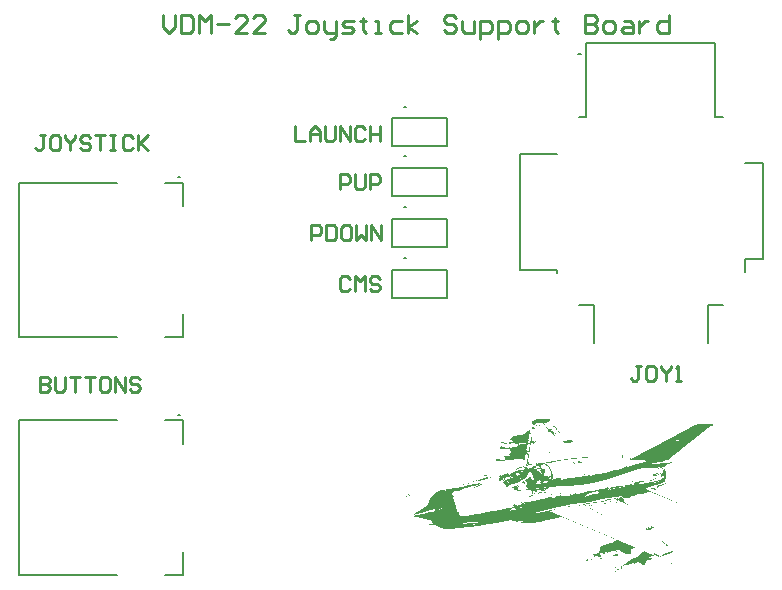
<source format=gto>
G04*
G04 #@! TF.GenerationSoftware,Altium Limited,Altium Designer,22.10.1 (41)*
G04*
G04 Layer_Color=65535*
%FSLAX25Y25*%
%MOIN*%
G70*
G04*
G04 #@! TF.SameCoordinates,21556AB6-08DB-41F7-8633-05A54B1CEEA3*
G04*
G04*
G04 #@! TF.FilePolarity,Positive*
G04*
G01*
G75*
%ADD10C,0.00787*%
%ADD11C,0.00500*%
%ADD12C,0.01000*%
G36*
X176073Y64377D02*
X176078Y64363D01*
X176064Y64349D01*
X176017Y64358D01*
X176012Y64372D01*
X176026Y64386D01*
X176054D01*
X176073Y64377D01*
D02*
G37*
G36*
X176336Y64010D02*
X176350Y63996D01*
X176369Y63959D01*
X176336Y63954D01*
X176294Y63987D01*
X176299Y64020D01*
X176317D01*
X176336Y64010D01*
D02*
G37*
G36*
X176740Y63512D02*
X177140Y63498D01*
X177215Y63451D01*
X177267Y63418D01*
X177290Y63367D01*
X177309Y63254D01*
X177300Y63094D01*
X177290Y63066D01*
X177281Y62981D01*
X177271Y62953D01*
X177262Y62897D01*
X177206Y62840D01*
X177191Y62779D01*
X177182Y62741D01*
X177149Y62690D01*
X177135Y62676D01*
X177116Y62666D01*
X177074Y62624D01*
X177065Y62605D01*
X177022Y62563D01*
X176844Y62469D01*
X176816Y62441D01*
X176778Y62431D01*
X176745Y62408D01*
X176736Y62332D01*
X176712Y62309D01*
X176679Y62304D01*
X176642Y62314D01*
X176581Y62318D01*
X176524Y62262D01*
X176440Y62215D01*
X176411Y62187D01*
X176346Y62159D01*
X176275Y62145D01*
X176228Y62126D01*
X176190Y62116D01*
X176040Y62098D01*
X175979Y62065D01*
X175871Y62069D01*
X175829Y61989D01*
X175791Y61980D01*
X175744Y62008D01*
X175730Y62050D01*
X175702Y62098D01*
X175669Y62102D01*
X175594Y62055D01*
X175542Y62069D01*
X175518Y62074D01*
X175495Y62060D01*
X175504Y62022D01*
X175561Y61975D01*
X175580Y61862D01*
X175584Y61783D01*
X175575Y61736D01*
X175570Y61684D01*
X175612Y61632D01*
X175636Y61562D01*
X175627Y61534D01*
X175636Y61440D01*
X175645Y61411D01*
X175631Y61360D01*
X175598Y61346D01*
X175570Y61364D01*
X175551Y61430D01*
X175542Y61496D01*
X175514Y61524D01*
X175495Y61571D01*
X175486Y61637D01*
X175476Y61675D01*
X175467Y61759D01*
X175434Y61792D01*
X175396Y61801D01*
X175349Y61726D01*
X175340Y61708D01*
X175316Y61703D01*
X175298Y61722D01*
X175283Y61811D01*
X175265Y61839D01*
X175199Y61848D01*
X175166Y61881D01*
X175157Y61900D01*
X175138Y61919D01*
X175128Y62003D01*
X175095Y62036D01*
X175048Y62027D01*
X175020Y61999D01*
X174983Y61989D01*
X174945Y61999D01*
X174931Y62013D01*
X174922Y62032D01*
X174889Y62065D01*
X174832Y62055D01*
X174799Y62003D01*
X174776Y61999D01*
X174762Y62013D01*
X174743Y62060D01*
X174701Y62074D01*
X174607Y62065D01*
X174560Y62083D01*
X174494Y62102D01*
X174419Y62093D01*
X174372Y62046D01*
X174334Y62036D01*
X174296Y62046D01*
X174231Y62074D01*
X174165Y62065D01*
X174146Y62074D01*
X174132Y62088D01*
X174123Y62107D01*
X174085Y62116D01*
X174043Y62121D01*
X173958Y62083D01*
X173911Y62102D01*
X173864Y62093D01*
X173845Y62074D01*
X173827Y62065D01*
X173789Y62027D01*
X173770Y62018D01*
X173704Y61989D01*
X173563Y61999D01*
X173521Y62032D01*
X173512Y62060D01*
X173469Y62074D01*
X173418Y62050D01*
X173427Y62003D01*
X173455Y61985D01*
X173460Y61961D01*
X173427Y61947D01*
X173380Y61966D01*
X173328Y61980D01*
X173291Y61989D01*
X173206Y62027D01*
X173169Y62018D01*
X173046Y62074D01*
X172934Y62102D01*
X172868Y62093D01*
X172840Y62065D01*
X172821Y62055D01*
X172778Y62013D01*
X172769Y61975D01*
X172793Y61952D01*
X172830Y61942D01*
X172934Y61886D01*
X172981Y61839D01*
X172999Y61830D01*
X173032Y61797D01*
X173042Y61778D01*
X173075Y61745D01*
X173093Y61736D01*
X173098Y61703D01*
X173065Y61698D01*
X172981Y61736D01*
X172896Y61745D01*
X172868Y61755D01*
X172736Y61792D01*
X172675Y61816D01*
X172628Y61834D01*
X172605Y61858D01*
X172567Y61867D01*
X172501Y61858D01*
X172478Y61825D01*
X172464Y61811D01*
X172426Y61801D01*
X172370Y61792D01*
X172355Y61769D01*
X172403Y61703D01*
X172393Y61628D01*
X172370Y61604D01*
X172285Y61614D01*
X172280Y61581D01*
X172304Y61548D01*
X172370Y61538D01*
X172384Y61524D01*
X172374Y61468D01*
X172337Y61430D01*
X172327Y61393D01*
X172346Y61317D01*
X172360Y61303D01*
X172435Y61285D01*
X172450Y61270D01*
X172459Y61233D01*
X172450Y61186D01*
X172360Y61181D01*
X172309Y61223D01*
X172276Y61256D01*
X172229Y61285D01*
X172205Y61346D01*
X172177Y61393D01*
X172125Y61407D01*
X172088Y61416D01*
X172031Y61426D01*
X171928Y61491D01*
X171825Y61482D01*
X171810Y61468D01*
X171806Y61444D01*
X171820Y61411D01*
X171839Y61393D01*
X171825Y61285D01*
X171792Y61176D01*
X171782Y61139D01*
X171754Y61092D01*
X171730Y61068D01*
X171693Y61059D01*
X171684Y61097D01*
X171669Y61111D01*
X171660Y61129D01*
X171641Y61148D01*
X171632Y61167D01*
X171613Y61214D01*
X171622Y61242D01*
X171679Y61299D01*
X171688Y61336D01*
X171707Y61383D01*
X171773Y61421D01*
X171782Y61440D01*
X171792Y61449D01*
X171763Y61477D01*
X171759Y61491D01*
X171740Y61501D01*
X171688Y61543D01*
X171641Y61628D01*
X171590Y61679D01*
X171571Y61689D01*
X171434Y61759D01*
X171416Y61806D01*
X171406Y61862D01*
X171383Y61896D01*
X171354Y61886D01*
X171331Y61862D01*
X171326Y61848D01*
X171293Y61853D01*
X171284Y61891D01*
X171293Y61957D01*
X171331Y62041D01*
X171350Y62088D01*
X171369Y62107D01*
X171373Y62130D01*
X171364Y62149D01*
X171350Y62154D01*
X171340Y62220D01*
X171359Y62464D01*
X171387Y62511D01*
X171444Y62568D01*
X171463Y62633D01*
X171458Y62751D01*
X171467Y62779D01*
X171491Y62784D01*
X171528Y62756D01*
X171533Y62741D01*
X171571Y62732D01*
X171627Y62723D01*
X171641Y62708D01*
X171651Y62661D01*
X171665Y62638D01*
X171712Y62619D01*
X171749Y62629D01*
X171763Y62643D01*
X171773Y62708D01*
X171782Y62756D01*
X171796Y62770D01*
X171834Y62779D01*
X171895Y62802D01*
X171942Y62849D01*
X171951Y62868D01*
X171998Y62915D01*
X172008Y62934D01*
X172027Y62953D01*
X172036Y62972D01*
X172078Y62986D01*
X172153Y63014D01*
X172205Y63056D01*
X172238Y63089D01*
X172304Y63127D01*
X172323Y63146D01*
X172341Y63155D01*
X172407Y63202D01*
X172426Y63211D01*
X172717Y63352D01*
X172835Y63395D01*
X172849Y63409D01*
X172943Y63437D01*
X172981Y63446D01*
X173131Y63456D01*
X174799Y63470D01*
X175114Y63475D01*
X175143Y63465D01*
X175330Y63484D01*
X175669D01*
X175876Y63493D01*
X176237Y63489D01*
X176285Y63498D01*
X176374Y63503D01*
X176402Y63493D01*
X176576Y63507D01*
X176703Y63522D01*
X176740Y63512D01*
D02*
G37*
G36*
X177417Y62694D02*
X177431Y62680D01*
X177427Y62657D01*
X177408D01*
X177403Y62661D01*
X177375Y62680D01*
X177380Y62704D01*
X177417Y62694D01*
D02*
G37*
G36*
X177676Y62408D02*
X177680Y62384D01*
X177671Y62375D01*
X177657Y62389D01*
X177662Y62412D01*
X177671D01*
X177676Y62408D01*
D02*
G37*
G36*
X177788Y62295D02*
X177793Y62290D01*
X177817Y62239D01*
X177812Y62215D01*
X177765Y62234D01*
X177746Y62243D01*
X177723Y62267D01*
X177732Y62314D01*
X177755Y62318D01*
X177788Y62295D01*
D02*
G37*
G36*
X173958Y61989D02*
X173982Y61966D01*
X173972Y61947D01*
X173958Y61942D01*
X173916Y61966D01*
X173921Y61999D01*
X173939D01*
X173958Y61989D01*
D02*
G37*
G36*
X231929Y61985D02*
Y61947D01*
X231924Y61942D01*
X231906Y61924D01*
X231868Y61914D01*
X231694Y61928D01*
X231600Y61938D01*
X231529Y61952D01*
X231525Y61966D01*
X231576Y61989D01*
X231642Y61999D01*
X231910Y62003D01*
X231929Y61985D01*
D02*
G37*
G36*
X229739Y61722D02*
X229758Y61675D01*
X229767Y61656D01*
X229791Y61632D01*
X229838Y61642D01*
X229889Y61684D01*
X229997Y61736D01*
X230021Y61722D01*
X230044Y61660D01*
X230073Y61651D01*
X230129Y61660D01*
X230143Y61675D01*
X230148Y61689D01*
X230195Y61708D01*
X230214Y61689D01*
X230232Y61679D01*
X230251Y61660D01*
X230336Y61670D01*
X230373Y61689D01*
X230425Y61646D01*
X230477Y61623D01*
X230533Y61632D01*
X230561Y61642D01*
X230599Y61651D01*
X230688Y61637D01*
X230759Y61632D01*
X230806Y61651D01*
X230876Y61637D01*
X230919Y61632D01*
X230947Y61642D01*
X230984Y61651D01*
X231078Y61642D01*
X231107Y61632D01*
X231398Y61623D01*
X231478Y61618D01*
X231576Y61623D01*
X231605Y61614D01*
X231783Y61604D01*
X231830Y61585D01*
X231849Y61576D01*
X231868Y61557D01*
X231882Y61552D01*
X231901Y61505D01*
X231915Y61491D01*
X231934Y61482D01*
X231976Y61449D01*
X231967Y61421D01*
X231953Y61407D01*
X231901Y61393D01*
X231868Y61369D01*
X231835Y61336D01*
X231826Y61317D01*
X231765Y61294D01*
X231680Y61285D01*
X231666Y61270D01*
X231633Y61209D01*
X231539Y61219D01*
X231529Y61228D01*
X231483Y61200D01*
X231417Y61172D01*
X231388Y61181D01*
X231332Y61172D01*
X231295Y61134D01*
X231229Y61106D01*
X231191Y61097D01*
X231088Y61087D01*
X231036Y61045D01*
X231017Y61026D01*
X231008Y61007D01*
X230966Y60993D01*
X230843Y61002D01*
X230778Y60993D01*
X230740Y60984D01*
X230698Y60960D01*
X230702Y60937D01*
X230749Y60918D01*
X230815Y60880D01*
X230820Y60876D01*
X230796Y60852D01*
X230731Y60833D01*
X230561Y60824D01*
X230533Y60814D01*
X230195Y60805D01*
X230153Y60772D01*
X230143Y60735D01*
X230153Y60706D01*
X230176Y60664D01*
X230214Y60655D01*
X230265Y60631D01*
X230270Y60608D01*
X230242Y60580D01*
X230223Y60570D01*
X230148Y60495D01*
X230082Y60457D01*
X230044Y60420D01*
X229997Y60401D01*
X229979Y60391D01*
X229964Y60377D01*
X229946Y60330D01*
X229922Y60307D01*
X229861Y60283D01*
X229842Y60274D01*
X229833Y60255D01*
X229800Y60213D01*
X229739Y60189D01*
X229701Y60161D01*
X229697Y60147D01*
X229678Y60138D01*
X229593Y60091D01*
X229527Y59987D01*
X229509Y59978D01*
X229462Y59959D01*
X229391Y59917D01*
X229386Y59903D01*
X229368Y59893D01*
X229349Y59875D01*
X229302Y59856D01*
X229260Y59832D01*
X229250Y59813D01*
X229208Y59771D01*
X229189Y59762D01*
X229123Y59696D01*
X229058Y59658D01*
X229043Y59644D01*
X229006Y59579D01*
X228954Y59546D01*
X228888Y59499D01*
X228841Y59489D01*
X228818Y59475D01*
X228808Y59456D01*
X228766Y59405D01*
X228681Y59358D01*
X228559Y59235D01*
X228493Y59198D01*
X228456Y59160D01*
X228409Y59141D01*
X228390Y59132D01*
X228367Y59109D01*
X228357Y59090D01*
X228324Y59057D01*
X228258Y59019D01*
X228235Y58986D01*
X228211Y58963D01*
X228165Y58944D01*
X228146Y58935D01*
X228103Y58892D01*
X228094Y58873D01*
X228066Y58855D01*
X228028Y58789D01*
X228014Y58775D01*
X227948Y58765D01*
X227906Y58742D01*
X227897Y58723D01*
X227864Y58690D01*
X227817Y58671D01*
X227784Y58639D01*
X227775Y58610D01*
X227751Y58577D01*
X227685Y58540D01*
X227629Y58502D01*
X227610Y58493D01*
X227558Y58451D01*
X227535Y58427D01*
X227516Y58418D01*
X227492Y58394D01*
X227483Y58375D01*
X227441Y58333D01*
X227380Y58319D01*
X227361Y58310D01*
X227351Y58291D01*
X227309Y58239D01*
X227248Y58216D01*
X227220Y58187D01*
X227210Y58169D01*
X227178Y58136D01*
X227116Y58103D01*
X227107Y58084D01*
X227074Y58051D01*
X227013Y58028D01*
X226980Y58004D01*
X226966Y57990D01*
X226957Y57971D01*
X226914Y57920D01*
X226867Y57872D01*
X226764Y57816D01*
X226698Y57769D01*
X226679Y57760D01*
X226651Y57731D01*
X226637Y57727D01*
X226632Y57713D01*
X226614Y57703D01*
X226520Y57609D01*
X226473Y57581D01*
X226449Y57558D01*
X226440Y57539D01*
X226336Y57482D01*
X226308Y57435D01*
X226294Y57421D01*
X226247Y57402D01*
X226228Y57393D01*
X226205Y57370D01*
X226195Y57351D01*
X226181Y57337D01*
X226144Y57327D01*
X226097Y57309D01*
X226064Y57276D01*
X226054Y57257D01*
X225946Y57149D01*
X225899Y57121D01*
X225815Y57064D01*
X225749Y57026D01*
X225716Y56994D01*
X225707Y56975D01*
X225688Y56956D01*
X225678Y56937D01*
X225636Y56895D01*
X225589Y56876D01*
X225542Y56848D01*
X225495Y56801D01*
X225429Y56763D01*
X225382Y56698D01*
X225298Y56651D01*
X225246Y56608D01*
X225199Y56561D01*
X225190Y56542D01*
X225147Y56519D01*
X225081Y56481D01*
X225067Y56467D01*
X225058Y56449D01*
X225034Y56416D01*
X225016Y56406D01*
X224884Y56331D01*
X224833Y56279D01*
X224828Y56265D01*
X224814Y56261D01*
X224809Y56246D01*
X224743Y56209D01*
X224706Y56171D01*
X224621Y56124D01*
X224574Y56077D01*
X224555Y56068D01*
X224503Y56025D01*
X224485Y56007D01*
X224475Y55988D01*
X224442Y55964D01*
X224386Y55908D01*
X224339Y55889D01*
X224292Y55861D01*
X224259Y55809D01*
X224245Y55795D01*
X224198Y55776D01*
X224179Y55767D01*
X224146Y55734D01*
X224137Y55715D01*
X224123Y55692D01*
X224104Y55682D01*
X224052Y55640D01*
X224038Y55626D01*
X223935Y55570D01*
X223869Y55504D01*
X223850Y55494D01*
X223803Y55448D01*
X223737Y55410D01*
X223672Y55344D01*
X223610Y55321D01*
X223540Y55250D01*
X223521Y55241D01*
X223455Y55175D01*
X223371Y55128D01*
X223357Y55114D01*
X223328Y55067D01*
X223305Y55043D01*
X223286Y55034D01*
X223235Y54992D01*
X223155Y54949D01*
X223098Y54893D01*
X223032Y54855D01*
X223009Y54832D01*
X223000Y54813D01*
X222986Y54799D01*
X222967Y54790D01*
X222906Y54747D01*
X222896Y54728D01*
X222863Y54705D01*
X222812Y54663D01*
X222802Y54644D01*
X222779Y54620D01*
X222694Y54573D01*
X222666Y54545D01*
X222600Y54507D01*
X222577Y54484D01*
X222567Y54465D01*
X222544Y54442D01*
X222483Y54418D01*
X222454Y54399D01*
X222426Y54352D01*
X222403Y54329D01*
X222356Y54301D01*
X222318Y54263D01*
X222271Y54244D01*
X222224Y54216D01*
X222182Y54174D01*
X222172Y54155D01*
X222154Y54136D01*
X222144Y54117D01*
X222102Y54075D01*
X222050Y54061D01*
X222036Y54047D01*
X222017Y54037D01*
X221961Y53981D01*
X221942Y53972D01*
X221923Y53953D01*
X221904Y53944D01*
X221876Y53915D01*
X221806Y53873D01*
X221796Y53854D01*
X221763Y53821D01*
X221717Y53803D01*
X221698Y53793D01*
X221623Y53718D01*
X221557Y53680D01*
X221524Y53629D01*
X221500Y53605D01*
X221463Y53596D01*
X221444Y53577D01*
X221425Y53568D01*
X221397Y53539D01*
X221350Y53521D01*
X221331Y53511D01*
X221280Y53469D01*
X221247Y53427D01*
X221228Y53417D01*
X221190Y53380D01*
X221171Y53370D01*
X221120Y53328D01*
X221087Y53295D01*
X221068Y53286D01*
X221002Y53248D01*
X220936Y53182D01*
X220918Y53173D01*
X220866Y53131D01*
X220833Y53088D01*
X220767Y53051D01*
X220748Y53032D01*
X220730Y53022D01*
X220664Y52985D01*
X220650Y52971D01*
X220612Y52905D01*
X220570Y52891D01*
X220523Y52881D01*
X220509Y52867D01*
X220499Y52849D01*
X220476Y52825D01*
X220410Y52787D01*
X220372Y52731D01*
X220344Y52703D01*
X220278Y52665D01*
X220260Y52646D01*
X220241Y52637D01*
X220175Y52571D01*
X220109Y52534D01*
X220095Y52520D01*
X220086Y52501D01*
X220043Y52449D01*
X219982Y52416D01*
X219973Y52397D01*
X219950Y52374D01*
X219884Y52355D01*
X219837Y52327D01*
X219809Y52280D01*
X219790Y52271D01*
X219696Y52176D01*
X219658Y52167D01*
X219639Y52148D01*
X219620Y52139D01*
X219592Y52111D01*
X219517Y52083D01*
X219484Y52050D01*
X219461Y51989D01*
X219442Y51970D01*
X219423Y51960D01*
X219263Y51876D01*
X219212Y51833D01*
X219193Y51815D01*
X219183Y51796D01*
X219113Y51725D01*
X219094Y51716D01*
X219071Y51683D01*
X219047Y51660D01*
X218986Y51636D01*
X218948Y51608D01*
X218939Y51589D01*
X218906Y51556D01*
X218868Y51547D01*
X218803Y51509D01*
X218779Y51476D01*
X218699Y51396D01*
X218681Y51387D01*
X218591Y51345D01*
X218582Y51326D01*
X218540Y51265D01*
X218521Y51255D01*
X218493Y51227D01*
X218474Y51218D01*
X218455Y51199D01*
X218370Y51152D01*
X218333Y51114D01*
X218234Y51063D01*
X218225Y51044D01*
X218182Y50992D01*
X218135Y50945D01*
X218117Y50936D01*
X218070Y50907D01*
X218037Y50875D01*
X218027Y50856D01*
X218004Y50832D01*
X217966Y50823D01*
X217933Y50799D01*
X217924Y50781D01*
X217882Y50729D01*
X217821Y50705D01*
X217778Y50654D01*
X217694Y50607D01*
X217680Y50593D01*
X217642Y50527D01*
X217604Y50489D01*
X217595Y50471D01*
X217562Y50447D01*
X217444Y50358D01*
X217416Y50339D01*
X217407Y50320D01*
X217388Y50301D01*
X217379Y50283D01*
X217336Y50240D01*
X217318Y50231D01*
X217186Y50099D01*
X217167Y50090D01*
X217069Y50038D01*
X217059Y50019D01*
X217036Y49996D01*
X217017Y49986D01*
X216928Y49925D01*
X216848Y49892D01*
X216810Y49883D01*
X216735Y49855D01*
X216632Y49808D01*
X216495Y49784D01*
X216420Y49756D01*
X216382Y49747D01*
X216326Y49737D01*
X216279Y49728D01*
X216241Y49718D01*
X216185Y49709D01*
X216110Y49700D01*
X216011Y49648D01*
X215973Y49639D01*
X215884Y49624D01*
X215847Y49615D01*
X215800Y49596D01*
X215748Y49573D01*
X215701Y49554D01*
X215663Y49545D01*
X215598Y49535D01*
X215546Y49521D01*
X215447Y49469D01*
X215409Y49460D01*
X215344Y49451D01*
X215245Y49427D01*
X215128Y49366D01*
X215076Y49352D01*
X215043Y49328D01*
X215019Y49305D01*
X214982Y49239D01*
X214958Y49216D01*
X214921Y49206D01*
X214761Y49197D01*
X214733Y49187D01*
X214535Y49178D01*
X214507Y49169D01*
X214286Y49145D01*
X214239Y49136D01*
X214126Y49108D01*
X214070Y49098D01*
X213976Y49089D01*
X213816Y49079D01*
X213713Y49061D01*
X213675Y49051D01*
X213628Y49032D01*
X213591Y49023D01*
X213464Y49009D01*
X213398Y49000D01*
X213140Y48967D01*
X212975Y48915D01*
X212937Y48906D01*
X212768Y48896D01*
X212740Y48887D01*
X212651Y48873D01*
X212557Y48854D01*
X212519Y48844D01*
X212444Y48816D01*
X212397Y48807D01*
X212270Y48793D01*
X212204Y48783D01*
X212167Y48774D01*
X212045Y48765D01*
X211979Y48736D01*
X211941Y48727D01*
X211833Y48713D01*
X211730Y48703D01*
X211673Y48694D01*
X211626Y48675D01*
X211556Y48633D01*
X211462Y48623D01*
X211387Y48614D01*
X211340Y48595D01*
X211274Y48577D01*
X211194Y48562D01*
X211133Y48539D01*
X211095Y48529D01*
X210964Y48511D01*
X210879Y48454D01*
X210813Y48436D01*
X210752Y48421D01*
X210620Y48374D01*
X210522Y48332D01*
X210447Y48323D01*
X210414Y48290D01*
X210423Y48271D01*
X210522Y48266D01*
X210550Y48276D01*
X210625Y48304D01*
X210672Y48323D01*
X210710Y48332D01*
X210879Y48342D01*
X210973Y48379D01*
X211011Y48388D01*
X211217Y48398D01*
X211617Y48412D01*
X211861Y48421D01*
X211983Y48431D01*
X212040Y48440D01*
X212129Y48445D01*
X212157Y48436D01*
X212251Y48445D01*
X212298Y48464D01*
X212392Y48473D01*
X212510Y48487D01*
X212566Y48497D01*
X212580Y48501D01*
X212646Y48473D01*
X212684Y48464D01*
X212825Y48473D01*
X212853Y48482D01*
X212966Y48492D01*
X213022Y48529D01*
X213088Y48548D01*
X213125Y48558D01*
X213229Y48511D01*
X213436Y48520D01*
X213473Y48529D01*
X213539Y48539D01*
X213577Y48548D01*
X213830Y48558D01*
X213859Y48548D01*
X214047Y48558D01*
X214075Y48567D01*
X214225Y48577D01*
X214319Y48586D01*
X214380Y48600D01*
X214460Y48605D01*
X214488Y48595D01*
X214597Y48609D01*
X214653Y48619D01*
X214690Y48628D01*
X214827Y48689D01*
X214893Y48680D01*
X214911Y48661D01*
X214977Y48642D01*
X215015Y48633D01*
X215076Y48647D01*
X215128Y48661D01*
X215325Y48652D01*
X215353Y48661D01*
X215447Y48689D01*
X215569Y48699D01*
X215710Y48708D01*
X215739Y48717D01*
X215992Y48727D01*
X216020Y48736D01*
X216213Y48741D01*
X216307Y48732D01*
X216354Y48741D01*
X216392Y48750D01*
X216439Y48760D01*
X216519Y48774D01*
X216566Y48793D01*
X216603Y48802D01*
X216848Y48812D01*
X216895Y48830D01*
X216932Y48840D01*
X217054Y48849D01*
X217101Y48868D01*
X217195Y48877D01*
X217280Y48887D01*
X217332Y48929D01*
X217374Y48971D01*
X217412Y48981D01*
X217477Y49046D01*
X217506Y49037D01*
X217529Y48976D01*
X217581Y48962D01*
X217670Y48976D01*
X217712Y48981D01*
X217736Y48957D01*
X217726Y48938D01*
X217703Y48887D01*
X217731Y48877D01*
X217788Y48887D01*
X217811Y48910D01*
X217802Y48920D01*
X217877Y48929D01*
X217929Y48934D01*
X217957Y48924D01*
X217999Y48901D01*
X217985Y48868D01*
X217947Y48858D01*
X217924Y48854D01*
X217919Y48858D01*
X217891Y48849D01*
X217853Y48840D01*
X217811Y48797D01*
X217802Y48779D01*
X217788Y48765D01*
X217741Y48746D01*
X217680Y48732D01*
X217600Y48708D01*
X217534Y48699D01*
X217515Y48680D01*
X217496Y48671D01*
X217430Y48642D01*
X217299Y48633D01*
X217242Y48577D01*
X217167Y48558D01*
X217101Y48567D01*
X217040Y48544D01*
X216979Y48511D01*
X216890Y48497D01*
X216787Y48487D01*
X216773Y48482D01*
X216744Y48492D01*
X216646Y48478D01*
X216608Y48468D01*
X216561Y48450D01*
X216486Y48403D01*
X216453Y48379D01*
X216345Y48271D01*
X216335Y48252D01*
X216293Y48201D01*
X216274Y48191D01*
X216255Y48172D01*
X216237Y48163D01*
X216199Y48125D01*
X216180Y48116D01*
X216096Y48031D01*
X216049Y48013D01*
X215983Y47975D01*
X215936Y47928D01*
X215917Y47918D01*
X215884Y47886D01*
X215875Y47867D01*
X215842Y47834D01*
X215757Y47815D01*
X215734Y47801D01*
X215724Y47763D01*
X215734Y47698D01*
X215771Y47641D01*
X215762Y47575D01*
X215748Y47561D01*
X215626Y47505D01*
X215550Y47495D01*
X215508Y47463D01*
X215499Y47425D01*
X215513Y47345D01*
X215536Y47284D01*
X215579Y47232D01*
X215593Y47190D01*
X215588Y47129D01*
X215612Y47096D01*
X215649Y47077D01*
X215659Y47058D01*
X215677Y47012D01*
X215687Y46974D01*
X215739Y46941D01*
X215753Y46927D01*
X215762Y46833D01*
X215776Y46819D01*
X215795Y46809D01*
X215837Y46777D01*
X215847Y46739D01*
X215837Y46701D01*
X215818Y46683D01*
X215790Y46635D01*
X215734Y46626D01*
X215724Y46607D01*
X215687Y46523D01*
X215701Y46490D01*
X215720Y46480D01*
X215800Y46438D01*
X215809Y46400D01*
X215818Y46288D01*
X215884Y46147D01*
X215894Y46109D01*
X215917Y46010D01*
X215941Y45959D01*
X215950Y45940D01*
X215969Y45893D01*
X215978Y45752D01*
X215997Y45705D01*
X216016Y45573D01*
X216053Y45517D01*
X216082Y45423D01*
X216072Y45329D01*
X216063Y45301D01*
X216049Y45240D01*
X216044Y45160D01*
X216082Y45094D01*
X216110Y45066D01*
X216124Y45005D01*
X216129Y44868D01*
X216110Y44821D01*
X216100Y44784D01*
X216091Y44718D01*
X216082Y44539D01*
X216039Y44488D01*
X216016Y44474D01*
X216006Y44417D01*
X215997Y44389D01*
X215988Y44323D01*
X215983Y44319D01*
X215964Y44328D01*
X215922Y44304D01*
X215912Y44267D01*
X215903Y44192D01*
X215894Y44164D01*
X215856Y44098D01*
X215828Y44032D01*
X215818Y43994D01*
X215828Y43891D01*
X215818Y43863D01*
X215809Y43722D01*
X215823Y43698D01*
X215842Y43708D01*
X215861Y43736D01*
X215917Y43745D01*
X215927Y43792D01*
X215941Y43881D01*
X215950Y43910D01*
X215973Y43952D01*
X216002Y43943D01*
X216035Y43938D01*
X216025Y43750D01*
X215969Y43694D01*
X215950Y43618D01*
X215941Y43468D01*
X215931Y43440D01*
X215917Y43388D01*
X215865Y43280D01*
X215856Y43158D01*
X215814Y43106D01*
X215800Y43064D01*
X215776Y42965D01*
X215748Y42890D01*
X215734Y42876D01*
X215724Y42857D01*
X215706Y42810D01*
X215696Y42772D01*
X215687Y42716D01*
X215645Y42674D01*
X215630Y42669D01*
X215612Y42622D01*
X215602Y42537D01*
X215588Y42523D01*
X215569Y42514D01*
X215536Y42481D01*
X215527Y42415D01*
X215508Y42368D01*
X215485Y42345D01*
X215409Y42326D01*
X215287Y42316D01*
X215203Y42270D01*
X215175Y42241D01*
X215128Y42222D01*
X215052Y42194D01*
X214987Y42147D01*
X214940Y42129D01*
X214855Y42081D01*
X214770Y42044D01*
X214733Y42035D01*
X214629Y41969D01*
X214564Y41950D01*
X214526Y41941D01*
X214441Y41894D01*
X214394Y41875D01*
X214357Y41865D01*
X214296Y41851D01*
X214244Y41828D01*
X214178Y41800D01*
X214112Y41781D01*
X214047Y41771D01*
X214009Y41762D01*
X213948Y41738D01*
X213934Y41724D01*
X213915Y41715D01*
X213868Y41696D01*
X213774Y41687D01*
X213713Y41673D01*
X213671Y41658D01*
X213605Y41640D01*
X213567Y41630D01*
X213502Y41611D01*
X213464Y41602D01*
X213398Y41593D01*
X213361Y41583D01*
X213252Y41569D01*
X213215Y41560D01*
X213116Y41517D01*
X212984Y41499D01*
X212947Y41489D01*
X212895Y41475D01*
X212848Y41456D01*
X212787Y41433D01*
X212688Y41419D01*
X212594Y41400D01*
X212538Y41391D01*
X212500Y41381D01*
X212383Y41330D01*
X212237Y41306D01*
X212190Y41287D01*
X212129Y41264D01*
X212054Y41245D01*
X211965Y41231D01*
X211861Y41193D01*
X211781Y41160D01*
X211692Y41146D01*
X211589Y41127D01*
X211490Y41085D01*
X211452Y41076D01*
X211391Y41062D01*
X211354Y41052D01*
X211307Y41043D01*
X211231Y41015D01*
X211217Y41001D01*
X211123Y40972D01*
X211086Y40963D01*
X211034Y40949D01*
X210917Y40897D01*
X210818Y40874D01*
X210771Y40855D01*
X210672Y40803D01*
X210606Y40784D01*
X210541Y40747D01*
X210475Y40719D01*
X210390Y40700D01*
X210230Y40625D01*
X210113Y40582D01*
X210089Y40559D01*
X210071Y40549D01*
X209986Y40512D01*
X209967Y40502D01*
X209892Y40455D01*
X209798Y40418D01*
X209779Y40408D01*
X209714Y40361D01*
X209652Y40338D01*
X209601Y40305D01*
X209554Y40258D01*
X209507Y40230D01*
X209493Y40216D01*
X209436Y40112D01*
X209427Y40084D01*
X209432Y40061D01*
X209507Y40042D01*
X209563Y40032D01*
X209591Y40004D01*
X209638Y39985D01*
X209704Y39938D01*
X209826Y39873D01*
X209864Y39835D01*
X209972Y39858D01*
X210014Y39873D01*
X210052Y39882D01*
X210071Y39873D01*
X210085Y39858D01*
X210075Y39812D01*
X210057Y39793D01*
X210038Y39736D01*
X210061Y39703D01*
X210108Y39694D01*
X210174Y39722D01*
X210207Y39689D01*
X210216Y39671D01*
X210230Y39656D01*
X210376Y39623D01*
X210390Y39609D01*
X210409Y39600D01*
X210475Y39553D01*
X210541Y39544D01*
X210592Y39529D01*
X210606Y39515D01*
X210630Y39511D01*
X210639Y39473D01*
X210653Y39459D01*
X210752Y39436D01*
X210790Y39426D01*
X210860Y39356D01*
X210959Y39332D01*
X210992Y39309D01*
X211015Y39276D01*
X211029Y39262D01*
X211128Y39238D01*
X211203Y39191D01*
X211255Y39168D01*
X211330Y39149D01*
X211377Y39121D01*
X211401Y39097D01*
X211410Y39078D01*
X211452Y39064D01*
X211556Y39055D01*
X211608Y39013D01*
X211622Y38998D01*
X211687Y38980D01*
X211725Y38970D01*
X211744Y38961D01*
X211810Y38914D01*
X211828Y38905D01*
X211847Y38886D01*
X211913Y38876D01*
X212007Y38867D01*
X212031Y38853D01*
X212035Y38839D01*
X212054Y38829D01*
X212073Y38811D01*
X212120Y38792D01*
X212157Y38782D01*
X212218Y38759D01*
X212232Y38745D01*
X212251Y38735D01*
X212280Y38707D01*
X212331Y38693D01*
X212378Y38684D01*
X212425Y38665D01*
X212444Y38655D01*
X212449Y38641D01*
X212463Y38637D01*
X212468Y38622D01*
X212533Y38604D01*
X212571Y38594D01*
X212655Y38576D01*
X212721Y38528D01*
X212768Y38510D01*
X212839Y38496D01*
X212872Y38472D01*
X212895Y38458D01*
X212900Y38444D01*
X212919Y38434D01*
X212966Y38416D01*
X213032Y38406D01*
X213135Y38350D01*
X213182Y38331D01*
X213219Y38322D01*
X213276Y38312D01*
X213332Y38275D01*
X213379Y38256D01*
X213440Y38232D01*
X213596Y38162D01*
X213643Y38143D01*
X213718Y38115D01*
X213783Y38068D01*
X213859Y38049D01*
X213915Y38040D01*
X214018Y37983D01*
X214065Y37964D01*
X214122Y37955D01*
X214188Y37918D01*
X214244Y37880D01*
X214310Y37861D01*
X214376Y37833D01*
X214437Y37809D01*
X214488Y37786D01*
X214526Y37776D01*
X214648Y37720D01*
X214817Y37645D01*
X214855Y37636D01*
X214916Y37622D01*
X214949Y37607D01*
X214987Y37570D01*
X215184Y37485D01*
X215259Y37466D01*
X215325Y37457D01*
X215344Y37448D01*
X215358Y37433D01*
X215367Y37415D01*
X215381Y37401D01*
X215442Y37387D01*
X215489Y37368D01*
X215569Y37325D01*
X215635Y37307D01*
X215710Y37288D01*
X215771Y37264D01*
X215790Y37246D01*
X215800Y37227D01*
X215851Y37213D01*
X215941Y37180D01*
X215973Y37147D01*
X216039Y37128D01*
X216077Y37119D01*
X216143Y37109D01*
X216199Y37100D01*
X216213Y37086D01*
X216223Y37048D01*
X216237Y37034D01*
X216302Y37025D01*
X216392Y36992D01*
X216434Y36949D01*
X216514Y36935D01*
X216561Y36926D01*
X216617Y36917D01*
X216636Y36898D01*
X216627Y36888D01*
X216641Y36855D01*
X216721Y36841D01*
X216777Y36832D01*
X216810Y36808D01*
X216848Y36771D01*
X216914Y36761D01*
X217003Y36747D01*
X217036Y36733D01*
X217050Y36719D01*
X217059Y36672D01*
X217172Y36663D01*
X217210Y36653D01*
X217242Y36630D01*
X217256Y36616D01*
X217261Y36602D01*
X217308Y36583D01*
X217430Y36564D01*
X217463Y36540D01*
X217473Y36522D01*
X217487Y36498D01*
X217524Y36489D01*
X217614Y36475D01*
X217670Y36446D01*
X217680Y36428D01*
X217694Y36414D01*
X217731Y36404D01*
X217792Y36390D01*
X217882Y36376D01*
X217905Y36353D01*
X217919Y36320D01*
X218051Y36301D01*
X218117Y36263D01*
X218140Y36230D01*
X218182Y36216D01*
X218272Y36202D01*
X218319Y36183D01*
X218337Y36136D01*
X218300Y36127D01*
X218201Y36122D01*
X218140Y36165D01*
X218131Y36183D01*
X218107Y36207D01*
X218041Y36216D01*
X218004Y36226D01*
X217938Y36235D01*
X217886Y36277D01*
X217872Y36291D01*
X217835Y36301D01*
X217745Y36315D01*
X217698Y36334D01*
X217670Y36353D01*
X217661Y36371D01*
X217647Y36385D01*
X217585Y36399D01*
X217538Y36409D01*
X217492Y36428D01*
X217449Y36470D01*
X217412Y36479D01*
X217299Y36489D01*
X217247Y36531D01*
X217214Y36564D01*
X217139Y36573D01*
X217059Y36616D01*
X217050Y36634D01*
X217026Y36658D01*
X216862Y36672D01*
X216815Y36691D01*
X216801Y36705D01*
X216782Y36714D01*
X216763Y36733D01*
X216716Y36752D01*
X216650Y36771D01*
X216584Y36808D01*
X216566Y36827D01*
X216491Y36846D01*
X216425Y36855D01*
X216331Y36921D01*
X216232Y36945D01*
X216166Y36982D01*
X216161Y36996D01*
X216143Y37006D01*
X216114Y37015D01*
X215992Y37025D01*
X215931Y37058D01*
X215922Y37076D01*
X215898Y37100D01*
X215832Y37119D01*
X215786Y37128D01*
X215734Y37170D01*
X215710Y37194D01*
X215645Y37203D01*
X215522Y37213D01*
X215471Y37255D01*
X215447Y37278D01*
X215372Y37297D01*
X215269Y37354D01*
X215203Y37382D01*
X215109Y37391D01*
X215048Y37415D01*
X215015Y37448D01*
X214949Y37476D01*
X214893Y37485D01*
X214827Y37532D01*
X214799Y37560D01*
X214705Y37570D01*
X214653Y37584D01*
X214620Y37607D01*
X214592Y37636D01*
X214526Y37654D01*
X214465Y37668D01*
X214432Y37683D01*
X214385Y37730D01*
X214319Y37748D01*
X214216Y37758D01*
X214192Y37781D01*
X214183Y37800D01*
X214159Y37824D01*
X214122Y37833D01*
X214023Y37847D01*
X213887Y37918D01*
X213821Y37927D01*
X213769Y37941D01*
X213755Y37955D01*
X213737Y37964D01*
X213699Y38002D01*
X213591Y38026D01*
X213544Y38044D01*
X213445Y38096D01*
X213328Y38138D01*
X213229Y38190D01*
X213154Y38199D01*
X213111Y38232D01*
X213102Y38251D01*
X213078Y38275D01*
X213041Y38284D01*
X212975Y38293D01*
X212900Y38303D01*
X212806Y38359D01*
X212702Y38397D01*
X212651Y38439D01*
X212590Y38463D01*
X212500Y38477D01*
X212453Y38496D01*
X212397Y38533D01*
X212345Y38547D01*
X212284Y38561D01*
X212223Y38585D01*
X212148Y38632D01*
X212082Y38660D01*
X211979Y38669D01*
X211922Y38726D01*
X211824Y38749D01*
X211749Y38796D01*
X211687Y38820D01*
X211622Y38839D01*
X211561Y38862D01*
X211499Y38895D01*
X211462Y38905D01*
X211391Y38919D01*
X211358Y38942D01*
X211340Y38961D01*
X211293Y38980D01*
X211217Y38998D01*
X211039Y39083D01*
X210940Y39097D01*
X210907Y39121D01*
X210879Y39149D01*
X210785Y39158D01*
X210719Y39186D01*
X210653Y39177D01*
X210635Y39158D01*
X210494Y39168D01*
X210428Y39121D01*
X210419Y39102D01*
X210343Y39083D01*
X210212Y39074D01*
X210127Y39036D01*
X210033Y39027D01*
X209977Y38989D01*
X209845Y38980D01*
X209812Y38947D01*
X209803Y38928D01*
X209789Y38914D01*
X209638Y38905D01*
X209573Y38867D01*
X209544Y38839D01*
X209384Y38829D01*
X209337Y38811D01*
X209215Y38801D01*
X209182Y38768D01*
X209173Y38749D01*
X209150Y38726D01*
X209112Y38717D01*
X208962Y38707D01*
X208910Y38665D01*
X208868Y38651D01*
X208802Y38660D01*
X208708Y38622D01*
X208576Y38613D01*
X208539Y38557D01*
X208492Y38538D01*
X208355Y38543D01*
X208299Y38533D01*
X208243Y38486D01*
X208233Y38467D01*
X208191Y38453D01*
X208111Y38467D01*
X208059Y38472D01*
X207975Y38434D01*
X207937Y38425D01*
X207871Y38444D01*
X207777Y38434D01*
X207754Y38411D01*
X207744Y38392D01*
X207721Y38369D01*
X207674Y38359D01*
X207646Y38369D01*
X207533Y38378D01*
X207500Y38411D01*
X207490Y38430D01*
X207458Y38463D01*
X207439Y38472D01*
X207373Y38500D01*
X207312Y38505D01*
X207237Y38496D01*
X207176Y38472D01*
X207091Y38434D01*
X206997Y38425D01*
X206931Y38416D01*
X206861Y38402D01*
X206809Y38388D01*
X206734Y38369D01*
X206673Y38355D01*
X206635Y38345D01*
X206579Y38336D01*
X206391Y38317D01*
X206353Y38308D01*
X206236Y38256D01*
X206109Y38242D01*
X206071Y38232D01*
X206019Y38218D01*
X205982Y38209D01*
X205916Y38199D01*
X205855Y38185D01*
X205817Y38176D01*
X205724Y38157D01*
X205620Y38148D01*
X205545Y38138D01*
X205507Y38129D01*
X205456Y38105D01*
X205409Y38087D01*
X205343Y38077D01*
X205188Y38054D01*
X205141Y38044D01*
X205103Y38035D01*
X205056Y38016D01*
X205004Y38002D01*
X204892Y37993D01*
X204845Y37974D01*
X204694Y37964D01*
X204666Y37955D01*
X204591Y37946D01*
X204487Y37899D01*
X204299Y37880D01*
X204248Y37866D01*
X204201Y37847D01*
X204121Y37814D01*
X204083Y37805D01*
X203975Y37791D01*
X203928Y37781D01*
X203891Y37772D01*
X203740Y37762D01*
X203721Y37744D01*
X203735Y37711D01*
X203773Y37701D01*
X203947Y37715D01*
X204107Y37725D01*
X204248Y37753D01*
X204304Y37762D01*
X204398Y37772D01*
X204473Y37781D01*
X204549Y37809D01*
X204600Y37824D01*
X204708Y37838D01*
X204784Y37847D01*
X204868Y37857D01*
X204981Y37875D01*
X205056Y37903D01*
X205108Y37918D01*
X205272Y37932D01*
X205366Y37941D01*
X205441Y37960D01*
X205517Y37988D01*
X205559Y38002D01*
X205625Y38012D01*
X205789Y38026D01*
X205827Y38035D01*
X205907Y38077D01*
X205944Y38087D01*
X206146Y38101D01*
X206236Y38105D01*
X206264Y38096D01*
X206334Y38091D01*
X206325Y38063D01*
X206301Y38040D01*
X206264Y38049D01*
X206245Y38068D01*
X206179Y38077D01*
X206151Y38068D01*
X206137Y38054D01*
X206128Y38035D01*
X206095Y38002D01*
X206029Y37993D01*
X205916Y38012D01*
X205850Y38002D01*
X205836Y37988D01*
X205827Y37969D01*
X205808Y37950D01*
X205803Y37936D01*
X205785Y37927D01*
X205756Y37918D01*
X205568Y37908D01*
X205484Y37870D01*
X205399Y37880D01*
X205380Y37889D01*
X205329Y37847D01*
X205296Y37814D01*
X205235Y37809D01*
X205127Y37814D01*
X205098Y37805D01*
X205051Y37776D01*
X204995Y37739D01*
X204873Y37730D01*
X204798Y37720D01*
X204713Y37683D01*
X204572Y37673D01*
X204497Y37626D01*
X204337Y37617D01*
X204318Y37598D01*
X204299Y37589D01*
X204281Y37570D01*
X204234Y37551D01*
X204140Y37542D01*
X204055Y37532D01*
X204008Y37513D01*
X203942Y37476D01*
X203919Y37452D01*
X203928Y37377D01*
X203971Y37325D01*
X204036Y37288D01*
X204050Y37236D01*
X204088Y37152D01*
X204083Y37137D01*
X204055Y37147D01*
X204032Y37170D01*
X204022Y37189D01*
X204008Y37203D01*
X203905Y37231D01*
X203848Y37222D01*
X203801Y37194D01*
X203773Y37203D01*
X203670Y37222D01*
X203656Y37208D01*
X203646Y37133D01*
X203632Y37119D01*
X203594Y37109D01*
X203557Y37119D01*
X203533Y37142D01*
X203524Y37161D01*
X203491Y37194D01*
X203453Y37203D01*
X203411Y37180D01*
X203402Y37104D01*
X203388Y37090D01*
X203369Y37081D01*
X203280Y37020D01*
X203219Y36996D01*
X203143Y37006D01*
X203096Y37034D01*
X203063Y37067D01*
X203040Y37128D01*
X203002Y37137D01*
X202847Y37133D01*
X202810Y37170D01*
X202800Y37189D01*
X202758Y37194D01*
X202673Y37156D01*
X202476Y37147D01*
X202448Y37156D01*
X202307Y37147D01*
X202279Y37137D01*
X202062Y37128D01*
X201978Y37081D01*
X201931Y37062D01*
X201893Y37053D01*
X201715Y37043D01*
X201686Y37034D01*
X201616Y37020D01*
X201606Y37010D01*
X201621Y36996D01*
X201639Y36987D01*
X201705Y36959D01*
X201752Y36940D01*
X201795Y36851D01*
X201832Y36813D01*
X201851Y36747D01*
X201860Y36710D01*
X201874Y36630D01*
X201907Y36597D01*
X201917Y36559D01*
X201931Y36498D01*
X201950Y36470D01*
X201968Y36461D01*
X202001Y36428D01*
X202044Y36310D01*
X202095Y36268D01*
X202114Y36230D01*
X202072Y36216D01*
X202020Y36240D01*
X202011Y36259D01*
X201987Y36282D01*
X201912Y36301D01*
X201870Y36315D01*
X201851Y36362D01*
X201785Y36484D01*
X201776Y36512D01*
X201766Y36559D01*
X201724Y36573D01*
X201630Y36564D01*
X201606Y36550D01*
X201616Y36512D01*
X201672Y36484D01*
X201691Y36437D01*
X201719Y36390D01*
X201733Y36376D01*
X201752Y36367D01*
X201818Y36338D01*
X201837Y36329D01*
X201860Y36315D01*
X201884Y36254D01*
X201907Y36221D01*
X201921Y36207D01*
X201968Y36188D01*
X201992Y36165D01*
X202025Y36075D01*
X202072Y36000D01*
X202114Y35958D01*
X202123Y35939D01*
X202142Y35920D01*
X202152Y35901D01*
X202194Y35850D01*
X202218Y35826D01*
X202227Y35807D01*
X202246Y35789D01*
X202255Y35751D01*
X202288Y35718D01*
X202330Y35695D01*
X202340Y35666D01*
X202297Y35615D01*
X202279Y35605D01*
X202255Y35582D01*
X202264Y35554D01*
X202293Y35507D01*
X202283Y35488D01*
X202250Y35483D01*
X202218Y35507D01*
X202194Y35568D01*
X202166Y35596D01*
X202081Y35643D01*
X202048Y35676D01*
X202029Y35742D01*
X202020Y35798D01*
X201997Y35822D01*
X201945Y35836D01*
X201888Y35883D01*
X201846Y35934D01*
X201818Y35963D01*
X201762Y35972D01*
X201733Y36000D01*
X201715Y36009D01*
X201696Y36028D01*
X201658Y36038D01*
X201644Y36033D01*
X201654Y35958D01*
X201682Y35911D01*
X201733Y35887D01*
X201771Y35878D01*
X201823Y35826D01*
X201832Y35770D01*
X201874Y35718D01*
X201898Y35695D01*
X201888Y35648D01*
X201860Y35619D01*
X201841Y35572D01*
X201846Y35502D01*
X201865Y35511D01*
X201912Y35558D01*
X201978Y35549D01*
X202011Y35516D01*
X202001Y35488D01*
X201940Y35464D01*
X201879Y35469D01*
X201865Y35455D01*
X201851Y35450D01*
X201860Y35384D01*
X201851Y35337D01*
X201818Y35333D01*
X201733Y35389D01*
X201696Y35399D01*
X201677Y35417D01*
X201654Y35394D01*
X201644Y35319D01*
X201630Y35304D01*
X201592Y35295D01*
X201503Y35281D01*
X201461Y35276D01*
X201451Y35314D01*
X201447Y35328D01*
X201470Y35370D01*
X201564Y35408D01*
X201630Y35427D01*
X201649Y35436D01*
X201672Y35497D01*
X201700Y35563D01*
X201710Y35601D01*
X201700Y35676D01*
X201663Y35713D01*
X201654Y35732D01*
X201625Y35751D01*
X201616Y35770D01*
X201597Y35789D01*
X201588Y35826D01*
X201555Y35868D01*
X201489Y35887D01*
X201428Y35873D01*
X201381Y35864D01*
X201376Y35859D01*
X201362Y35873D01*
X201372Y35901D01*
X201362Y36005D01*
X201348Y36019D01*
X201310Y36028D01*
X201296Y36042D01*
X201287Y36146D01*
X201245Y36169D01*
X201188Y36160D01*
X201174Y36146D01*
X201141Y36057D01*
X201108Y35995D01*
X201094Y35906D01*
X201075Y35859D01*
X201057Y35840D01*
X201000Y35850D01*
X200981Y35868D01*
X200920Y35892D01*
X200887Y35915D01*
X200859Y35944D01*
X200840Y35953D01*
X200831Y36009D01*
X200803Y36038D01*
X200742Y36061D01*
X200709Y36085D01*
X200695Y36099D01*
X200685Y36136D01*
X200671Y36160D01*
X200629Y36183D01*
X200587Y36263D01*
X200568Y36273D01*
X200512Y36329D01*
X200371Y36320D01*
X200347Y36305D01*
X200328Y36259D01*
X200324Y36235D01*
X200328Y36221D01*
X200319Y36193D01*
X200328Y36165D01*
X200352Y36141D01*
X200371Y36132D01*
X200385Y36118D01*
X200375Y36024D01*
X200371Y36009D01*
X200314Y36019D01*
X200281Y36052D01*
X200272Y36071D01*
X200248Y36094D01*
X200230Y36103D01*
X200206Y36127D01*
X200187Y36174D01*
X200178Y36211D01*
X200164Y36226D01*
X200070Y36235D01*
X200032Y36244D01*
X199966Y36282D01*
X199952Y36296D01*
X199924Y36362D01*
X199915Y36381D01*
X199891Y36404D01*
X199835Y36414D01*
X199806Y36404D01*
X199741Y36414D01*
X199717Y36437D01*
X199694Y36479D01*
X199647Y36498D01*
X199548Y36512D01*
X199510Y36540D01*
X199501Y36559D01*
X199487Y36583D01*
X199393Y36592D01*
X199332Y36606D01*
X199252Y36611D01*
X199224Y36602D01*
X199158Y36592D01*
X199139Y36583D01*
X199116Y36606D01*
X199125Y36634D01*
X199116Y36653D01*
X199073Y36667D01*
X199036Y36677D01*
X198970Y36686D01*
X198810Y36677D01*
X198782Y36667D01*
X198688Y36677D01*
X198641Y36696D01*
X198500Y36686D01*
X198472Y36677D01*
X198406Y36667D01*
X198373Y36644D01*
X198387Y36592D01*
X198420Y36540D01*
X198425Y36526D01*
X198453Y36517D01*
X198462Y36526D01*
X198481Y36508D01*
X198519Y36498D01*
X198585Y36470D01*
X198688Y36461D01*
X198754Y36423D01*
X198768Y36409D01*
X198777Y36390D01*
X198796Y36343D01*
X198787Y36305D01*
X198740Y36240D01*
X198754Y36188D01*
X198777Y36155D01*
X198787Y36136D01*
X198763Y36122D01*
X198740Y36146D01*
X198730Y36165D01*
X198716Y36179D01*
X198669Y36197D01*
X198632Y36207D01*
X198613Y36226D01*
X198580Y36240D01*
X198571Y36268D01*
X198552Y36287D01*
X198561Y36315D01*
X198547Y36329D01*
X198481Y36348D01*
X198425Y36357D01*
X198378Y36385D01*
X198364Y36399D01*
X198350Y36461D01*
X198336Y36465D01*
X198331Y36508D01*
X198298Y36522D01*
X198274Y36583D01*
X198256Y36611D01*
X198232Y36616D01*
X198105Y36602D01*
X197870Y36592D01*
X197842Y36583D01*
X197748Y36573D01*
X197706Y36540D01*
X197696Y36522D01*
X197682Y36508D01*
X197617Y36498D01*
X197522Y36508D01*
X197504Y36526D01*
X197457Y36545D01*
X197433Y36550D01*
X197386Y36531D01*
X197335Y36517D01*
X197302Y36522D01*
X197292Y36559D01*
X197278Y36573D01*
X197212Y36583D01*
X197146Y36573D01*
X197132Y36559D01*
X197142Y36540D01*
X197156Y36526D01*
X197250Y36517D01*
X197292Y36512D01*
X197283Y36484D01*
X197269Y36451D01*
X197250Y36442D01*
X197226Y36418D01*
X197217Y36381D01*
X197231Y36367D01*
X197292Y36343D01*
X197311Y36324D01*
X197320Y36287D01*
X197306Y36273D01*
X197269Y36263D01*
X197222Y36273D01*
X197198Y36334D01*
X197189Y36371D01*
X197175Y36385D01*
X197128Y36414D01*
X197024Y36461D01*
X196958Y36479D01*
X196921Y36489D01*
X196799Y36498D01*
X196695Y36489D01*
X196662Y36465D01*
X196672Y36428D01*
X196695Y36404D01*
X196742Y36385D01*
X196761Y36395D01*
X196775Y36381D01*
X196771Y36367D01*
X196733Y36376D01*
X196611Y36367D01*
X196601Y36376D01*
X196582Y36367D01*
X196554Y36376D01*
X196517Y36385D01*
X196282Y36395D01*
X196188Y36404D01*
X196056Y36414D01*
X196028Y36404D01*
X195943Y36395D01*
X195929Y36381D01*
X195943Y36367D01*
X196014Y36371D01*
X196051Y36362D01*
X196249Y36353D01*
X196282Y36338D01*
X196305Y36324D01*
X196296Y36296D01*
X196235Y36273D01*
X196150Y36235D01*
X196084Y36226D01*
X196000Y36216D01*
X195934Y36151D01*
X195793Y36141D01*
X195704Y36080D01*
X195661Y36038D01*
X195572Y36052D01*
X195502Y36057D01*
X195473Y36047D01*
X195412Y36024D01*
X195379Y35934D01*
X195365Y35920D01*
X195356Y35901D01*
X195342Y35887D01*
X195276Y35897D01*
X195257Y35915D01*
X195191Y35925D01*
X195154Y35934D01*
X195116Y35925D01*
X195093Y35911D01*
X195083Y35892D01*
X195064Y35845D01*
X195074Y35779D01*
X195177Y35770D01*
X195215Y35760D01*
X195271Y35713D01*
X195290Y35648D01*
X195276Y35577D01*
X195229Y35587D01*
X195182Y35605D01*
X195116Y35643D01*
X195069Y35765D01*
X195041Y35774D01*
X194980Y35798D01*
X194952Y35826D01*
X194942Y35845D01*
X194919Y35868D01*
X194853Y35887D01*
X194674Y35878D01*
X194665Y35868D01*
X194637Y35878D01*
X194562Y35887D01*
X194548Y35901D01*
X194557Y35948D01*
X194590Y35981D01*
X194656Y36009D01*
X194717Y36042D01*
X194707Y36080D01*
X194670Y36118D01*
X194651Y36174D01*
X194670Y36193D01*
X194674Y36207D01*
X194712Y36216D01*
X194768Y36226D01*
X194825Y36207D01*
X194829Y36174D01*
X194811Y36127D01*
X194829Y36080D01*
X194853Y36057D01*
X194891Y36047D01*
X194919Y36038D01*
X195003Y36047D01*
X195022Y36066D01*
X195069Y36085D01*
X195135Y36094D01*
X195332Y36103D01*
X195361Y36132D01*
X195379Y36141D01*
X195436Y36179D01*
X195455Y36188D01*
X195473Y36207D01*
X195520Y36226D01*
X195558Y36235D01*
X195643Y36273D01*
X195708Y36282D01*
X195737Y36273D01*
X195859Y36282D01*
X195873Y36296D01*
X195868Y36320D01*
X195831Y36329D01*
X195765Y36338D01*
X195746Y36357D01*
X195727Y36367D01*
X195713Y36409D01*
X195737Y36442D01*
X195784Y36461D01*
X195821Y36470D01*
X195868Y36489D01*
X195887Y36508D01*
X195906Y36517D01*
X195953Y36536D01*
X196103Y36545D01*
X196291Y36555D01*
X196319Y36564D01*
X196380Y36578D01*
X196488Y36611D01*
X196564Y36630D01*
X196686Y36639D01*
X196752Y36649D01*
X196888Y36663D01*
X196921Y36677D01*
X197005Y36714D01*
X197104Y36729D01*
X197259Y36733D01*
X197311Y36700D01*
X197344Y36630D01*
X197391Y36639D01*
X197424Y36710D01*
X197447Y36733D01*
X197537Y36747D01*
X197598Y36771D01*
X197678Y36757D01*
X197724Y36747D01*
X197809Y36738D01*
X197861Y36724D01*
X197903Y36719D01*
X197997Y36738D01*
X198086Y36752D01*
X198138Y36794D01*
X198152Y36808D01*
X198227Y36827D01*
X198298Y36841D01*
X198382Y36851D01*
X198505Y36860D01*
X198552Y36879D01*
X198603Y36902D01*
X198655Y36917D01*
X198763Y36949D01*
X198829Y36940D01*
X198843Y36926D01*
X198838Y36865D01*
X198848Y36846D01*
X198885Y36837D01*
X199008Y36827D01*
X199210Y36832D01*
X199280Y36761D01*
X199346Y36752D01*
X199383Y36743D01*
X199468Y36752D01*
X199473Y36775D01*
X199449Y36799D01*
X199374Y36818D01*
X199327Y36827D01*
X199261Y36855D01*
X199196Y36865D01*
X199130Y36893D01*
X199045Y36940D01*
X199040Y36954D01*
X199055Y36968D01*
X199130Y36987D01*
X199196Y36996D01*
X199243Y37015D01*
X199308Y37025D01*
X199416Y37039D01*
X199529Y37048D01*
X199633Y37058D01*
X199680Y37067D01*
X199717Y37076D01*
X199769Y37128D01*
X199844Y37147D01*
X200173Y37156D01*
X200276Y37203D01*
X200314Y37213D01*
X200436Y37203D01*
X200497Y37217D01*
X200573Y37236D01*
X200756Y37241D01*
X200775Y37231D01*
X200826Y37274D01*
X200836Y37293D01*
X200878Y37307D01*
X200916Y37316D01*
X201104Y37307D01*
X201132Y37297D01*
X201193Y37321D01*
X201231Y37330D01*
X201287Y37339D01*
X201451Y37354D01*
X201498Y37372D01*
X201564Y37391D01*
X201700Y37387D01*
X201747Y37396D01*
X201785Y37405D01*
X201837Y37419D01*
X202015Y37429D01*
X202062Y37448D01*
X202091Y37438D01*
X202175Y37448D01*
X202194Y37466D01*
X202232Y37457D01*
X202283Y37415D01*
X202293Y37405D01*
X202250Y37391D01*
X202119Y37382D01*
X202091Y37372D01*
X202044Y37363D01*
X202029Y37349D01*
X202039Y37311D01*
X202053Y37297D01*
X202142Y37293D01*
X202156Y37297D01*
X202175Y37288D01*
X202203Y37297D01*
X202420Y37307D01*
X202467Y37325D01*
X202504Y37335D01*
X202547Y37358D01*
X202537Y37415D01*
X202495Y37429D01*
X202443Y37387D01*
X202401Y37372D01*
X202344Y37382D01*
X202321Y37396D01*
X202326Y37410D01*
X202363Y37419D01*
X202415Y37452D01*
X202406Y37481D01*
X202391Y37504D01*
X202373Y37513D01*
X202316Y37551D01*
X202250Y37542D01*
X202222Y37513D01*
X202185Y37523D01*
X202138Y37542D01*
X202029Y37537D01*
X201992Y37546D01*
X201945Y37556D01*
X201729Y37565D01*
X201489Y37570D01*
X201461Y37560D01*
X201386Y37542D01*
X201301Y37551D01*
X201245Y37589D01*
X201174Y37603D01*
X201122Y37617D01*
X201000Y37626D01*
X200972Y37636D01*
X200897Y37645D01*
X200869Y37654D01*
X200803Y37664D01*
X200591Y37668D01*
X200544Y37659D01*
X200497Y37631D01*
X200507Y37603D01*
X200582Y37565D01*
X200521Y37542D01*
X200389Y37532D01*
X200361Y37523D01*
X200239Y37532D01*
X200211Y37542D01*
X200150Y37556D01*
X200060Y37560D01*
X200032Y37551D01*
X199995Y37542D01*
X199948Y37523D01*
X199886Y37509D01*
X199858Y37499D01*
X199886Y37490D01*
X199844Y37476D01*
X199830Y37490D01*
X199839Y37499D01*
X199825Y37504D01*
X199816Y37485D01*
X199412Y37476D01*
X199398Y37462D01*
X199393Y37438D01*
X199416Y37405D01*
X199459Y37391D01*
X199487Y37401D01*
X199539Y37396D01*
X199529Y37377D01*
X199468Y37372D01*
X199440Y37382D01*
X199412Y37372D01*
X199374Y37363D01*
X199280Y37372D01*
X199233Y37419D01*
X199139Y37410D01*
X199017Y37401D01*
X198989Y37391D01*
X198829Y37382D01*
X198782Y37363D01*
X198707Y37344D01*
X198641Y37335D01*
X198613Y37325D01*
X198547Y37316D01*
X198462Y37269D01*
X198415Y37250D01*
X198350Y37260D01*
X198265Y37297D01*
X198227Y37307D01*
X198096Y37297D01*
X198054Y37274D01*
X198049Y37260D01*
X198030Y37250D01*
X198002Y37241D01*
X197875Y37227D01*
X197772Y37217D01*
X197696Y37208D01*
X197659Y37198D01*
X197607Y37184D01*
X197551Y37175D01*
X197527Y37152D01*
X197499Y37104D01*
X197485Y37090D01*
X197419Y37081D01*
X197358Y37114D01*
X197353Y37128D01*
X197316Y37137D01*
X196940Y37128D01*
X196893Y37109D01*
X196855Y37100D01*
X196733Y37053D01*
X196667Y37043D01*
X196545Y37034D01*
X196488Y36978D01*
X196451Y36968D01*
X196296Y36973D01*
X196183Y36963D01*
X195906Y36949D01*
X195802Y36940D01*
X195718Y36902D01*
X195699Y36893D01*
X195624Y36846D01*
X195549Y36837D01*
X195520Y36808D01*
X195502Y36799D01*
X195473Y36790D01*
X195426Y36799D01*
X195370Y36837D01*
X195314Y36827D01*
X195295Y36808D01*
X195257Y36799D01*
X195191Y36790D01*
X195135Y36780D01*
X195107Y36771D01*
X195013Y36761D01*
X194703Y36752D01*
X194660Y36719D01*
X194670Y36700D01*
X194698Y36672D01*
X194693Y36658D01*
X194618Y36639D01*
X194580Y36649D01*
X194496Y36611D01*
X194430Y36620D01*
X194364Y36667D01*
X194261Y36658D01*
X194186Y36611D01*
X194073Y36592D01*
X194045Y36583D01*
X193913Y36573D01*
X193885Y36564D01*
X193810Y36545D01*
X193796Y36531D01*
X193800Y36489D01*
X193753Y36461D01*
X193678Y36442D01*
X193598Y36428D01*
X193415Y36414D01*
X193396Y36395D01*
X193330Y36376D01*
X193218Y36357D01*
X193152Y36348D01*
X193123Y36357D01*
X193086Y36367D01*
X193039Y36385D01*
X192936Y36376D01*
X192870Y36338D01*
X192842Y36301D01*
X192804Y36291D01*
X192682Y36235D01*
X192635Y36226D01*
X192578Y36188D01*
X192513Y36169D01*
X192315Y36160D01*
X192287Y36151D01*
X192207Y36136D01*
X192184Y36132D01*
X192155Y36141D01*
X192071Y36151D01*
X192043Y36141D01*
X192005Y36132D01*
X191902Y36085D01*
X191836Y36075D01*
X191742Y36085D01*
X191704Y36075D01*
X191657Y36028D01*
X191591Y36000D01*
X191497Y35972D01*
X191394Y35963D01*
X191328Y35934D01*
X191262Y35915D01*
X191225Y35906D01*
X191150Y35915D01*
X191103Y35934D01*
X191037Y35906D01*
X190896Y35840D01*
X190840Y35831D01*
X190811Y35822D01*
X190717Y35812D01*
X190652Y35803D01*
X190510Y35793D01*
X190482Y35784D01*
X190388Y35774D01*
X190369Y35756D01*
X190351Y35746D01*
X190322Y35737D01*
X190182Y35728D01*
X190153Y35718D01*
X189909Y35709D01*
X189867Y35695D01*
X189857Y35657D01*
X189843Y35643D01*
X189805Y35634D01*
X189627Y35624D01*
X189505Y35615D01*
X189477Y35605D01*
X189373Y35596D01*
X189359Y35582D01*
X189350Y35544D01*
X189307Y35530D01*
X189007Y35539D01*
X188978Y35530D01*
X188884Y35521D01*
X188823Y35535D01*
X188743Y35539D01*
X188710Y35516D01*
X188729Y35478D01*
X188715Y35455D01*
X188579Y35460D01*
X188372Y35450D01*
X188335Y35441D01*
X188198Y35436D01*
X188151Y35455D01*
X187977Y35450D01*
X187944Y35464D01*
X187898Y35483D01*
X187803Y35474D01*
X187785Y35455D01*
X187738Y35445D01*
X187719Y35455D01*
X187700Y35436D01*
X187677Y35431D01*
X187747Y35417D01*
X187766Y35436D01*
X187832Y35427D01*
X187860Y35436D01*
X187888Y35427D01*
X187963Y35417D01*
X187968Y35384D01*
X187944Y35361D01*
X187898Y35342D01*
X187850Y35351D01*
X187766Y35389D01*
X187700Y35408D01*
X187672Y35399D01*
X187625Y35380D01*
X187399Y35389D01*
X187352Y35408D01*
X187221Y35399D01*
X187188Y35366D01*
X187211Y35342D01*
X187230Y35333D01*
X187254Y35309D01*
X187202Y35286D01*
X187136Y35276D01*
X186882Y35267D01*
X186854Y35258D01*
X186628Y35267D01*
X186600Y35276D01*
X186478Y35286D01*
X186422Y35295D01*
X186394Y35304D01*
X186328Y35295D01*
X186304Y35281D01*
X186328Y35248D01*
X186455Y35234D01*
X186441Y35210D01*
X186403Y35201D01*
X186224Y35192D01*
X186149Y35182D01*
X186126Y35159D01*
X186116Y35140D01*
X186083Y35107D01*
X185961Y35098D01*
X185924Y35088D01*
X185773Y35079D01*
X185698Y35088D01*
X185595Y35135D01*
X185557Y35145D01*
X185294Y35126D01*
X185209Y35088D01*
X185049Y35060D01*
X184984Y35051D01*
X184838Y35037D01*
X184819Y35027D01*
X184828Y35008D01*
X184843Y34994D01*
X184861Y34985D01*
X184885Y34961D01*
X184876Y34933D01*
X184861Y34919D01*
X184824Y34910D01*
X184730Y34919D01*
X184702Y34929D01*
X184636Y34938D01*
X184612Y34961D01*
X184626Y34975D01*
X184641Y34980D01*
X184636Y35004D01*
X184608Y34994D01*
X184589Y34975D01*
X184551Y34966D01*
X184382Y34957D01*
X184335Y34938D01*
X184222Y34910D01*
X184109Y34900D01*
X184081Y34891D01*
X184006Y34872D01*
X183893Y34863D01*
X183865Y34872D01*
X183799Y34863D01*
X183776Y34839D01*
X183785Y34820D01*
X183832Y34773D01*
X183823Y34745D01*
X183809Y34731D01*
X183733Y34712D01*
X183630Y34722D01*
X183574Y34759D01*
X183499Y34778D01*
X183329Y34769D01*
X183264Y34731D01*
X183226Y34722D01*
X183080Y34708D01*
X183005Y34698D01*
X182789Y34679D01*
X182742Y34661D01*
X182723Y34642D01*
X182714Y34604D01*
X182685Y34557D01*
X182662Y34534D01*
X182624Y34524D01*
X182587Y34534D01*
X182530Y34571D01*
X182455Y34590D01*
X182418Y34581D01*
X182399Y34571D01*
X182333Y34543D01*
X182239Y34534D01*
X182201Y34524D01*
X182084Y34510D01*
X182027Y34501D01*
X181952Y34492D01*
X181849Y34473D01*
X181835Y34459D01*
X181816Y34449D01*
X181769Y34430D01*
X181595Y34407D01*
X181567Y34388D01*
X181558Y34350D01*
X181562Y34327D01*
X181553Y34308D01*
X181506Y34289D01*
X181421Y34299D01*
X181365Y34336D01*
X181294Y34322D01*
X181144Y34313D01*
X181050Y34304D01*
X180989Y34280D01*
X180923Y34252D01*
X180745Y34242D01*
X180641Y34186D01*
X180594Y34167D01*
X180491Y34158D01*
X180472Y34139D01*
X180453Y34130D01*
X180430Y34097D01*
X180406Y34073D01*
X180368Y34064D01*
X180312Y34101D01*
X180293Y34111D01*
X180265Y34120D01*
X180171Y34111D01*
X180124Y34092D01*
X180058Y34083D01*
X179866Y34069D01*
X179819Y34050D01*
X179748Y34007D01*
X179635Y33989D01*
X179513Y33970D01*
X179466Y33951D01*
X179447Y33942D01*
X179396Y33899D01*
X179386Y33871D01*
X179344Y33819D01*
X179325Y33801D01*
X179231Y33810D01*
X179184Y33829D01*
X179147Y33819D01*
X179109Y33829D01*
X179071Y33866D01*
X179024Y33885D01*
X178959Y33876D01*
X178907Y33834D01*
X178865Y33819D01*
X178752Y33801D01*
X178644Y33777D01*
X178583Y33754D01*
X178545Y33744D01*
X178479Y33716D01*
X178226Y33707D01*
X178197Y33697D01*
X178146Y33683D01*
X178117Y33664D01*
X178108Y33636D01*
X178136Y33589D01*
X178103Y33566D01*
X178056Y33547D01*
X177990Y33537D01*
X177906Y33547D01*
X177849Y33584D01*
X177803Y33575D01*
X177770Y33542D01*
X177760Y33514D01*
X177845Y33505D01*
X177708Y33500D01*
X177680Y33509D01*
X177586Y33519D01*
X177342Y33509D01*
X177276Y33462D01*
X177257Y33443D01*
X177191Y33434D01*
X177060Y33425D01*
X177008Y33382D01*
X176980Y33335D01*
X176956Y33331D01*
X176938Y33349D01*
X176905Y33345D01*
X176881Y33284D01*
X176853Y33246D01*
X176816Y33237D01*
X176712Y33246D01*
X176698Y33260D01*
X176689Y33307D01*
X176665Y33331D01*
X176618Y33340D01*
X176590Y33331D01*
X176557Y33316D01*
X176548Y33298D01*
X176538Y33270D01*
X176581Y33255D01*
X176661Y33241D01*
X176651Y33222D01*
X176562Y33218D01*
X176505Y33255D01*
X176440Y33265D01*
X176411Y33255D01*
X176355Y33246D01*
X176252Y33199D01*
X176186Y33180D01*
X176120Y33171D01*
X175927Y33157D01*
X175880Y33138D01*
X175829Y33086D01*
X175791Y33077D01*
X175716Y33067D01*
X175655Y33025D01*
X175641Y32992D01*
X175622Y32983D01*
X175594Y32974D01*
X175556Y32964D01*
X175523Y32931D01*
X175514Y32912D01*
X175490Y32889D01*
X175387Y32898D01*
X175363Y32922D01*
X175340Y32964D01*
X175302Y32974D01*
X175260Y32941D01*
X175269Y32893D01*
X175288Y32884D01*
X175283Y32870D01*
X175166Y32884D01*
X175124Y32889D01*
X175095Y32879D01*
X175044Y32865D01*
X175006Y32828D01*
X174992Y32785D01*
X174940Y32771D01*
X174893Y32743D01*
X174884Y32715D01*
X174898Y32701D01*
X174917Y32691D01*
X174922Y32649D01*
X174898Y32626D01*
X174823Y32635D01*
X174757Y32663D01*
X174720Y32673D01*
X174672Y32682D01*
X174588Y32720D01*
X174560Y32710D01*
X174522Y32720D01*
X174409Y32710D01*
X174344Y32663D01*
X174306Y32654D01*
X174240Y32645D01*
X174123Y32630D01*
X173991Y32621D01*
X173958Y32607D01*
X173939Y32588D01*
X173921Y32579D01*
X173873Y32560D01*
X173765Y32546D01*
X173718Y32527D01*
X173667Y32504D01*
X173629Y32494D01*
X173568Y32480D01*
X173521Y32471D01*
X173484Y32461D01*
X173399Y32452D01*
X173319Y32438D01*
X173253Y32400D01*
X173187Y32381D01*
X173098Y32367D01*
X173061Y32358D01*
X172943Y32306D01*
X172905Y32297D01*
X172793Y32278D01*
X172717Y32259D01*
X172656Y32236D01*
X172642Y32221D01*
X172595Y32203D01*
X172529Y32193D01*
X172473Y32184D01*
X172450Y32160D01*
X172478Y32113D01*
X172520Y32062D01*
X172539Y32043D01*
X172633Y32015D01*
X172872Y32029D01*
X172995Y32048D01*
X173145Y32085D01*
X173202Y32095D01*
X173239Y32104D01*
X173352Y32113D01*
X173399Y32123D01*
X173512Y32151D01*
X173620Y32184D01*
X173747Y32198D01*
X173794Y32207D01*
X173850Y32217D01*
X173939Y32231D01*
X173986Y32250D01*
X174094Y32273D01*
X174141Y32283D01*
X174245Y32292D01*
X174320Y32301D01*
X174367Y32311D01*
X174414Y32330D01*
X174494Y32353D01*
X174705Y32386D01*
X174752Y32395D01*
X174903Y32433D01*
X174950Y32452D01*
X174997Y32461D01*
X175100Y32471D01*
X175175Y32480D01*
X175222Y32489D01*
X175359Y32532D01*
X175396Y32541D01*
X175486Y32555D01*
X175532Y32565D01*
X175645Y32593D01*
X175692Y32602D01*
X175843Y32640D01*
X175927Y32649D01*
X176031Y32668D01*
X176106Y32696D01*
X176181Y32715D01*
X176228Y32724D01*
X176285Y32734D01*
X176331Y32743D01*
X176407Y32762D01*
X176487Y32785D01*
X176548Y32800D01*
X176604Y32809D01*
X176642Y32818D01*
X176689Y32828D01*
X176764Y32837D01*
X176820Y32847D01*
X176872Y32861D01*
X176919Y32879D01*
X177032Y32908D01*
X177112Y32922D01*
X177159Y32931D01*
X177271Y32959D01*
X177318Y32969D01*
X177356Y32978D01*
X177408Y32992D01*
X177473Y33002D01*
X177511Y33011D01*
X177605Y33020D01*
X177643Y33030D01*
X177723Y33044D01*
X177831Y33077D01*
X177896Y33086D01*
X177986Y33100D01*
X178094Y33133D01*
X178131Y33143D01*
X178197Y33152D01*
X178235Y33161D01*
X178315Y33176D01*
X178428Y33204D01*
X178474Y33213D01*
X178531Y33222D01*
X178578Y33232D01*
X178634Y33241D01*
X178672Y33251D01*
X178747Y33279D01*
X178785Y33288D01*
X178832Y33298D01*
X178869Y33307D01*
X178921Y33321D01*
X178959Y33331D01*
X179067Y33345D01*
X179147Y33368D01*
X179184Y33378D01*
X179391Y33387D01*
X179419Y33396D01*
X179480Y33420D01*
X179532Y33443D01*
X179626Y33472D01*
X179664Y33481D01*
X179767Y33472D01*
X179790Y33457D01*
X179781Y33401D01*
X179729Y33387D01*
X179607Y33378D01*
X179541Y33331D01*
X179523Y33302D01*
X179485Y33293D01*
X179325Y33284D01*
X179297Y33274D01*
X179259Y33284D01*
X179165Y33293D01*
X179128Y33284D01*
X179076Y33241D01*
X179062Y33227D01*
X178996Y33218D01*
X178902Y33208D01*
X178818Y33199D01*
X178695Y33143D01*
X178658Y33133D01*
X178597Y33119D01*
X178550Y33110D01*
X178474Y33091D01*
X178399Y33063D01*
X178352Y33044D01*
X178315Y33035D01*
X178221Y33016D01*
X178117Y32978D01*
X178080Y32969D01*
X178028Y32955D01*
X177967Y32931D01*
X177934Y32917D01*
X177868Y32870D01*
X177817Y32856D01*
X177770Y32847D01*
X177718Y32814D01*
X177690Y32785D01*
X177643Y32767D01*
X177582Y32753D01*
X177530Y32720D01*
X177478Y32668D01*
X177469Y32630D01*
X177478Y32602D01*
X177572Y32555D01*
X177619Y32536D01*
X177680Y32513D01*
X177718Y32504D01*
X177784Y32494D01*
X177868Y32485D01*
X177892Y32461D01*
X177901Y32442D01*
X177934Y32410D01*
X177995Y32386D01*
X178089Y32348D01*
X178263Y32269D01*
X178310Y32250D01*
X178413Y32203D01*
X178503Y32170D01*
X178677Y32090D01*
X178742Y32062D01*
X178780Y32052D01*
X178865Y32015D01*
X178959Y31977D01*
X179020Y31954D01*
X179076Y31916D01*
X179118Y31902D01*
X179184Y31892D01*
X179236Y31878D01*
X179250Y31864D01*
X179269Y31855D01*
X179391Y31798D01*
X179570Y31714D01*
X179635Y31686D01*
X179758Y31639D01*
X179842Y31601D01*
X180002Y31526D01*
X180063Y31502D01*
X180166Y31465D01*
X180227Y31441D01*
X180274Y31423D01*
X180453Y31338D01*
X180542Y31305D01*
X180618Y31277D01*
X180665Y31258D01*
X180754Y31216D01*
X180829Y31169D01*
X180881Y31155D01*
X180928Y31136D01*
X181008Y31094D01*
X181069Y31070D01*
X181144Y31042D01*
X181243Y30971D01*
X181308Y30943D01*
X181370Y30920D01*
X181445Y30891D01*
X181492Y30873D01*
X181525Y30849D01*
X181628Y30802D01*
X181689Y30779D01*
X181713Y30755D01*
X181778Y30727D01*
X181825Y30708D01*
X181966Y30642D01*
X182027Y30628D01*
X182065Y30619D01*
X182140Y30572D01*
X182201Y30548D01*
X182305Y30511D01*
X182361Y30473D01*
X182455Y30445D01*
X182516Y30422D01*
X182615Y30370D01*
X182667Y30356D01*
X182723Y30327D01*
X182794Y30285D01*
X182850Y30276D01*
X182878Y30266D01*
X182916Y30257D01*
X183019Y30201D01*
X183085Y30172D01*
X183132Y30154D01*
X183254Y30097D01*
X183329Y30078D01*
X183390Y30055D01*
X183461Y30013D01*
X183522Y29989D01*
X183569Y29970D01*
X183649Y29928D01*
X183715Y29909D01*
X183752Y29900D01*
X183842Y29867D01*
X183903Y29834D01*
X183950Y29815D01*
X184091Y29750D01*
X184157Y29731D01*
X184194Y29721D01*
X184298Y29684D01*
X184316Y29665D01*
X184363Y29646D01*
X184415Y29632D01*
X184462Y29613D01*
X184495Y29590D01*
X184514Y29571D01*
X184589Y29552D01*
X184688Y29529D01*
X184735Y29510D01*
X184866Y29444D01*
X184965Y29373D01*
X185082Y29350D01*
X185134Y29317D01*
X185181Y29289D01*
X185299Y29247D01*
X185369Y29204D01*
X185435Y29186D01*
X185486Y29171D01*
X185538Y29138D01*
X185585Y29110D01*
X185660Y29092D01*
X185736Y29063D01*
X185801Y29016D01*
X185900Y28993D01*
X185947Y28974D01*
X185961Y28960D01*
X186027Y28941D01*
X186065Y28932D01*
X186168Y28875D01*
X186234Y28838D01*
X186271Y28828D01*
X186389Y28786D01*
X186459Y28744D01*
X186535Y28725D01*
X186586Y28711D01*
X186638Y28678D01*
X186666Y28650D01*
X186704Y28640D01*
X186802Y28617D01*
X186817Y28603D01*
X186835Y28593D01*
X186920Y28556D01*
X186958Y28546D01*
X187019Y28523D01*
X187051Y28499D01*
X187136Y28462D01*
X187174Y28452D01*
X187334Y28377D01*
X187371Y28368D01*
X187423Y28354D01*
X187498Y28307D01*
X187559Y28283D01*
X187611Y28269D01*
X187658Y28250D01*
X187757Y28199D01*
X187818Y28184D01*
X187869Y28170D01*
X187954Y28123D01*
X188020Y28095D01*
X188057Y28086D01*
X188217Y28011D01*
X188302Y27992D01*
X188396Y27926D01*
X188452Y27917D01*
X188480Y27907D01*
X188565Y27860D01*
X188584Y27841D01*
X188663Y27827D01*
X188701Y27818D01*
X188734Y27804D01*
X188800Y27757D01*
X188847Y27738D01*
X188884Y27729D01*
X188945Y27705D01*
X189025Y27663D01*
X189063Y27653D01*
X189119Y27644D01*
X189185Y27606D01*
X189204Y27588D01*
X189270Y27559D01*
X189307Y27550D01*
X189397Y27517D01*
X189458Y27484D01*
X189524Y27465D01*
X189561Y27456D01*
X189627Y27418D01*
X189693Y27390D01*
X189740Y27371D01*
X189829Y27338D01*
X189946Y27287D01*
X190008Y27273D01*
X190083Y27226D01*
X190097Y27212D01*
X190172Y27193D01*
X190224Y27179D01*
X190299Y27132D01*
X190379Y27108D01*
X190468Y27075D01*
X190482Y27061D01*
X190501Y27052D01*
X190520Y27033D01*
X190586Y27014D01*
X190675Y26981D01*
X190727Y26958D01*
X190788Y26934D01*
X190835Y26915D01*
X190905Y26883D01*
X190962Y26845D01*
X191027Y26826D01*
X191065Y26817D01*
X191225Y26742D01*
X191295Y26728D01*
X191342Y26709D01*
X191375Y26685D01*
X191460Y26648D01*
X191497Y26638D01*
X191559Y26615D01*
X191573Y26601D01*
X191591Y26591D01*
X191657Y26563D01*
X191695Y26554D01*
X191756Y26530D01*
X191812Y26493D01*
X191855Y26478D01*
X191892Y26469D01*
X191944Y26455D01*
X191977Y26432D01*
X192033Y26394D01*
X192094Y26380D01*
X192141Y26361D01*
X192174Y26347D01*
X192221Y26319D01*
X192268Y26300D01*
X192329Y26286D01*
X192376Y26267D01*
X192494Y26206D01*
X192560Y26187D01*
X192701Y26121D01*
X192738Y26112D01*
X192827Y26079D01*
X192926Y26027D01*
X192973Y26008D01*
X193034Y25985D01*
X193114Y25943D01*
X193189Y25924D01*
X193250Y25900D01*
X193264Y25886D01*
X193283Y25877D01*
X193302Y25858D01*
X193396Y25830D01*
X193434Y25820D01*
X193575Y25755D01*
X193645Y25741D01*
X193697Y25708D01*
X193735Y25670D01*
X193843Y25647D01*
X193890Y25628D01*
X193946Y25590D01*
X193998Y25567D01*
X194035Y25557D01*
X194087Y25543D01*
X194162Y25496D01*
X194176Y25482D01*
X194242Y25463D01*
X194299Y25454D01*
X194364Y25416D01*
X194411Y25398D01*
X194529Y25355D01*
X194590Y25294D01*
X194703Y25285D01*
X194731Y25275D01*
X194797Y25238D01*
X194825Y25210D01*
X194933Y25186D01*
X194980Y25167D01*
X195022Y25125D01*
X195069Y25106D01*
X195154Y25097D01*
X195220Y25050D01*
X195238Y25031D01*
X195361Y25012D01*
X195412Y24970D01*
X195445Y24937D01*
X195535Y24923D01*
X195572Y24914D01*
X195624Y24881D01*
X195638Y24867D01*
X195633Y24843D01*
X195483Y24852D01*
X195440Y24885D01*
X195431Y24904D01*
X195408Y24927D01*
X195267Y24937D01*
X195243Y24961D01*
X195210Y25021D01*
X195069Y25031D01*
X195018Y25073D01*
X195003Y25087D01*
X194928Y25106D01*
X194862Y25115D01*
X194811Y25158D01*
X194778Y25191D01*
X194684Y25200D01*
X194623Y25224D01*
X194576Y25271D01*
X194571Y25285D01*
X194393Y25294D01*
X194374Y25313D01*
X194355Y25322D01*
X194317Y25360D01*
X194228Y25393D01*
X194172Y25430D01*
X194120Y25454D01*
X193941Y25482D01*
X193885Y25539D01*
X193838Y25557D01*
X193763Y25567D01*
X193720Y25600D01*
X193711Y25618D01*
X193687Y25642D01*
X193622Y25651D01*
X193612Y25642D01*
X193584Y25651D01*
X193528Y25661D01*
X193490Y25698D01*
X193471Y25708D01*
X193405Y25736D01*
X193354Y25750D01*
X193307Y25769D01*
X193283Y25792D01*
X193264Y25802D01*
X193218Y25820D01*
X193114Y25830D01*
X193072Y25863D01*
X193062Y25882D01*
X193048Y25896D01*
X193001Y25914D01*
X192950Y25929D01*
X192898Y25962D01*
X192870Y25990D01*
X192795Y26008D01*
X192682Y26018D01*
X192578Y26084D01*
X192527Y26098D01*
X192480Y26117D01*
X192447Y26140D01*
X192390Y26178D01*
X192282Y26192D01*
X192235Y26211D01*
X192202Y26234D01*
X192146Y26272D01*
X192080Y26281D01*
X192019Y26305D01*
X191967Y26356D01*
X191855Y26384D01*
X191794Y26408D01*
X191751Y26432D01*
X191704Y26450D01*
X191667Y26460D01*
X191620Y26478D01*
X191554Y26526D01*
X191507Y26544D01*
X191455Y26558D01*
X191394Y26582D01*
X191356Y26591D01*
X191295Y26615D01*
X191244Y26638D01*
X191183Y26652D01*
X191150Y26666D01*
X191084Y26713D01*
X191037Y26732D01*
X190952Y26751D01*
X190934Y26770D01*
X190915Y26779D01*
X190896Y26798D01*
X190830Y26817D01*
X190793Y26826D01*
X190731Y26840D01*
X190680Y26873D01*
X190623Y26911D01*
X190539Y26930D01*
X190445Y26995D01*
X190327Y27009D01*
X190294Y27033D01*
X190280Y27047D01*
X190271Y27066D01*
X190257Y27080D01*
X190219Y27089D01*
X190153Y27099D01*
X190097Y27108D01*
X190041Y27146D01*
X189975Y27174D01*
X189885Y27188D01*
X189852Y27202D01*
X189820Y27226D01*
X189815Y27240D01*
X189796Y27249D01*
X189730Y27277D01*
X189655Y27296D01*
X189589Y27334D01*
X189542Y27353D01*
X189505Y27362D01*
X189448Y27371D01*
X189383Y27418D01*
X189364Y27437D01*
X189317Y27456D01*
X189251Y27465D01*
X189204Y27494D01*
X189185Y27512D01*
X189166Y27522D01*
X189119Y27541D01*
X189007Y27550D01*
X188941Y27597D01*
X188894Y27625D01*
X188856Y27635D01*
X188795Y27658D01*
X188762Y27682D01*
X188734Y27710D01*
X188696Y27719D01*
X188593Y27729D01*
X188541Y27771D01*
X188532Y27790D01*
X188471Y27813D01*
X188391Y27827D01*
X188344Y27846D01*
X188287Y27884D01*
X188236Y27898D01*
X188151Y27917D01*
X188109Y27950D01*
X188100Y27968D01*
X188048Y27992D01*
X187977Y28006D01*
X187944Y28020D01*
X187893Y28062D01*
X187850Y28076D01*
X187813Y28086D01*
X187733Y28100D01*
X187686Y28119D01*
X187672Y28133D01*
X187653Y28142D01*
X187634Y28161D01*
X187573Y28175D01*
X187536Y28184D01*
X187484Y28217D01*
X187446Y28255D01*
X187409Y28264D01*
X187315Y28274D01*
X187230Y28321D01*
X187145Y28358D01*
X187089Y28368D01*
X187023Y28415D01*
X186958Y28443D01*
X186849Y28466D01*
X186774Y28513D01*
X186671Y28551D01*
X186628Y28593D01*
X186582Y28612D01*
X186506Y28631D01*
X186445Y28645D01*
X186398Y28664D01*
X186318Y28706D01*
X186206Y28734D01*
X186112Y28800D01*
X186036Y28819D01*
X185952Y28866D01*
X185933Y28885D01*
X185867Y28894D01*
X185792Y28903D01*
X185726Y28951D01*
X185707Y28969D01*
X185660Y28988D01*
X185623Y28997D01*
X185548Y29007D01*
X185529Y29026D01*
X185515Y29030D01*
X185505Y29049D01*
X185491Y29063D01*
X185416Y29082D01*
X185341Y29092D01*
X185284Y29148D01*
X185237Y29167D01*
X185176Y29181D01*
X185120Y29218D01*
X185096Y29242D01*
X185031Y29251D01*
X184941Y29265D01*
X184908Y29280D01*
X184857Y29322D01*
X184843Y29336D01*
X184777Y29355D01*
X184706Y29369D01*
X184650Y29406D01*
X184636Y29421D01*
X184561Y29439D01*
X184485Y29449D01*
X184429Y29486D01*
X184307Y29552D01*
X184241Y29599D01*
X184175Y29618D01*
X184053Y29627D01*
X184034Y29646D01*
X184016Y29656D01*
X183978Y29693D01*
X183912Y29712D01*
X183860Y29726D01*
X183785Y29773D01*
X183733Y29796D01*
X183640Y29806D01*
X183574Y29843D01*
X183545Y29872D01*
X183480Y29890D01*
X183433Y29909D01*
X183381Y29952D01*
X183329Y29975D01*
X183292Y29984D01*
X183207Y29994D01*
X183123Y30041D01*
X183057Y30069D01*
X182996Y30092D01*
X182963Y30116D01*
X182935Y30144D01*
X182888Y30163D01*
X182822Y30172D01*
X182737Y30182D01*
X182681Y30238D01*
X182643Y30248D01*
X182563Y30262D01*
X182530Y30285D01*
X182507Y30309D01*
X182498Y30327D01*
X182455Y30342D01*
X182347Y30356D01*
X182295Y30389D01*
X182248Y30417D01*
X182173Y30436D01*
X182126Y30454D01*
X182074Y30497D01*
X182060Y30511D01*
X181985Y30530D01*
X181891Y30539D01*
X181769Y30595D01*
X181722Y30614D01*
X181670Y30656D01*
X181656Y30671D01*
X181590Y30680D01*
X181534Y30689D01*
X181487Y30708D01*
X181426Y30722D01*
X181393Y30736D01*
X181346Y30765D01*
X181271Y30783D01*
X181167Y30774D01*
X181064Y30727D01*
X181026Y30718D01*
X180909Y30703D01*
X180834Y30685D01*
X180787Y30675D01*
X180693Y30666D01*
X180655Y30656D01*
X180585Y30614D01*
X180519Y30605D01*
X180415Y30595D01*
X180312Y30548D01*
X180237Y30530D01*
X180148Y30516D01*
X180096Y30501D01*
X180058Y30492D01*
X179955Y30483D01*
X179927Y30473D01*
X179880Y30454D01*
X179814Y30436D01*
X179776Y30426D01*
X179649Y30412D01*
X179603Y30393D01*
X179504Y30351D01*
X179358Y30337D01*
X179311Y30327D01*
X179198Y30309D01*
X179161Y30299D01*
X179086Y30271D01*
X179024Y30248D01*
X178846Y30238D01*
X178724Y30182D01*
X178601Y30172D01*
X178573Y30163D01*
X178428Y30149D01*
X178381Y30139D01*
X178334Y30121D01*
X178226Y30078D01*
X178103Y30069D01*
X178052Y30055D01*
X178005Y30036D01*
X177925Y30003D01*
X177887Y29994D01*
X177680Y29975D01*
X177558Y29966D01*
X177506Y29923D01*
X177455Y29900D01*
X177332Y29890D01*
X177220Y29881D01*
X177116Y29815D01*
X177022Y29806D01*
X176900Y29796D01*
X176773Y29782D01*
X176726Y29763D01*
X176712Y29750D01*
X176665Y29731D01*
X176590Y29712D01*
X176440Y29702D01*
X176355Y29656D01*
X176289Y29627D01*
X176167Y29618D01*
X175965Y29604D01*
X175890Y29576D01*
X175876Y29561D01*
X175829Y29543D01*
X175763Y29533D01*
X175650Y29524D01*
X175584Y29486D01*
X175565Y29467D01*
X175500Y29449D01*
X175434Y29439D01*
X175265Y29430D01*
X175236Y29421D01*
X175114Y29411D01*
X175095Y29392D01*
X175077Y29383D01*
X175030Y29364D01*
X174992Y29355D01*
X174846Y29341D01*
X174771Y29294D01*
X174710Y29270D01*
X174588Y29261D01*
X174358Y29237D01*
X174311Y29218D01*
X174249Y29186D01*
X174184Y29176D01*
X174005Y29167D01*
X173930Y29157D01*
X173892Y29120D01*
X173873Y29110D01*
X173827Y29092D01*
X173732Y29082D01*
X173559Y29068D01*
X173512Y29059D01*
X173408Y29049D01*
X173352Y29040D01*
X173305Y29021D01*
X173244Y28997D01*
X173075Y28988D01*
X173046Y28979D01*
X172995Y28965D01*
X172915Y28941D01*
X172844Y28927D01*
X172769Y28908D01*
X172642Y28894D01*
X172379Y28885D01*
X172351Y28875D01*
X172191Y28866D01*
X172163Y28857D01*
X171994Y28847D01*
X171966Y28838D01*
X171900Y28819D01*
X171463Y28805D01*
X171011Y28795D01*
X170964Y28786D01*
X170856Y28753D01*
X170819Y28744D01*
X170668Y28734D01*
X170640Y28725D01*
X170194Y28739D01*
X170161Y28744D01*
X170133Y28734D01*
X169916Y28744D01*
X169898Y28753D01*
X169869Y28744D01*
X169634Y28753D01*
X169550Y28763D01*
X169484Y28791D01*
X169334Y28781D01*
X169305Y28791D01*
X168845Y28800D01*
X168347Y28809D01*
X168318Y28819D01*
X168253Y28828D01*
X168187Y28857D01*
X168149Y28866D01*
X168004Y28880D01*
X167919Y28889D01*
X167816Y28899D01*
X167740Y28908D01*
X167618Y28927D01*
X167543Y28955D01*
X167491Y28969D01*
X167426Y28979D01*
X167378Y28997D01*
X167374Y29021D01*
X167416Y29035D01*
X167454Y29044D01*
X167642Y29054D01*
X167670Y29063D01*
X167745Y29073D01*
X167773Y29082D01*
X167895Y29120D01*
X168008Y29148D01*
X168126Y29171D01*
X168163Y29181D01*
X168290Y29232D01*
X168384Y29242D01*
X168521Y29265D01*
X168553Y29280D01*
X168572Y29298D01*
X168586Y29303D01*
X168596Y29341D01*
X168582Y29355D01*
X168459Y29364D01*
X168154Y29350D01*
X168107Y29341D01*
X167980Y29336D01*
X167914Y29373D01*
X167787Y29500D01*
X167778Y29519D01*
X167759Y29538D01*
X167750Y29557D01*
X167736Y29571D01*
X167689Y29590D01*
X167491Y29580D01*
X167463Y29571D01*
X167360Y29561D01*
X167313Y29543D01*
X167101Y29510D01*
X167050Y29496D01*
X166956Y29486D01*
X166843Y29458D01*
X166777Y29449D01*
X166627Y29439D01*
X166613Y29435D01*
X166603Y29406D01*
X166613Y29378D01*
X166622Y29284D01*
X166659Y29228D01*
X166669Y29209D01*
X166688Y29190D01*
X166697Y29171D01*
X166725Y29143D01*
X166735Y29106D01*
X166721Y29092D01*
X166655Y29101D01*
X166617Y29138D01*
X166598Y29148D01*
X166570Y29157D01*
X166504Y29167D01*
X166363Y29176D01*
X166316Y29195D01*
X166251Y29223D01*
X166185Y29242D01*
X165997Y29261D01*
X165959Y29270D01*
X165870Y29303D01*
X165856Y29317D01*
X165837Y29327D01*
X165790Y29345D01*
X165696Y29355D01*
X165607Y29369D01*
X165532Y29416D01*
X165480Y29430D01*
X165301Y29439D01*
X165226Y29449D01*
X165184Y29482D01*
X165174Y29500D01*
X165160Y29515D01*
X165094Y29533D01*
X164935Y29543D01*
X164907Y29552D01*
X164888Y29561D01*
X164794Y29618D01*
X164662Y29627D01*
X164577Y29712D01*
X164531Y29731D01*
X164455Y29721D01*
X164427Y29712D01*
X164390Y29702D01*
X164201Y29693D01*
X164150Y29651D01*
X164098Y29627D01*
X163877Y29613D01*
X163774Y29604D01*
X163661Y29594D01*
X163614Y29585D01*
X163567Y29566D01*
X163525Y29543D01*
X163487Y29533D01*
X163421Y29524D01*
X163280Y29515D01*
X163229Y29472D01*
X163177Y29449D01*
X163055Y29439D01*
X162721Y29406D01*
X162683Y29397D01*
X162622Y29364D01*
X162547Y29345D01*
X162406Y29336D01*
X162340Y29298D01*
X162294Y29280D01*
X162256Y29270D01*
X162134Y29261D01*
X162040Y29251D01*
X161932Y29237D01*
X161819Y29228D01*
X161781Y29218D01*
X161701Y29176D01*
X161635Y29167D01*
X161466Y29157D01*
X161419Y29138D01*
X161297Y29082D01*
X161147Y29073D01*
X161029Y29059D01*
X160926Y29049D01*
X160888Y29040D01*
X160841Y29021D01*
X160799Y29007D01*
X160761Y28997D01*
X160573Y28979D01*
X160517Y28969D01*
X160442Y28922D01*
X160404Y28913D01*
X160338Y28903D01*
X160216Y28894D01*
X160080Y28880D01*
X160023Y28871D01*
X159897Y28857D01*
X159836Y28842D01*
X159798Y28833D01*
X159746Y28819D01*
X159680Y28809D01*
X159586Y28800D01*
X159427Y28791D01*
X159351Y28744D01*
X159286Y28725D01*
X159192Y28716D01*
X158985Y28706D01*
X158957Y28697D01*
X158858Y28673D01*
X158726Y28664D01*
X158679Y28654D01*
X158628Y28640D01*
X158590Y28631D01*
X158496Y28622D01*
X158346Y28612D01*
X158252Y28556D01*
X158214Y28546D01*
X158036Y28537D01*
X157918Y28523D01*
X157805Y28504D01*
X157758Y28485D01*
X157683Y28466D01*
X157533Y28448D01*
X157411Y28438D01*
X157251Y28429D01*
X157133Y28377D01*
X157044Y28363D01*
X156959Y28354D01*
X156865Y28344D01*
X156753Y28325D01*
X156705Y28316D01*
X156654Y28302D01*
X156588Y28293D01*
X156550Y28283D01*
X156461Y28269D01*
X156348Y28260D01*
X156179Y28250D01*
X156141Y28241D01*
X156095Y28222D01*
X156015Y28199D01*
X155902Y28180D01*
X155780Y28170D01*
X155686Y28161D01*
X155639Y28142D01*
X155573Y28133D01*
X155512Y28109D01*
X155385Y28095D01*
X155267Y28081D01*
X155117Y28072D01*
X154929Y28062D01*
X154877Y28029D01*
X154812Y28001D01*
X154600Y27987D01*
X154553Y27978D01*
X154478Y27959D01*
X154398Y27935D01*
X154346Y27921D01*
X154290Y27912D01*
X154168Y27902D01*
X154008Y27893D01*
X153801Y27884D01*
X153754Y27874D01*
X153674Y27832D01*
X153637Y27823D01*
X153430Y27813D01*
X153350Y27799D01*
X153303Y27780D01*
X153242Y27757D01*
X153077Y27733D01*
X152866Y27719D01*
X152838Y27729D01*
X152800Y27738D01*
X152786Y27752D01*
X152824Y27837D01*
X152814Y27865D01*
X152791Y27888D01*
X152772Y27898D01*
X152753Y27917D01*
X152734Y27926D01*
X152720Y27940D01*
X152711Y27959D01*
X152683Y27987D01*
X152673Y28006D01*
X152645Y28034D01*
X152607Y28100D01*
X152565Y28152D01*
X152542Y28175D01*
X152532Y28194D01*
X152509Y28227D01*
X152490Y28236D01*
X152466Y28260D01*
X152457Y28278D01*
X152424Y28321D01*
X152358Y28330D01*
X152236Y28339D01*
X152147Y28354D01*
X152090Y28363D01*
X151940Y28372D01*
X151884Y28382D01*
X151837Y28391D01*
X151625Y28396D01*
X151578Y28368D01*
X151573Y28307D01*
X151606Y28264D01*
X151653Y28245D01*
X151804Y28236D01*
X152123Y28227D01*
X152184Y28184D01*
X152194Y28166D01*
X152208Y28152D01*
X152227Y28142D01*
X152269Y28100D01*
X152325Y27997D01*
X152363Y27940D01*
X152372Y27921D01*
X152448Y27808D01*
X152457Y27714D01*
X152429Y27667D01*
X152386Y27653D01*
X152142Y27635D01*
X151954Y27625D01*
X151926Y27616D01*
X151776Y27569D01*
X151681Y27559D01*
X151644Y27550D01*
X151409Y27541D01*
X151179Y27527D01*
X150944Y27517D01*
X150897Y27508D01*
X150859Y27498D01*
X150779Y27475D01*
X150742Y27465D01*
X150563Y27456D01*
X150441Y27447D01*
X150272Y27437D01*
X150187Y27400D01*
X150112Y27381D01*
X149947Y27367D01*
X149684Y27357D01*
X149571Y27348D01*
X149477Y27338D01*
X149327Y27329D01*
X149219Y27296D01*
X149092Y27282D01*
X148913Y27273D01*
X148688Y27263D01*
X148641Y27244D01*
X148561Y27221D01*
X148472Y27207D01*
X148378Y27188D01*
X148190Y27179D01*
X148147Y27174D01*
X148119Y27183D01*
X147983Y27169D01*
X147861Y27160D01*
X147706Y27146D01*
X147677Y27155D01*
X147649Y27146D01*
X147583Y27136D01*
X147518Y27108D01*
X147395Y27099D01*
X147038Y27080D01*
X147010Y27071D01*
X146935Y27052D01*
X146874Y27038D01*
X146799Y27019D01*
X146751Y27009D01*
X146592Y27000D01*
X146512Y26986D01*
X146479Y26963D01*
X146469Y26925D01*
X146451Y26878D01*
X146437Y26864D01*
X146413Y26887D01*
X146404Y26944D01*
X146380Y26967D01*
X146343Y26977D01*
X146192Y26967D01*
X146164Y26958D01*
X145939Y26948D01*
X145910Y26939D01*
X145835Y26920D01*
X145628Y26911D01*
X145558Y26906D01*
X145525Y26911D01*
X145497Y26901D01*
X145346Y26892D01*
X145299Y26873D01*
X145205Y26845D01*
X145064Y26836D01*
X145036Y26826D01*
X144942Y26817D01*
X144674Y26803D01*
X144618Y26793D01*
X144411Y26774D01*
X144289Y26765D01*
X144251Y26756D01*
X144200Y26742D01*
X144077Y26732D01*
X143758Y26723D01*
X143081Y26732D01*
X143053Y26742D01*
X142912Y26751D01*
X142865Y26770D01*
X142827Y26779D01*
X142639Y26789D01*
X142611Y26798D01*
X142310Y26817D01*
X141995Y26840D01*
X141958Y26850D01*
X141911Y26859D01*
X141873Y26869D01*
X141793Y26901D01*
X141756Y26911D01*
X141624Y26920D01*
X141577Y26939D01*
X141540Y26948D01*
X141455Y26986D01*
X141417Y26995D01*
X141295Y27005D01*
X141244Y27047D01*
X141229Y27061D01*
X141182Y27080D01*
X141145Y27089D01*
X141032Y27099D01*
X140872Y27174D01*
X140759Y27183D01*
X140694Y27230D01*
X140665Y27259D01*
X140600Y27277D01*
X140539Y27292D01*
X140445Y27348D01*
X140393Y27362D01*
X140318Y27371D01*
X140299Y27390D01*
X140280Y27400D01*
X140271Y27418D01*
X140252Y27428D01*
X140186Y27456D01*
X140101Y27503D01*
X140017Y27541D01*
X139960Y27550D01*
X139909Y27592D01*
X139876Y27625D01*
X139829Y27653D01*
X139763Y27700D01*
X139697Y27719D01*
X139608Y27733D01*
X139580Y27752D01*
X139570Y27771D01*
X139528Y27813D01*
X139462Y27851D01*
X139378Y27917D01*
X139331Y27964D01*
X139265Y27992D01*
X139218Y28020D01*
X139162Y28076D01*
X139143Y28086D01*
X139086Y28142D01*
X139067Y28152D01*
X139002Y28189D01*
X138936Y28236D01*
X138870Y28255D01*
X138739Y28274D01*
X138626Y28264D01*
X138598Y28255D01*
X138546Y28250D01*
X138532Y28255D01*
X138504Y28245D01*
X138456Y28236D01*
X138409Y28217D01*
X138320Y28203D01*
X138264Y28194D01*
X138048Y28184D01*
X138020Y28166D01*
X138010Y28119D01*
X138020Y28090D01*
X138029Y28053D01*
X138043Y28001D01*
X138048Y27997D01*
X138034Y27992D01*
X138015Y28011D01*
X137968Y28039D01*
X137930Y28076D01*
X137911Y28086D01*
X137864Y28105D01*
X137644Y28100D01*
X137573Y28105D01*
X137545Y28095D01*
X137507Y28086D01*
X137493Y28072D01*
X137512Y28025D01*
X137531Y27959D01*
X137526Y27907D01*
X137460Y27917D01*
X137408Y27968D01*
X137399Y27987D01*
X137385Y28001D01*
X137366Y28011D01*
X137282Y28076D01*
X137263Y28095D01*
X137225Y28105D01*
X137202Y28147D01*
X137127Y28391D01*
X137131Y28405D01*
X137159Y28396D01*
X137197Y28339D01*
X137211Y28325D01*
X137221Y28307D01*
X137249Y28278D01*
X137282Y28217D01*
X137347Y28199D01*
X137474Y28213D01*
X137634Y28222D01*
X137672Y28231D01*
X137700Y28250D01*
X137690Y28344D01*
X137681Y28372D01*
X137672Y28410D01*
X137676Y28433D01*
X137714Y28424D01*
X137738Y28401D01*
X137785Y28316D01*
X137817Y28293D01*
X137864Y28264D01*
X137902Y28255D01*
X137958Y28293D01*
X137996Y28302D01*
X138203Y28311D01*
X138254Y28354D01*
X138269Y28368D01*
X138334Y28387D01*
X138372Y28396D01*
X138471Y28410D01*
X138508Y28419D01*
X138541Y28433D01*
X138593Y28476D01*
X138598Y28518D01*
X138588Y28565D01*
X138565Y28598D01*
X138550Y28612D01*
X138504Y28640D01*
X138480Y28664D01*
X138471Y28683D01*
X138428Y28725D01*
X138414Y28730D01*
X138405Y28748D01*
X138363Y28800D01*
X138320Y28842D01*
X138311Y28861D01*
X138278Y28894D01*
X138259Y28903D01*
X138226Y28936D01*
X138217Y28974D01*
X138198Y29021D01*
X138184Y29044D01*
X138165Y29054D01*
X138123Y29096D01*
X138113Y29115D01*
X138085Y29143D01*
X138076Y29162D01*
X138048Y29181D01*
X138029Y29228D01*
X137991Y29294D01*
X137954Y29331D01*
X137944Y29350D01*
X137860Y29435D01*
X137803Y29538D01*
X137785Y29557D01*
X137775Y29576D01*
X137752Y29599D01*
X137705Y29618D01*
X137601Y29674D01*
X137554Y29693D01*
X137488Y29702D01*
X137394Y29712D01*
X137333Y29735D01*
X137300Y29759D01*
X137253Y29778D01*
X137159Y29787D01*
X137032Y29801D01*
X136920Y29811D01*
X136873Y29820D01*
X136774Y29872D01*
X136736Y29881D01*
X136671Y29890D01*
X136577Y29900D01*
X136548Y29909D01*
X136487Y29933D01*
X136445Y29947D01*
X136379Y29966D01*
X136177Y29989D01*
X136074Y30008D01*
X136027Y30027D01*
X135947Y30060D01*
X135909Y30069D01*
X135787Y30078D01*
X135721Y30116D01*
X135655Y30144D01*
X135590Y30154D01*
X135421Y30163D01*
X135392Y30172D01*
X135317Y30191D01*
X135256Y30215D01*
X135176Y30238D01*
X135110Y30248D01*
X134988Y30257D01*
X134894Y30323D01*
X134800Y30332D01*
X134636Y30346D01*
X134598Y30356D01*
X134556Y30370D01*
X134518Y30379D01*
X134462Y30389D01*
X134377Y30426D01*
X134203Y30440D01*
X134156Y30450D01*
X134109Y30468D01*
X134095Y30483D01*
X134029Y30511D01*
X133992Y30520D01*
X133851Y30530D01*
X133823Y30539D01*
X133747Y30558D01*
X133653Y30586D01*
X133588Y30595D01*
X133550Y30605D01*
X133428Y30614D01*
X133343Y30633D01*
X133277Y30680D01*
X133226Y30694D01*
X133122Y30703D01*
X133066Y30713D01*
X132986Y30736D01*
X132920Y30755D01*
X132845Y30774D01*
X132751Y30783D01*
X132713Y30793D01*
X132596Y30807D01*
X132549Y30826D01*
X132478Y30868D01*
X132385Y30877D01*
X132347Y30887D01*
X132206Y30896D01*
X132140Y30934D01*
X132093Y30953D01*
X132027Y30962D01*
X131933Y30971D01*
X131811Y30981D01*
X131764Y31000D01*
X131712Y31042D01*
X131689Y31065D01*
X131623Y31075D01*
X131548Y31094D01*
X131534Y31098D01*
X131543Y31126D01*
X131581Y31136D01*
X131736Y31141D01*
X131783Y31122D01*
X131886Y31131D01*
X131915Y31159D01*
X131980Y31169D01*
X132018Y31178D01*
X132070Y31192D01*
X132150Y31216D01*
X132248Y31239D01*
X132286Y31249D01*
X132333Y31267D01*
X132375Y31282D01*
X132507Y31291D01*
X132535Y31300D01*
X132601Y31319D01*
X132704Y31329D01*
X132732Y31338D01*
X132770Y31347D01*
X132859Y31361D01*
X132934Y31408D01*
X132977Y31423D01*
X133169Y31418D01*
X133207Y31427D01*
X133259Y31451D01*
X133296Y31460D01*
X133390Y31470D01*
X133508Y31484D01*
X133555Y31502D01*
X133635Y31526D01*
X133714Y31531D01*
X133794Y31507D01*
X133860Y31517D01*
X133884Y31540D01*
X133907Y31582D01*
X133945Y31592D01*
X134011Y31563D01*
X134029Y31582D01*
X134048Y31592D01*
X134062Y31606D01*
X134072Y31625D01*
X134086Y31639D01*
X134105Y31648D01*
X134123Y31667D01*
X134142Y31676D01*
X134208Y31705D01*
X134255Y31695D01*
X134288Y31672D01*
X134293Y31657D01*
X134311Y31648D01*
X134340Y31639D01*
X134405Y31648D01*
X134499Y31742D01*
X134537Y31751D01*
X134561Y31737D01*
X134570Y31719D01*
X134603Y31657D01*
X134659Y31667D01*
X134678Y31695D01*
X134692Y31700D01*
X134697Y31714D01*
X134734Y31723D01*
X134772Y31714D01*
X134786Y31700D01*
X134795Y31681D01*
X134814Y31662D01*
X134819Y31648D01*
X134866Y31676D01*
X134885Y31695D01*
X134922Y31705D01*
X135007Y31742D01*
X135054Y31761D01*
X135120Y31789D01*
X135157Y31780D01*
X135186Y31770D01*
X135223Y31761D01*
X135317Y31751D01*
X135411Y31761D01*
X135463Y31775D01*
X135496Y31798D01*
X135519Y31822D01*
X135529Y31841D01*
X135571Y31855D01*
X135703Y31846D01*
X135764Y31888D01*
X135773Y31907D01*
X135806Y31940D01*
X135844Y31930D01*
X135862Y31911D01*
X135909Y31892D01*
X135947Y31902D01*
X136003Y31892D01*
X136050Y31874D01*
X136097Y31883D01*
X136130Y31916D01*
X136144Y31949D01*
X136182Y31958D01*
X136220Y31949D01*
X136243Y31916D01*
X136295Y31902D01*
X136346Y31916D01*
X136426Y31958D01*
X136445Y31977D01*
X136497Y31991D01*
X136572Y32038D01*
X136628Y32048D01*
X136760Y32057D01*
X136793Y32071D01*
X136807Y32085D01*
X136816Y32104D01*
X136835Y32113D01*
X136845Y32151D01*
X136821Y32184D01*
X136802Y32193D01*
X136788Y32207D01*
X136798Y32283D01*
X136812Y32297D01*
X136906Y32269D01*
X137023Y32273D01*
X137084Y32212D01*
X137188Y32221D01*
X137211Y32245D01*
X137221Y32283D01*
X137211Y32339D01*
X137197Y32362D01*
X137178Y32372D01*
X137164Y32386D01*
X137159Y32438D01*
X137216Y32428D01*
X137244Y32419D01*
X137329Y32456D01*
X137376Y32428D01*
X137441Y32381D01*
X137460Y32372D01*
X137479Y32353D01*
X137498Y32344D01*
X137545Y32325D01*
X137568Y32339D01*
X137578Y32405D01*
X137573Y32494D01*
X137587Y32527D01*
X137611Y32532D01*
X137625Y32489D01*
X137634Y32452D01*
X137644Y32395D01*
X137738Y32339D01*
X137780Y32297D01*
X137817Y32287D01*
X137879Y32311D01*
X137907Y32330D01*
X137916Y32367D01*
X137940Y32391D01*
X138001Y32367D01*
X138038Y32358D01*
X138090Y32344D01*
X138132Y32367D01*
X138142Y32386D01*
X138161Y32405D01*
X138170Y32424D01*
X138184Y32438D01*
X138222Y32447D01*
X138250Y32438D01*
X138292Y32442D01*
X138306Y32438D01*
X138325Y32456D01*
X138372Y32466D01*
X138400Y32475D01*
X138461Y32499D01*
X138522Y32532D01*
X138550Y32522D01*
X138574Y32518D01*
X138579Y32504D01*
X138607Y32513D01*
X138621Y32527D01*
X138626Y32541D01*
X138663Y32550D01*
X138687Y32583D01*
X138748Y32645D01*
X138786Y32654D01*
X138823Y32645D01*
X138842Y32616D01*
X138908Y32598D01*
X138950Y32630D01*
X138978Y32696D01*
X138988Y32818D01*
X139035Y32884D01*
X139067Y32917D01*
X139082Y32922D01*
X139091Y32941D01*
X139110Y32959D01*
X139119Y32997D01*
X139133Y33020D01*
X139152Y33030D01*
X139185Y33063D01*
X139213Y33110D01*
X139241Y33138D01*
X139237Y33161D01*
X139171Y33199D01*
X139157Y33232D01*
X139124Y33274D01*
X139077Y33293D01*
X139006Y33307D01*
X138973Y33331D01*
X138959Y33345D01*
X138945Y33406D01*
X138931Y33439D01*
X138917Y33453D01*
X138880Y33443D01*
X138870Y33406D01*
X138842Y33368D01*
X138757Y33359D01*
X138710Y33340D01*
X138579Y33331D01*
X138546Y33298D01*
X138532Y33227D01*
X138456Y33237D01*
X138428Y33246D01*
X138391Y33237D01*
X138344Y33227D01*
X138311Y33204D01*
X138301Y33185D01*
X138273Y33147D01*
X138292Y33100D01*
X138287Y33096D01*
X138273Y33110D01*
X138264Y33147D01*
X138250Y33161D01*
X138137Y33180D01*
X138109Y33171D01*
X138085Y33147D01*
X138076Y33128D01*
X137996Y33049D01*
X137921Y33039D01*
X137855Y33086D01*
X137752Y33096D01*
X137686Y33058D01*
X137639Y33039D01*
X137601Y33030D01*
X137554Y32983D01*
X137526Y32992D01*
X137488Y33030D01*
X137423Y33049D01*
X137324Y33044D01*
X137249Y33053D01*
X137230Y33044D01*
X137221Y33006D01*
X137211Y32912D01*
X137197Y32908D01*
X137150Y32926D01*
X137084Y32917D01*
X137047Y32908D01*
X137032Y32893D01*
X137023Y32875D01*
X137009Y32851D01*
X136990Y32842D01*
X136957Y32809D01*
X136948Y32771D01*
X136929Y32706D01*
X136920Y32640D01*
X136849Y32635D01*
X136765Y32673D01*
X136718Y32701D01*
X136680Y32739D01*
X136643Y32748D01*
X136605Y32739D01*
X136591Y32724D01*
X136572Y32677D01*
X136520Y32663D01*
X136412Y32668D01*
X136285Y32663D01*
X136257Y32673D01*
X136154Y32663D01*
X136140Y32649D01*
X136130Y32621D01*
X136097Y32588D01*
X136003Y32598D01*
X135985Y32607D01*
X135933Y32565D01*
X135919Y32550D01*
X135796Y32541D01*
X135768Y32513D01*
X135599Y32522D01*
X135580Y32504D01*
X135562Y32494D01*
X135538Y32461D01*
X135496Y32410D01*
X135458Y32447D01*
X135336Y32456D01*
X135308Y32466D01*
X135270Y32475D01*
X135223Y32456D01*
X135209Y32442D01*
X135200Y32405D01*
X135195Y32381D01*
X135148Y32372D01*
X135129Y32353D01*
X135110Y32344D01*
X135045Y32315D01*
X134960Y32306D01*
X134936Y32283D01*
X134927Y32264D01*
X134913Y32240D01*
X134875Y32231D01*
X134781Y32240D01*
X134753Y32231D01*
X134716Y32221D01*
X134664Y32207D01*
X134593Y32203D01*
X134565Y32212D01*
X134499Y32231D01*
X134415Y32221D01*
X134396Y32203D01*
X134382Y32198D01*
X134326Y32095D01*
X134293Y32090D01*
X134264Y32099D01*
X134170Y32034D01*
X134076Y32024D01*
X134053Y32001D01*
X134025Y31954D01*
X134020Y31949D01*
X133996Y31972D01*
X133987Y32019D01*
X133973Y32034D01*
X133917Y32052D01*
X133865Y32029D01*
X133855Y32010D01*
X133818Y31944D01*
X133804Y31930D01*
X133625Y31921D01*
X133574Y31878D01*
X133522Y31864D01*
X133437Y31855D01*
X133353Y31798D01*
X133329Y31794D01*
X133325Y31798D01*
X133315Y31789D01*
X133287Y31798D01*
X133221Y31780D01*
X133165Y31770D01*
X133099Y31742D01*
X132977Y31733D01*
X132949Y31705D01*
X132902Y31686D01*
X132864Y31676D01*
X132798Y31667D01*
X132770Y31657D01*
X132709Y31643D01*
X132638Y31601D01*
X132554Y31592D01*
X132488Y31554D01*
X132431Y31517D01*
X132394Y31507D01*
X132337Y31517D01*
X132290Y31535D01*
X132244Y31526D01*
X132178Y31498D01*
X132140Y31488D01*
X132009Y31498D01*
X131990Y31517D01*
X131943Y31526D01*
X131929Y31512D01*
X131919Y31474D01*
X131905Y31460D01*
X131811Y31451D01*
X131797Y31465D01*
X131821Y31517D01*
X131886Y31554D01*
X131919Y31587D01*
X131929Y31606D01*
X131971Y31629D01*
X132009Y31639D01*
X132041Y31653D01*
X132051Y31672D01*
X132065Y31695D01*
X132084Y31705D01*
X132112Y31714D01*
X132164Y31737D01*
X132201Y31803D01*
X132215Y31817D01*
X132319Y31827D01*
X132333Y31841D01*
X132361Y31888D01*
X132375Y31902D01*
X132441Y31940D01*
X132469Y31977D01*
X132516Y31996D01*
X132577Y32001D01*
X132596Y32048D01*
X132620Y32071D01*
X132657Y32081D01*
X132704Y32109D01*
X132718Y32123D01*
X132728Y32142D01*
X132742Y32165D01*
X132789Y32184D01*
X132854Y32193D01*
X132887Y32226D01*
X132897Y32245D01*
X132972Y32292D01*
X133033Y32353D01*
X133094Y32367D01*
X133151Y32414D01*
X133155Y32428D01*
X133202Y32447D01*
X133263Y32480D01*
X133273Y32499D01*
X133306Y32532D01*
X133367Y32555D01*
X133400Y32579D01*
X133437Y32616D01*
X133498Y32640D01*
X133536Y32677D01*
X133545Y32696D01*
X133559Y32710D01*
X133606Y32729D01*
X133653Y32739D01*
X133686Y32771D01*
X133696Y32790D01*
X133710Y32804D01*
X133799Y32837D01*
X133851Y32889D01*
X133870Y32898D01*
X133921Y32941D01*
X133945Y32964D01*
X133964Y32974D01*
X134011Y32992D01*
X134058Y33020D01*
X134081Y33044D01*
X134090Y33063D01*
X134105Y33077D01*
X134180Y33096D01*
X134199Y33105D01*
X134231Y33138D01*
X134241Y33157D01*
X134255Y33171D01*
X134349Y33208D01*
X134401Y33251D01*
X134415Y33265D01*
X134434Y33274D01*
X134509Y33349D01*
X134570Y33364D01*
X134622Y33396D01*
X134650Y33434D01*
X134716Y33453D01*
X134734Y33462D01*
X134777Y33505D01*
X134786Y33523D01*
X134838Y33547D01*
X134885Y33566D01*
X134936Y33608D01*
X135016Y33660D01*
X135030Y33674D01*
X135040Y33692D01*
X135054Y33707D01*
X135143Y33740D01*
X135195Y33791D01*
X135242Y33810D01*
X135294Y33834D01*
X135303Y33852D01*
X135345Y33895D01*
X135406Y33918D01*
X135463Y33965D01*
X135477Y33979D01*
X135538Y34003D01*
X135608Y34073D01*
X135670Y34097D01*
X135703Y34120D01*
X135740Y34158D01*
X135829Y34191D01*
X135858Y34219D01*
X135867Y34238D01*
X135909Y34261D01*
X135928Y34271D01*
X135980Y34313D01*
X136003Y34336D01*
X136064Y34360D01*
X136097Y34383D01*
X136144Y34430D01*
X136191Y34449D01*
X136210Y34459D01*
X136243Y34482D01*
X136252Y34501D01*
X136267Y34515D01*
X136313Y34534D01*
X136365Y34548D01*
X136403Y34585D01*
X136412Y34604D01*
X136492Y34656D01*
X136539Y34703D01*
X136628Y34736D01*
X136675Y34783D01*
X136685Y34802D01*
X136727Y34853D01*
X136741Y34867D01*
X136760Y34933D01*
X136769Y34971D01*
X136783Y35079D01*
X136802Y35126D01*
X136845Y35206D01*
X136854Y35243D01*
X136873Y35375D01*
X136887Y35436D01*
X136929Y35535D01*
X136939Y35572D01*
X136957Y35685D01*
X136967Y35723D01*
X136981Y35774D01*
X137014Y35826D01*
X137051Y35911D01*
X137065Y35972D01*
X137136Y36108D01*
X137155Y36193D01*
X137202Y36259D01*
X137239Y36343D01*
X137263Y36404D01*
X137305Y36484D01*
X137314Y36522D01*
X137324Y36578D01*
X137366Y36630D01*
X137399Y36653D01*
X137432Y36743D01*
X137455Y36775D01*
X137484Y36804D01*
X137512Y36869D01*
X137521Y36907D01*
X137540Y36926D01*
X137545Y36940D01*
X137564Y36949D01*
X137606Y36992D01*
X137615Y37010D01*
X137634Y37029D01*
X137681Y37133D01*
X137700Y37180D01*
X137742Y37231D01*
X137766Y37255D01*
X137775Y37274D01*
X137817Y37325D01*
X137860Y37368D01*
X137869Y37387D01*
X137902Y37429D01*
X137921Y37438D01*
X137935Y37452D01*
X137944Y37471D01*
X137963Y37490D01*
X137972Y37509D01*
X138029Y37556D01*
X138076Y37640D01*
X138151Y37715D01*
X138161Y37734D01*
X138226Y37800D01*
X138254Y37847D01*
X138269Y37861D01*
X138287Y37870D01*
X138320Y37894D01*
X138330Y37913D01*
X138372Y37955D01*
X138386Y37960D01*
X138428Y38040D01*
X138489Y38063D01*
X138532Y38115D01*
X138598Y38153D01*
X138612Y38167D01*
X138621Y38185D01*
X138654Y38218D01*
X138706Y38232D01*
X138724Y38242D01*
X138734Y38261D01*
X138767Y38293D01*
X138832Y38331D01*
X138847Y38345D01*
X138870Y38397D01*
X138889Y38406D01*
X138936Y38434D01*
X138950Y38449D01*
X138964Y38482D01*
X138983Y38491D01*
X139035Y38533D01*
X139096Y38594D01*
X139147Y38608D01*
X139176Y38627D01*
X139185Y38646D01*
X139227Y38688D01*
X139246Y38698D01*
X139265Y38717D01*
X139284Y38726D01*
X139321Y38763D01*
X139368Y38792D01*
X139392Y38815D01*
X139401Y38834D01*
X139434Y38867D01*
X139495Y38890D01*
X139556Y38952D01*
X139617Y38975D01*
X139688Y39046D01*
X139740Y39060D01*
X139777Y39069D01*
X139791Y39083D01*
X139810Y39092D01*
X139838Y39121D01*
X139904Y39149D01*
X139951Y39177D01*
X140017Y39224D01*
X140054Y39233D01*
X140115Y39257D01*
X140130Y39271D01*
X140144Y39276D01*
X140153Y39313D01*
X140144Y39351D01*
X140130Y39365D01*
X140092Y39375D01*
X139979Y39365D01*
X139951Y39356D01*
X139829Y39346D01*
X139801Y39356D01*
X139711Y39342D01*
X139617Y39304D01*
X139580Y39295D01*
X139528Y39281D01*
X139406Y39271D01*
X139124Y39281D01*
X139100Y39295D01*
X139110Y39313D01*
X139124Y39327D01*
X139176Y39342D01*
X139223Y39351D01*
X139335Y39360D01*
X139429Y39370D01*
X139486Y39379D01*
X139523Y39388D01*
X139631Y39421D01*
X139669Y39431D01*
X139735Y39440D01*
X139772Y39450D01*
X139909Y39464D01*
X139993Y39473D01*
X140068Y39492D01*
X140120Y39515D01*
X140242Y39525D01*
X140280Y39534D01*
X140374Y39544D01*
X140412Y39553D01*
X140491Y39567D01*
X140670Y39595D01*
X140717Y39605D01*
X140773Y39614D01*
X140821Y39623D01*
X140896Y39633D01*
X140999Y39642D01*
X141103Y39661D01*
X141159Y39671D01*
X141253Y39689D01*
X141290Y39699D01*
X141417Y39713D01*
X141455Y39722D01*
X141591Y39736D01*
X141648Y39746D01*
X141723Y39755D01*
X141779Y39764D01*
X141817Y39774D01*
X141868Y39788D01*
X141977Y39802D01*
X142033Y39812D01*
X142080Y39821D01*
X142141Y39826D01*
X142169Y39816D01*
X142263Y39826D01*
X142282Y39844D01*
X142348Y39863D01*
X142414Y39873D01*
X142475Y39887D01*
X142729Y39924D01*
X142813Y39934D01*
X142935Y39952D01*
X142973Y39962D01*
X143020Y39971D01*
X143133Y39990D01*
X143255Y40009D01*
X143382Y40023D01*
X143419Y40032D01*
X143481Y40047D01*
X143527Y40056D01*
X143697Y40084D01*
X143734Y40093D01*
X143828Y40103D01*
X143885Y40112D01*
X143932Y40122D01*
X144101Y40150D01*
X144223Y40169D01*
X144261Y40178D01*
X144336Y40187D01*
X144430Y40197D01*
X144486Y40206D01*
X144533Y40216D01*
X144712Y40244D01*
X144890Y40253D01*
X145078Y40272D01*
X145116Y40282D01*
X145163Y40291D01*
X145219Y40300D01*
X145266Y40310D01*
X145379Y40319D01*
X145426Y40328D01*
X145501Y40376D01*
X145553Y40399D01*
X145614Y40422D01*
X145657Y40437D01*
X145741Y40399D01*
X145779Y40390D01*
X145910Y40380D01*
X145985Y40333D01*
X146051Y40324D01*
X146075Y40328D01*
X146117Y40324D01*
X146145Y40333D01*
X146221Y40343D01*
X146324Y40390D01*
X146390Y40408D01*
X146427Y40418D01*
X146488Y40441D01*
X146540Y40474D01*
X146606Y40502D01*
X146643Y40512D01*
X146766Y40521D01*
X146864Y40535D01*
X147034Y40563D01*
X147127Y40582D01*
X147212Y40592D01*
X147381Y40620D01*
X147419Y40629D01*
X147466Y40648D01*
X147527Y40672D01*
X147644Y40686D01*
X147692Y40695D01*
X147767Y40714D01*
X147847Y40737D01*
X147884Y40747D01*
X148039Y40780D01*
X148166Y40794D01*
X148269Y40803D01*
X148335Y40841D01*
X148382Y40860D01*
X148448Y40869D01*
X148514Y40888D01*
X148631Y40902D01*
X148693Y40944D01*
X148838Y40958D01*
X148876Y40968D01*
X148932Y40977D01*
X148970Y40986D01*
X149017Y40996D01*
X149068Y41019D01*
X149134Y41048D01*
X149195Y41062D01*
X149280Y41071D01*
X149327Y41090D01*
X149388Y41123D01*
X149501Y41132D01*
X149529Y41142D01*
X149675Y41156D01*
X149722Y41165D01*
X149759Y41174D01*
X149787Y41193D01*
X149797Y41212D01*
X149849Y41236D01*
X149886Y41245D01*
X149966Y41259D01*
X150041Y41278D01*
X150131Y41292D01*
X150159Y41301D01*
X150206Y41320D01*
X150493Y41362D01*
X150544Y41395D01*
X150610Y41423D01*
X150676Y41433D01*
X150713Y41442D01*
X150831Y41456D01*
X150878Y41466D01*
X150958Y41489D01*
X150995Y41499D01*
X151061Y41508D01*
X151127Y41527D01*
X151193Y41536D01*
X151324Y41546D01*
X151390Y41583D01*
X151437Y41602D01*
X151526Y41616D01*
X151564Y41626D01*
X151658Y41635D01*
X151663Y41640D01*
X151691Y41630D01*
X151719Y41640D01*
X151757Y41649D01*
X151804Y41668D01*
X151841Y41677D01*
X151902Y41691D01*
X151940Y41701D01*
X152015Y41710D01*
X152166Y41720D01*
X152199Y41743D01*
X152227Y41752D01*
X152264Y41762D01*
X152396Y41781D01*
X152424Y41790D01*
X152640Y41800D01*
X152697Y41837D01*
X153054Y41846D01*
X153120Y41875D01*
X153261Y41884D01*
X153308Y41903D01*
X153435Y41917D01*
X153472Y41926D01*
X153519Y41936D01*
X153599Y41959D01*
X153674Y41978D01*
X153759Y41987D01*
X153843Y42025D01*
X153881Y42035D01*
X153947Y42044D01*
X153984Y42053D01*
X154097Y42063D01*
X154125Y42072D01*
X154210Y42081D01*
X154285Y42129D01*
X154323Y42138D01*
X154431Y42152D01*
X154468Y42161D01*
X154567Y42204D01*
X154633Y42213D01*
X154671Y42204D01*
X154685Y42190D01*
X154652Y42157D01*
X154572Y42143D01*
X154525Y42124D01*
X154464Y42063D01*
X154445Y42053D01*
X154379Y42025D01*
X154360Y42016D01*
X154337Y41992D01*
X154346Y41945D01*
X154365Y41926D01*
X154375Y41889D01*
X154365Y41870D01*
X154351Y41856D01*
X154332Y41846D01*
X154309Y41832D01*
X154299Y41795D01*
X154280Y41748D01*
X154266Y41734D01*
X154116Y41743D01*
X154031Y41734D01*
X153984Y41715D01*
X153872Y41696D01*
X153717Y41673D01*
X153660Y41663D01*
X153604Y41616D01*
X153580Y41593D01*
X153477Y41546D01*
X153355Y41536D01*
X153303Y41494D01*
X153294Y41428D01*
X153284Y41391D01*
X153270Y41377D01*
X153223Y41367D01*
X153195Y41377D01*
X153129Y41386D01*
X153082Y41395D01*
X153054Y41386D01*
X152950Y41339D01*
X152885Y41330D01*
X152678Y41320D01*
X152631Y41292D01*
X152598Y41221D01*
X152584Y41207D01*
X152565Y41198D01*
X152551Y41156D01*
X152542Y41099D01*
X152509Y41066D01*
X152443Y41057D01*
X152358Y41066D01*
X152330Y41076D01*
X152307Y41080D01*
X152297Y41062D01*
X152260Y40996D01*
X152208Y40991D01*
X152161Y41010D01*
X152095Y41001D01*
X152067Y40991D01*
X152029Y41001D01*
X151992Y41038D01*
X151973Y41048D01*
X151926Y41066D01*
X151860Y41076D01*
X151846Y41090D01*
X151841Y41113D01*
X151804Y41123D01*
X151672Y41113D01*
X151625Y41094D01*
X151531Y41085D01*
X151465Y41048D01*
X151437Y41038D01*
X151371Y41019D01*
X151249Y40982D01*
X151141Y40958D01*
X151061Y40916D01*
X151024Y40907D01*
X150944Y40892D01*
X150892Y40869D01*
X150845Y40850D01*
X150779Y40822D01*
X150732Y40803D01*
X150666Y40794D01*
X150558Y40770D01*
X150507Y40756D01*
X150445Y40742D01*
X150408Y40733D01*
X150352Y40723D01*
X150304Y40714D01*
X150253Y40690D01*
X150206Y40672D01*
X150168Y40662D01*
X150102Y40643D01*
X150065Y40634D01*
X149971Y40606D01*
X149905Y40587D01*
X149759Y40554D01*
X149708Y40531D01*
X149642Y40502D01*
X149576Y40484D01*
X149538Y40474D01*
X149492Y40455D01*
X149426Y40437D01*
X149388Y40427D01*
X149294Y40418D01*
X149153Y40361D01*
X149087Y40343D01*
X148998Y40328D01*
X148951Y40310D01*
X148927Y40286D01*
X148890Y40277D01*
X148768Y40267D01*
X148721Y40249D01*
X148631Y40216D01*
X148594Y40206D01*
X148504Y40192D01*
X148486Y40173D01*
X148401Y40136D01*
X148363Y40126D01*
X148279Y40079D01*
X148232Y40061D01*
X148194Y40051D01*
X148138Y40042D01*
X148096Y39999D01*
X148067Y39952D01*
X148025Y39910D01*
X147959Y39901D01*
X147941Y39910D01*
X147894Y39929D01*
X147856Y39938D01*
X147828Y39929D01*
X147743Y39920D01*
X147692Y39877D01*
X147677Y39826D01*
X147687Y39788D01*
X147710Y39764D01*
X147715Y39741D01*
X147677Y39750D01*
X147649Y39760D01*
X147583Y39769D01*
X147574Y39760D01*
X147555Y39779D01*
X147541Y39764D01*
X147546Y39722D01*
X147536Y39703D01*
X147480Y39694D01*
X147447Y39661D01*
X147457Y39623D01*
X147489Y39600D01*
X147513Y39577D01*
X147508Y39562D01*
X147489Y39572D01*
X147475Y39586D01*
X147466Y39605D01*
X147424Y39609D01*
X147405Y39591D01*
X147391Y39586D01*
X147395Y39572D01*
X147461Y39562D01*
X147475Y39558D01*
X147466Y39520D01*
X147452Y39506D01*
X147433Y39497D01*
X147405Y39487D01*
X147377Y39497D01*
X147362Y39539D01*
X147358Y39562D01*
X147306Y39548D01*
X147268Y39539D01*
X147212Y39529D01*
X147137Y39483D01*
X147132Y39468D01*
X147048Y39431D01*
X147034Y39445D01*
X147024Y39492D01*
X146996Y39520D01*
X146991Y39534D01*
X146954Y39525D01*
X146888Y39506D01*
X146845Y39520D01*
X146836Y39539D01*
X146813Y39572D01*
X146775Y39562D01*
X146747Y39553D01*
X146709Y39544D01*
X146578Y39562D01*
X146549Y39553D01*
X146493Y39544D01*
X146441Y39501D01*
X146413Y39454D01*
X146371Y39440D01*
X146183Y39431D01*
X146117Y39393D01*
X146103Y39379D01*
X146094Y39360D01*
X146080Y39346D01*
X145990Y39332D01*
X145943Y39295D01*
X145939Y39281D01*
X145882Y39271D01*
X145854Y39281D01*
X145727Y39295D01*
X145703Y39299D01*
X145675Y39290D01*
X145628Y39299D01*
X145544Y39337D01*
X145483Y39313D01*
X145473Y39304D01*
X145483Y39295D01*
X145468Y39262D01*
X145487Y39233D01*
X145525Y39224D01*
X145544Y39215D01*
X145558Y39201D01*
X145567Y39163D01*
X145586Y39097D01*
X145534Y39046D01*
X145497Y39036D01*
X145468Y39027D01*
X145422Y39046D01*
X145346Y39064D01*
X145309Y39055D01*
X145229Y39041D01*
X145177Y39008D01*
X145083Y38914D01*
X145036Y38895D01*
X144933Y38886D01*
X144923Y38876D01*
X144876Y38895D01*
X144848Y38886D01*
X144764Y38839D01*
X144660Y38782D01*
X144656Y38749D01*
X144684Y38684D01*
X144693Y38655D01*
X144702Y38637D01*
X144693Y38618D01*
X144702Y38590D01*
X144698Y38547D01*
X144717Y38528D01*
X144764Y38519D01*
X144815Y38561D01*
X144829Y38576D01*
X144858Y38566D01*
X144881Y38514D01*
X144876Y38491D01*
X144815Y38477D01*
X144797Y38458D01*
X144787Y38411D01*
X144829Y38359D01*
X144848Y38350D01*
X144872Y38326D01*
X144890Y38251D01*
X144904Y38199D01*
X144933Y38190D01*
X145003Y38176D01*
X145022Y38157D01*
X145050Y38110D01*
X145097Y38063D01*
X145107Y38044D01*
X145125Y37997D01*
X145121Y37983D01*
X145008Y37993D01*
X144994Y38007D01*
X144951Y38087D01*
X144890Y38110D01*
X144867Y38134D01*
X144810Y38153D01*
X144806Y38129D01*
X144825Y38110D01*
X144834Y38091D01*
X144881Y38007D01*
X144895Y37993D01*
X144956Y37969D01*
X144975Y37922D01*
X145003Y37875D01*
X145088Y37838D01*
X145107Y37791D01*
X145116Y37744D01*
X145140Y37720D01*
X145201Y37697D01*
X145219Y37678D01*
X145238Y37603D01*
X145266Y37509D01*
X145257Y37471D01*
X145191Y37405D01*
X145182Y37387D01*
X145064Y37316D01*
X145050Y37302D01*
X145045Y37288D01*
X144980Y37278D01*
X144966Y37264D01*
X144947Y37208D01*
X144966Y37161D01*
X145003Y37095D01*
X145050Y37029D01*
X145107Y36907D01*
X145116Y36869D01*
X145140Y36808D01*
X145238Y36597D01*
X145271Y36508D01*
X145299Y36432D01*
X145332Y36324D01*
X145342Y36287D01*
X145389Y36221D01*
X145403Y36151D01*
X145412Y36113D01*
X145436Y36052D01*
X145520Y35873D01*
X145544Y35812D01*
X145558Y35798D01*
X145605Y35695D01*
X145614Y35629D01*
X145624Y35591D01*
X145638Y35539D01*
X145652Y35525D01*
X145671Y35478D01*
X145680Y35460D01*
X145699Y35413D01*
X145708Y35375D01*
X145722Y35323D01*
X145746Y35272D01*
X145755Y35234D01*
X145779Y35173D01*
X145816Y35079D01*
X145854Y34975D01*
X145877Y34914D01*
X145887Y34877D01*
X145901Y34816D01*
X145915Y34726D01*
X145962Y34623D01*
X145981Y34557D01*
X145990Y34492D01*
X146009Y34426D01*
X146065Y34238D01*
X146075Y34172D01*
X146084Y34134D01*
X146094Y34087D01*
X146112Y34040D01*
X146131Y33974D01*
X146141Y33937D01*
X146155Y33857D01*
X146169Y33805D01*
X146178Y33768D01*
X146188Y33721D01*
X146225Y33627D01*
X146244Y33439D01*
X146272Y33392D01*
X146291Y33382D01*
X146310Y33335D01*
X146305Y33265D01*
X146324Y33218D01*
X146376Y33166D01*
X146394Y33091D01*
X146408Y32955D01*
X146418Y32851D01*
X146441Y32800D01*
X146451Y32687D01*
X146479Y32659D01*
X146488Y32640D01*
X146507Y32593D01*
X146512Y32550D01*
X146507Y32536D01*
X146517Y32518D01*
X146498Y32471D01*
X146507Y32442D01*
X146535Y32414D01*
X146540Y32400D01*
X146549Y32419D01*
X146563Y32414D01*
X146568Y32400D01*
X146606Y32410D01*
X146643Y32447D01*
X146704Y32452D01*
X146709Y32475D01*
X146766Y32466D01*
X146794Y32475D01*
X146841Y32456D01*
X146883Y32414D01*
X146864Y32395D01*
X146874Y32358D01*
X146883Y32330D01*
X146897Y32325D01*
X146907Y32353D01*
X146925Y32362D01*
X146930Y32424D01*
X146916Y32438D01*
X146902Y32442D01*
X146930Y32471D01*
X146949Y32536D01*
X146963Y32588D01*
X146991Y32579D01*
X147024Y32546D01*
X147015Y32480D01*
X146996Y32433D01*
X146986Y32330D01*
X147029Y32278D01*
X147052Y32254D01*
X147062Y32217D01*
X147052Y32160D01*
X147043Y32132D01*
X147034Y32066D01*
X147043Y31972D01*
X147052Y31935D01*
X147043Y31709D01*
X147052Y31681D01*
X147099Y31587D01*
X147076Y31582D01*
X147048Y31592D01*
X147015Y31578D01*
X147005Y31559D01*
X146996Y31531D01*
X147024Y31484D01*
X147048Y31479D01*
X147090Y31521D01*
X147099Y31549D01*
X147104Y31554D01*
X147160Y31498D01*
X147193Y31484D01*
X147184Y31455D01*
X147165Y31408D01*
X147156Y31371D01*
X147165Y31352D01*
X147184Y31333D01*
X147193Y31314D01*
X147198Y31310D01*
X147217Y31319D01*
X147250Y31305D01*
X147273Y31310D01*
X147292Y31282D01*
X147306Y31277D01*
X147311Y31216D01*
X147297Y31202D01*
X147292Y31188D01*
X147254Y31169D01*
X147236Y31178D01*
X147222Y31164D01*
X147236Y31150D01*
X147264Y31141D01*
X147330Y31094D01*
X147367Y31084D01*
X147386Y31103D01*
X147424Y31112D01*
X147480Y31103D01*
X147508Y31028D01*
X147532Y31023D01*
X147536Y31000D01*
X147583Y31018D01*
X147602Y31028D01*
X147630Y31037D01*
X147659Y31028D01*
X147677Y31018D01*
X147687Y31028D01*
X147696Y30990D01*
X147724Y30981D01*
X147771Y30962D01*
X147809Y30953D01*
X147856Y30943D01*
X147903Y30971D01*
X147931Y30981D01*
X147941Y31028D01*
X147959Y31047D01*
X148016Y31037D01*
X148067Y30995D01*
X148119Y30981D01*
X148138Y31028D01*
X148176Y31037D01*
X148199Y31061D01*
X148208Y31080D01*
X148222Y31094D01*
X148274Y31089D01*
X148298Y31094D01*
X148363Y31047D01*
X148382Y31037D01*
X148448Y30990D01*
X148476Y30981D01*
X148500Y31004D01*
X148528Y31080D01*
X148561Y31094D01*
X148580Y31112D01*
X148636Y31103D01*
X148650Y31089D01*
X148664Y30990D01*
X148683Y30981D01*
X148711Y30971D01*
X148749Y30962D01*
X148824Y30971D01*
X148881Y31000D01*
X148946Y30971D01*
X148984Y30962D01*
X149026Y30995D01*
X149045Y31061D01*
X149050Y31075D01*
X149087Y31084D01*
X149181Y31056D01*
X149247Y31047D01*
X149294Y31056D01*
X149313Y31075D01*
X149351Y31084D01*
X149416Y31075D01*
X149510Y31141D01*
X149609Y31164D01*
X149632Y31225D01*
X149661Y31235D01*
X149726Y31197D01*
X149741Y31145D01*
X149750Y31126D01*
X149802Y31122D01*
X149830Y31131D01*
X149881Y31145D01*
X149919Y31155D01*
X149971Y31169D01*
X149999Y31178D01*
X150027Y31169D01*
X150098Y31183D01*
X150215Y31235D01*
X150267Y31220D01*
X150304Y31211D01*
X150319Y31206D01*
X150370Y31239D01*
X150384Y31272D01*
X150403Y31282D01*
X150450Y31300D01*
X150525Y31291D01*
X150591Y31319D01*
X150629Y31329D01*
X150638Y31347D01*
X150676Y31338D01*
X150699Y31361D01*
X150713Y31404D01*
X150732Y31385D01*
X150742Y31413D01*
X150779Y31404D01*
X150789Y31413D01*
X150807Y31394D01*
X150826Y31385D01*
X150854Y31376D01*
X150883Y31385D01*
X150906Y31408D01*
X150934Y31455D01*
X150977Y31470D01*
X151024Y31479D01*
X151057Y31455D01*
X151061Y31441D01*
X151188Y31437D01*
X151202Y31451D01*
X151291Y31455D01*
X151343Y31451D01*
X151371Y31460D01*
X151400Y31451D01*
X151437Y31441D01*
X151508Y31446D01*
X151597Y31441D01*
X151663Y31488D01*
X151681Y31507D01*
X151728Y31526D01*
X151841Y31545D01*
X151926Y31517D01*
X151959Y31531D01*
X151949Y31578D01*
X151940Y31606D01*
X151963Y31629D01*
X152011Y31620D01*
X152029Y31601D01*
X152104Y31611D01*
X152137Y31625D01*
X152142Y31648D01*
X152199Y31639D01*
X152245Y31620D01*
X152283Y31611D01*
X152325Y31615D01*
X152377Y31611D01*
X152424Y31629D01*
X152476Y31634D01*
X152509Y31620D01*
X152523Y31606D01*
X152532Y31587D01*
X152546Y31545D01*
X152593Y31563D01*
X152636Y31606D01*
X152664Y31653D01*
X152725Y31657D01*
X152753Y31648D01*
X152819Y31657D01*
X152838Y31676D01*
X152903Y31686D01*
X152960Y31676D01*
X153007Y31648D01*
X153054Y31676D01*
X153082Y31705D01*
X153129Y31714D01*
X153181Y31756D01*
X153204Y31761D01*
X153232Y31751D01*
X153317Y31714D01*
X153355Y31723D01*
X153383Y31751D01*
X153514Y31761D01*
X153580Y31798D01*
X153627Y31817D01*
X153679Y31803D01*
X153759Y31770D01*
X153796Y31780D01*
X153881Y31827D01*
X153909Y31855D01*
X153919Y31846D01*
X153956Y31883D01*
X154003Y31892D01*
X154031Y31902D01*
X154060Y31874D01*
X154172Y31864D01*
X154201Y31892D01*
X154229Y31902D01*
X154257Y31892D01*
X154313Y31902D01*
X154360Y31949D01*
X154426Y31986D01*
X154468Y32029D01*
X154473Y32052D01*
X154548Y32071D01*
X154595Y32081D01*
X154661Y32127D01*
X154708Y32146D01*
X154727Y32156D01*
X154769Y32179D01*
X154779Y32198D01*
X154802Y32221D01*
X154840Y32231D01*
X154868Y32221D01*
X154915Y32212D01*
X154943Y32221D01*
X155009Y32231D01*
X155042Y32217D01*
X155051Y32198D01*
X155112Y32081D01*
X155131Y32090D01*
X155169Y32127D01*
X155235Y32165D01*
X155263Y32175D01*
X155296Y32170D01*
X155286Y32151D01*
X155267Y32104D01*
X155258Y32066D01*
X155281Y32043D01*
X155296Y32057D01*
X155300Y32071D01*
X155314Y32076D01*
X155319Y32118D01*
X155371Y32123D01*
X155380Y32142D01*
X155394Y32165D01*
X155432Y32175D01*
X155451Y32193D01*
X155601Y32184D01*
X155648Y32165D01*
X155662Y32170D01*
X155653Y32207D01*
X155625Y32226D01*
X155657Y32259D01*
X155686Y32231D01*
X155714Y32240D01*
X155775Y32236D01*
X155780Y32240D01*
X155803Y32217D01*
X155813Y32198D01*
X155836Y32165D01*
X155883Y32175D01*
X155902Y32203D01*
X155949Y32221D01*
X155986Y32212D01*
X156019Y32179D01*
X156029Y32160D01*
X156052Y32156D01*
X156104Y32198D01*
X156118Y32212D01*
X156137Y32221D01*
X156160Y32245D01*
X156170Y32283D01*
X156188Y32330D01*
X156203Y32353D01*
X156250Y32344D01*
X156278Y32315D01*
X156315Y32306D01*
X156419Y32315D01*
X156485Y32353D01*
X156541Y32362D01*
X156588Y32381D01*
X156663Y32391D01*
X156682Y32410D01*
X156767Y32419D01*
X156832Y32485D01*
X156861Y32494D01*
X156889Y32485D01*
X156964Y32475D01*
X156997Y32489D01*
X156992Y32466D01*
X157011Y32438D01*
X157067Y32428D01*
X157096Y32438D01*
X157161Y32410D01*
X157227Y32419D01*
X157255Y32428D01*
X157288Y32442D01*
X157298Y32461D01*
X157312Y32475D01*
X157349Y32485D01*
X157420Y32499D01*
X157453Y32513D01*
X157467Y32527D01*
X157457Y32536D01*
X157476Y32546D01*
X157486Y32565D01*
X157500Y32579D01*
X157519Y32588D01*
X157547Y32616D01*
X157561Y32612D01*
X157570Y32583D01*
X157613Y32532D01*
X157711Y32536D01*
X157758Y32527D01*
X157800Y32513D01*
X157819Y32522D01*
X157862Y32602D01*
X157866Y32607D01*
X157880Y32593D01*
X157890Y32555D01*
X157880Y32536D01*
X157843Y32480D01*
X157847Y32456D01*
X157918Y32527D01*
X157923Y32550D01*
X157960Y32560D01*
X157989Y32569D01*
X158017Y32560D01*
X158073Y32522D01*
X158120Y32532D01*
X158158Y32588D01*
X158172Y32602D01*
X158177Y32616D01*
X158195Y32626D01*
X158223Y32654D01*
X158271Y32673D01*
X158458Y32682D01*
X158496Y32720D01*
X158515Y32729D01*
X158562Y32748D01*
X158609Y32739D01*
X158647Y32701D01*
X158708Y32687D01*
X158712Y32673D01*
X158778Y32663D01*
X158853Y32673D01*
X158867Y32687D01*
X158877Y32734D01*
X158900Y32757D01*
X158919Y32767D01*
X158943Y32790D01*
X158952Y32809D01*
X158976Y32851D01*
X159013Y32861D01*
X159032Y32851D01*
X159060Y32861D01*
X159107Y32879D01*
X159135Y32870D01*
X159140Y32856D01*
X159131Y32828D01*
X159140Y32790D01*
X159163Y32748D01*
X159229Y32757D01*
X159262Y32790D01*
X159267Y32804D01*
X159295Y32795D01*
X159398Y32739D01*
X159417Y32720D01*
X159445Y32710D01*
X159464Y32757D01*
X159502Y32814D01*
X159539Y32823D01*
X159605Y32814D01*
X159633Y32804D01*
X159643Y32814D01*
X159652Y32804D01*
X159704Y32828D01*
X159737Y32823D01*
X159765Y32833D01*
X159821Y32842D01*
X159845Y32865D01*
X159873Y32912D01*
X159948Y32931D01*
X159995Y32978D01*
X160000Y32992D01*
X160061Y32987D01*
X160042Y32978D01*
X160141Y32964D01*
X160174Y32978D01*
X160179Y32992D01*
X160254Y33011D01*
X160301Y33020D01*
X160334Y33044D01*
X160343Y33063D01*
X160357Y33077D01*
X160390Y33072D01*
X160381Y33035D01*
X160362Y33016D01*
X160353Y32978D01*
X160362Y32950D01*
X160367Y32945D01*
X160381Y32959D01*
X160395Y32992D01*
X160414Y32964D01*
X160432Y32974D01*
X160447Y32987D01*
X160470Y33030D01*
X160531Y33044D01*
X160564Y33058D01*
X160592Y33067D01*
X160766Y33063D01*
X160804Y33072D01*
X160832Y33091D01*
X160837Y33105D01*
X160855Y33114D01*
X160883Y33124D01*
X160959Y33133D01*
X160987Y33161D01*
X161001Y33166D01*
X161010Y33185D01*
X161024Y33199D01*
X161072Y33218D01*
X161118Y33199D01*
X161184Y33208D01*
X161231Y33237D01*
X161250Y33255D01*
X161297Y33246D01*
X161335Y33208D01*
X161457Y33218D01*
X161476Y33208D01*
X161523Y33190D01*
X161551Y33199D01*
X161565Y33213D01*
X161556Y33270D01*
X161546Y33298D01*
X161556Y33345D01*
X161579Y33368D01*
X161682Y33378D01*
X161711Y33387D01*
X161800Y33392D01*
X161847Y33373D01*
X161880Y33349D01*
X161899Y33331D01*
X161983Y33340D01*
X162044Y33401D01*
X162054Y33420D01*
X162068Y33434D01*
X162106Y33443D01*
X162134Y33453D01*
X162199Y33490D01*
X162228Y33500D01*
X162261Y33495D01*
X162251Y33457D01*
X162242Y33429D01*
X162256Y33425D01*
X162265Y33443D01*
X162359Y33434D01*
X162401Y33439D01*
X162444Y33425D01*
X162481Y33443D01*
X162491Y33425D01*
X162519Y33434D01*
X162613Y33528D01*
X162660Y33547D01*
X162712Y33561D01*
X162759Y33580D01*
X162773Y33594D01*
X162848Y33584D01*
X162876Y33575D01*
X162909Y33580D01*
X162918Y33599D01*
X162966Y33608D01*
X163055Y33613D01*
X163064Y33594D01*
X163074Y33603D01*
X163102Y33594D01*
X163139Y33603D01*
X163168Y33613D01*
X163186Y33622D01*
X163210Y33645D01*
X163219Y33683D01*
X163252Y33716D01*
X163313Y33749D01*
X163304Y33758D01*
X163327Y33791D01*
X163384Y33782D01*
X163403Y33763D01*
X163581Y33754D01*
X163666Y33716D01*
X163703Y33725D01*
X163812Y33711D01*
X163830Y33692D01*
X163873Y33613D01*
X163901Y33622D01*
X163924Y33645D01*
X163952Y33692D01*
X163990Y33730D01*
X163995Y33744D01*
X164032Y33754D01*
X164065Y33749D01*
X164150Y33758D01*
X164183Y33772D01*
X164206Y33796D01*
X164225Y33843D01*
X164239Y33857D01*
X164272Y33852D01*
X164281Y33834D01*
X164324Y33810D01*
X164333Y33819D01*
X164361Y33810D01*
X164408Y33791D01*
X164436Y33782D01*
X164474Y33772D01*
X164577Y33782D01*
X164620Y33815D01*
X164648Y33880D01*
X164657Y33899D01*
X164709Y33951D01*
X164756Y33979D01*
X164751Y34003D01*
X164775Y34026D01*
X164789Y34012D01*
X164784Y33970D01*
X164798Y33965D01*
X164789Y33946D01*
X164831Y33895D01*
X164869Y33885D01*
X164907Y33895D01*
X164958Y33937D01*
X164991Y33960D01*
X165029Y33998D01*
X165048Y34007D01*
X165062Y34021D01*
X165052Y34050D01*
X165029Y34073D01*
X164972Y34064D01*
X164963Y34054D01*
X164958Y34069D01*
X164972Y34083D01*
X164986Y34087D01*
X164996Y34125D01*
X165005Y34275D01*
X164996Y34304D01*
X164986Y34341D01*
X165005Y34360D01*
X165010Y34383D01*
X165005Y34398D01*
X165033Y34444D01*
X165048Y34524D01*
X165094Y34581D01*
X165118Y34604D01*
X165137Y34651D01*
X165156Y34726D01*
X165179Y34750D01*
X165217Y34759D01*
X165245Y34750D01*
X165334Y34708D01*
X165362Y34726D01*
X165381Y34773D01*
X165391Y34886D01*
X165428Y34943D01*
X165442Y35032D01*
X165452Y35070D01*
X165480Y35116D01*
X165517Y35126D01*
X165565Y35116D01*
X165593Y35107D01*
X165649Y35116D01*
X165663Y35074D01*
X165673Y34990D01*
X165663Y34961D01*
X165654Y34924D01*
X165663Y34820D01*
X165682Y34802D01*
X165691Y34698D01*
X165715Y34694D01*
X165729Y34708D01*
X165734Y34740D01*
X165724Y34778D01*
X165719Y34811D01*
X165738Y34858D01*
X165762Y34900D01*
X165785Y34905D01*
X165818Y34891D01*
X165846Y34863D01*
X165912Y34853D01*
X165940Y34863D01*
X166091Y34872D01*
X166185Y34900D01*
X166232Y34891D01*
X166269Y34853D01*
X166288Y34844D01*
X166354Y34816D01*
X166401Y34797D01*
X166415Y34783D01*
X166425Y34764D01*
X166439Y34750D01*
X166476Y34731D01*
X166542Y34759D01*
X166617Y34778D01*
X166669Y34792D01*
X166730Y34825D01*
X166768Y34816D01*
X166871Y34769D01*
X167007Y34764D01*
X167125Y34816D01*
X167162Y34806D01*
X167247Y34816D01*
X167266Y34835D01*
X167407Y34825D01*
X167449Y34858D01*
X167458Y34877D01*
X167473Y34891D01*
X167548Y34900D01*
X167576Y34891D01*
X167642Y34900D01*
X167665Y34914D01*
X167675Y34933D01*
X167722Y35018D01*
X167754Y35060D01*
X167863Y35084D01*
X167919Y35121D01*
X167928Y35140D01*
X167971Y35192D01*
X167990Y35210D01*
X168036Y35229D01*
X168084Y35239D01*
X168196Y35314D01*
X168248Y35272D01*
X168267Y35253D01*
X168304Y35187D01*
X168333Y35159D01*
X168342Y35102D01*
X168375Y35051D01*
X168389Y35065D01*
X168403Y35116D01*
X168459Y35173D01*
X168507Y35201D01*
X168539Y35234D01*
X168549Y35253D01*
X168572Y35276D01*
X168610Y35286D01*
X168638Y35276D01*
X168699Y35281D01*
X168690Y35300D01*
X168666Y35323D01*
X168600Y35333D01*
X168539Y35366D01*
X168502Y35441D01*
X168539Y35507D01*
X168586Y35554D01*
X168596Y35572D01*
X168643Y35619D01*
X168648Y35634D01*
X168662Y35638D01*
X168671Y35657D01*
X168699Y35685D01*
X168704Y35699D01*
X168742Y35690D01*
X168765Y35657D01*
X168854Y35652D01*
X168958Y35709D01*
X169023Y35737D01*
X169150Y35732D01*
X169183Y35746D01*
X169197Y35760D01*
X169207Y35826D01*
X169249Y35840D01*
X169390Y35831D01*
X169451Y35798D01*
X169442Y35751D01*
X169395Y35704D01*
X169404Y35657D01*
X169428Y35634D01*
X169446Y35624D01*
X169451Y35610D01*
X169437Y35596D01*
X169352Y35549D01*
X169338Y35535D01*
X169329Y35516D01*
X169310Y35497D01*
X169305Y35483D01*
X169287Y35474D01*
X169202Y35427D01*
X169188Y35413D01*
X169197Y35366D01*
X169235Y35309D01*
X169244Y35290D01*
X169268Y35267D01*
X169329Y35234D01*
X169338Y35215D01*
X169352Y35201D01*
X169399Y35182D01*
X169418Y35173D01*
X169442Y35149D01*
X169451Y35131D01*
X169475Y35107D01*
X169512Y35098D01*
X169578Y35107D01*
X169616Y35116D01*
X169681Y35164D01*
X169785Y35267D01*
X169846Y35290D01*
X169860Y35304D01*
X169888Y35314D01*
X169926Y35351D01*
X169992Y35370D01*
X170086Y35361D01*
X170109Y35337D01*
X170128Y35290D01*
X170161Y35286D01*
X170227Y35333D01*
X170245Y35342D01*
X170316Y35441D01*
X170325Y35460D01*
X170372Y35469D01*
X170448Y35516D01*
X170490Y35530D01*
X170546Y35502D01*
X170574Y35530D01*
X170621Y35539D01*
X170650Y35530D01*
X170739Y35516D01*
X170753Y35511D01*
X170776Y35525D01*
X170786Y35563D01*
X170776Y35582D01*
X170725Y35596D01*
X170687Y35605D01*
X170621Y35615D01*
X170584Y35605D01*
X170546Y35615D01*
X170532Y35629D01*
X170518Y35680D01*
X170490Y35728D01*
X170443Y35737D01*
X170401Y35704D01*
X170386Y35643D01*
X170377Y35596D01*
X170325Y35544D01*
X170316Y35525D01*
X170292Y35502D01*
X170255Y35511D01*
X170217Y35549D01*
X170198Y35558D01*
X170175Y35582D01*
X170166Y35629D01*
X170198Y35662D01*
X170236Y35671D01*
X170255Y35680D01*
X170288Y35713D01*
X170297Y35732D01*
X170344Y35779D01*
X170353Y35798D01*
X170386Y35831D01*
X170424Y35840D01*
X170490Y35831D01*
X170546Y35840D01*
X170560Y35854D01*
X170584Y35897D01*
X170621Y35906D01*
X170668Y35897D01*
X170696Y35868D01*
X170800Y35822D01*
X170823Y35817D01*
X170870Y35826D01*
X170885Y35840D01*
X170931Y35859D01*
X171030Y35911D01*
X171040Y35930D01*
X171063Y35953D01*
X171119Y35944D01*
X171134Y35901D01*
X171124Y35883D01*
X171105Y35864D01*
X171096Y35826D01*
X171077Y35760D01*
X171063Y35728D01*
X170941Y35737D01*
X170913Y35746D01*
X170870Y35751D01*
X170837Y35728D01*
X170823Y35676D01*
X170837Y35643D01*
X170875Y35634D01*
X170974Y35610D01*
X171007Y35605D01*
X171049Y35619D01*
X171058Y35638D01*
X171077Y35657D01*
X171101Y35709D01*
X171152Y35723D01*
X171190Y35742D01*
X171199Y35760D01*
X171218Y35779D01*
X171228Y35817D01*
X171209Y35864D01*
X171218Y35911D01*
X171260Y35953D01*
X171308Y35972D01*
X171345Y35981D01*
X171430Y36019D01*
X171660Y36024D01*
X171674Y36009D01*
X171763Y36005D01*
X171782Y36014D01*
X171792Y36052D01*
X171806Y36075D01*
X171857Y36061D01*
X171900Y36057D01*
X171914Y36071D01*
X171923Y36108D01*
X171937Y36160D01*
X171947Y36197D01*
X171961Y36230D01*
X171984Y36254D01*
X172031Y36263D01*
X172036Y36277D01*
X172017Y36296D01*
X172027Y36324D01*
X172036Y36381D01*
X172055Y36428D01*
X172064Y36494D01*
X172074Y36531D01*
X172106Y36573D01*
X172120Y36559D01*
X172130Y36465D01*
X172120Y36437D01*
X172116Y36301D01*
X172102Y36296D01*
X172092Y36277D01*
X172055Y36268D01*
X172045Y36240D01*
X172055Y36211D01*
X172069Y36197D01*
X172106Y36188D01*
X172168Y36155D01*
X172177Y36089D01*
X172186Y36033D01*
X172210Y36009D01*
X172276Y36019D01*
X172304Y36047D01*
X172323Y36057D01*
X172341Y36075D01*
X172360Y36085D01*
X172426Y36122D01*
X172450Y36146D01*
X172459Y36165D01*
X172492Y36197D01*
X172529Y36207D01*
X172619Y36211D01*
X172652Y36207D01*
X172699Y36235D01*
X172713Y36249D01*
X172722Y36268D01*
X172755Y36291D01*
X172797Y36334D01*
X172826Y36381D01*
X172868Y36395D01*
X172919Y36353D01*
X172957Y36287D01*
X172999Y36263D01*
X173065Y36244D01*
X173093Y36254D01*
X173108Y36268D01*
X173117Y36287D01*
X173140Y36310D01*
X173178Y36320D01*
X173225Y36291D01*
X173272Y36273D01*
X173286Y36287D01*
X173295Y36381D01*
X173319Y36404D01*
X173347Y36414D01*
X173394Y36442D01*
X173479Y36479D01*
X173563Y36470D01*
X173648Y36423D01*
X173671Y36362D01*
X173690Y36315D01*
X173723Y36282D01*
X173761Y36273D01*
X173817Y36282D01*
X173831Y36296D01*
X173822Y36353D01*
X173798Y36376D01*
X173779Y36385D01*
X173756Y36409D01*
X173765Y36437D01*
X173817Y36451D01*
X173883Y36461D01*
X173906Y36475D01*
X173935Y36522D01*
X173953Y36540D01*
X173963Y36559D01*
X173991Y36588D01*
X174000Y36606D01*
X174043Y36658D01*
X174080Y36667D01*
X174240Y36639D01*
X174273Y36606D01*
X174292Y36559D01*
X174306Y36545D01*
X174372Y36526D01*
X174419Y36545D01*
X174513Y36555D01*
X174536Y36578D01*
X174546Y36597D01*
X174588Y36649D01*
X174757Y36639D01*
X174785Y36630D01*
X174823Y36620D01*
X174884Y36616D01*
X174931Y36634D01*
X174983Y36649D01*
X175058Y36639D01*
X175081Y36597D01*
X175091Y36569D01*
X175114Y36564D01*
X175161Y36592D01*
X175222Y36616D01*
X175298Y36663D01*
X175321Y36686D01*
X175340Y36696D01*
X175406Y36743D01*
X175453Y36790D01*
X175504Y36804D01*
X175542Y36813D01*
X175589Y36823D01*
X175622Y36837D01*
X175636Y36851D01*
X175655Y36926D01*
X175683Y36973D01*
X175706Y36996D01*
X175725Y36987D01*
X175739Y36954D01*
X175786Y36907D01*
X175805Y36832D01*
X175810Y36808D01*
X175847Y36799D01*
X175885Y36808D01*
X175918Y36841D01*
X175932Y36893D01*
X175946Y36926D01*
X175960Y36940D01*
X176035Y36931D01*
X176068Y36907D01*
X176078Y36841D01*
X176087Y36738D01*
X176101Y36714D01*
X176148Y36696D01*
X176190Y36719D01*
X176200Y36738D01*
X176233Y36771D01*
X176289Y36761D01*
X176308Y36724D01*
X176383Y36733D01*
X176407Y36757D01*
X176397Y36775D01*
X176360Y36813D01*
X176350Y36851D01*
X176360Y36907D01*
X176407Y36982D01*
X176416Y37001D01*
X176449Y37034D01*
X176496Y37006D01*
X176515Y36987D01*
X176571Y36996D01*
X176613Y37029D01*
X176628Y37081D01*
X176646Y37128D01*
X176684Y37166D01*
X176703Y37175D01*
X176717Y37189D01*
X176707Y37255D01*
X176689Y37274D01*
X176684Y37316D01*
X176712Y37344D01*
X176778Y37354D01*
X176853Y37344D01*
X176877Y37321D01*
X176886Y37293D01*
X176848Y37208D01*
X176858Y37161D01*
X176872Y37147D01*
X176891Y37137D01*
X176914Y37114D01*
X176924Y37076D01*
X176933Y37010D01*
X176947Y36996D01*
X177004Y37006D01*
X177036Y37039D01*
X177065Y37104D01*
X177074Y37152D01*
X177116Y37203D01*
X177145Y37231D01*
X177163Y37241D01*
X177210Y37260D01*
X177271Y37283D01*
X177304Y37307D01*
X177314Y37316D01*
X177361Y37288D01*
X177398Y37297D01*
X177422Y37358D01*
X177412Y37424D01*
X177403Y37452D01*
X177412Y37481D01*
X177445Y37485D01*
X177506Y37424D01*
X177511Y37410D01*
X177525Y37405D01*
X177535Y37387D01*
X177553Y37368D01*
X177582Y37293D01*
X177596Y37278D01*
X177629Y37302D01*
X177638Y37358D01*
X177629Y37387D01*
X177638Y37462D01*
X177657Y37481D01*
X177694Y37565D01*
X177713Y37631D01*
X177723Y37697D01*
X177737Y37776D01*
X177751Y37828D01*
X177788Y37894D01*
X177807Y37913D01*
X177831Y37955D01*
X177878Y37946D01*
X177887Y37927D01*
X177976Y37885D01*
X177995Y37838D01*
X177986Y37744D01*
X177925Y37654D01*
X177911Y37640D01*
X177901Y37622D01*
X177868Y37598D01*
X177854Y37584D01*
X177845Y37546D01*
X177854Y37509D01*
X177859Y37448D01*
X177854Y37443D01*
X177868Y37410D01*
X177887Y37401D01*
X177901Y37387D01*
X177911Y37368D01*
X177929Y37321D01*
X177920Y37198D01*
X177934Y37184D01*
X178042Y37180D01*
X178099Y37189D01*
X178127Y37217D01*
X178136Y37255D01*
X178141Y37269D01*
X178197Y37260D01*
X178211Y37246D01*
X178216Y37222D01*
X178202Y37189D01*
X178174Y37161D01*
X178136Y37095D01*
X178122Y37081D01*
X178085Y37072D01*
X178061Y37048D01*
X178070Y37029D01*
X178094Y37006D01*
X178131Y36996D01*
X178197Y37006D01*
X178282Y37053D01*
X178348Y37100D01*
X178385Y37109D01*
X178460Y37100D01*
X178489Y37090D01*
X178536Y37119D01*
X178620Y37184D01*
X178648Y37213D01*
X178733Y37175D01*
X178756Y37170D01*
X178789Y37184D01*
X178846Y37222D01*
X178893Y37241D01*
X178930Y37231D01*
X178935Y37198D01*
X178926Y37180D01*
X178940Y37156D01*
X178996Y37166D01*
X179024Y37194D01*
X179043Y37203D01*
X179067Y37236D01*
X179090Y37260D01*
X179137Y37278D01*
X179170Y37302D01*
X179180Y37321D01*
X179194Y37335D01*
X179255Y37358D01*
X179292Y37396D01*
X179330Y37481D01*
X179363Y37542D01*
X179447Y37589D01*
X179466Y37607D01*
X179513Y37626D01*
X179682Y37636D01*
X179711Y37645D01*
X179748Y37654D01*
X179880Y37664D01*
X179908Y37673D01*
X180016Y37659D01*
X180063Y37640D01*
X180105Y37626D01*
X180143Y37636D01*
X180209Y37673D01*
X180227Y37692D01*
X180260Y37697D01*
X180293Y37673D01*
X180326Y37612D01*
X180336Y37518D01*
X180345Y37499D01*
X180312Y37448D01*
X180331Y37438D01*
X180354Y37452D01*
X180364Y37471D01*
X180415Y37523D01*
X180481Y37532D01*
X180552Y37518D01*
X180566Y37513D01*
X180618Y37556D01*
X180641Y37579D01*
X180679Y37589D01*
X180735Y37598D01*
X180759Y37622D01*
X180768Y37640D01*
X180791Y37664D01*
X180829Y37673D01*
X180876Y37654D01*
X180909Y37622D01*
X180918Y37584D01*
X180942Y37560D01*
X180980Y37570D01*
X181003Y37593D01*
X181012Y37612D01*
X181088Y37640D01*
X181097Y37659D01*
X181121Y37692D01*
X181139Y37701D01*
X181167Y37711D01*
X181205Y37720D01*
X181299Y37711D01*
X181337Y37673D01*
X181431Y37683D01*
X181478Y37701D01*
X181515Y37692D01*
X181562Y37673D01*
X181581Y37692D01*
X181600Y37683D01*
X181656Y37664D01*
X181689Y37631D01*
X181699Y37612D01*
X181722Y37589D01*
X181741Y37579D01*
X181788Y37560D01*
X181933Y37556D01*
X181966Y37560D01*
X181971Y37537D01*
X181962Y37509D01*
X181981Y37462D01*
X182004Y37438D01*
X182098Y37448D01*
X182150Y37490D01*
X182206Y37593D01*
X182263Y37631D01*
X182300Y37697D01*
X182319Y37715D01*
X182324Y37730D01*
X182371Y37748D01*
X182436Y37739D01*
X182450Y37725D01*
X182460Y37687D01*
X182450Y37659D01*
X182413Y37574D01*
X182436Y37532D01*
X182474Y37542D01*
X182488Y37556D01*
X182483Y37617D01*
X182493Y37664D01*
X182559Y37692D01*
X182709Y37683D01*
X182737Y37673D01*
X182831Y37683D01*
X182878Y37664D01*
X182944Y37654D01*
X183033Y37668D01*
X183066Y37692D01*
X183080Y37706D01*
X183090Y37725D01*
X183137Y37791D01*
X183179Y37795D01*
X183212Y37772D01*
X183240Y37725D01*
X183254Y37711D01*
X183320Y37720D01*
X183367Y37739D01*
X183405Y37730D01*
X183419Y37687D01*
X183428Y37668D01*
X183442Y37664D01*
X183466Y37687D01*
X183475Y37706D01*
X183489Y37730D01*
X183508Y37739D01*
X183555Y37767D01*
X183658Y37776D01*
X183705Y37795D01*
X183762Y37805D01*
X183790Y37814D01*
X183879Y37809D01*
X183940Y37842D01*
X184006Y37880D01*
X184034Y37983D01*
X184067Y38054D01*
X184095Y38120D01*
X184114Y38167D01*
X184138Y38190D01*
X184157Y38199D01*
X184180Y38261D01*
X184189Y38279D01*
X184204Y38293D01*
X184260Y38303D01*
X184307Y38350D01*
X184344Y38359D01*
X184382Y38350D01*
X184396Y38336D01*
X184382Y38275D01*
X184349Y38223D01*
X184326Y38199D01*
X184307Y38190D01*
X184241Y38153D01*
X184227Y38110D01*
X184218Y38016D01*
X184171Y37969D01*
X184161Y37932D01*
X184175Y37842D01*
X184180Y37819D01*
X184171Y37791D01*
X184180Y37744D01*
X184222Y37730D01*
X184307Y37720D01*
X184330Y37706D01*
X184340Y37687D01*
X184363Y37664D01*
X184401Y37654D01*
X184420Y37664D01*
X184424Y37678D01*
X184330Y37725D01*
X184321Y37791D01*
X184330Y37819D01*
X184354Y37880D01*
X184377Y37913D01*
X184420Y37936D01*
X184504Y37974D01*
X184551Y37964D01*
X184556Y37875D01*
X184547Y37847D01*
X184556Y37809D01*
X184570Y37805D01*
X184674Y37861D01*
X184711Y37918D01*
X184725Y37932D01*
X184735Y37950D01*
X184767Y37974D01*
X184805Y37993D01*
X184828Y37969D01*
X184838Y37913D01*
X184880Y37861D01*
X184946Y37833D01*
X184974Y37842D01*
X184988Y37857D01*
X184974Y37870D01*
X184927Y37899D01*
X184904Y37950D01*
X184885Y37997D01*
X184876Y38063D01*
X184908Y38105D01*
X184927Y38115D01*
X184965Y38153D01*
X185007Y38176D01*
X185012Y38209D01*
X185007Y38232D01*
X185031Y38256D01*
X185068Y38247D01*
X185082Y38232D01*
X185073Y38214D01*
X185040Y38181D01*
X185021Y38171D01*
X185017Y38157D01*
X185049Y38124D01*
X185096Y38105D01*
X185143Y38077D01*
X185172Y38049D01*
X185209Y38040D01*
X185247Y38049D01*
X185275Y38059D01*
X185317Y38063D01*
X185350Y38040D01*
X185383Y37988D01*
X185397Y37974D01*
X185421Y37969D01*
X185458Y37979D01*
X185505Y37997D01*
X185538Y38012D01*
X185562Y38026D01*
X185552Y38044D01*
X185496Y38073D01*
X185458Y38110D01*
X185468Y38185D01*
X185486Y38204D01*
X185496Y38223D01*
X185510Y38237D01*
X185557Y38256D01*
X185623Y38265D01*
X185660Y38256D01*
X185684Y38242D01*
X185693Y38176D01*
X185684Y38157D01*
X185698Y38143D01*
X185759Y38167D01*
X185797Y38195D01*
X185825Y38261D01*
X185834Y38298D01*
X185877Y38350D01*
X185900Y38392D01*
X185891Y38449D01*
X185877Y38463D01*
X185797Y38458D01*
X185787Y38486D01*
X185797Y38514D01*
X185853Y38618D01*
X185867Y38632D01*
X185928Y38655D01*
X185966Y38684D01*
X186032Y38825D01*
X186041Y38843D01*
X186065Y38867D01*
X186093Y38857D01*
X186102Y38745D01*
X186126Y38684D01*
X186135Y38646D01*
X186116Y38590D01*
X186083Y38557D01*
X186065Y38547D01*
X186060Y38449D01*
X186083Y38416D01*
X186159Y38397D01*
X186206Y38350D01*
X186224Y38340D01*
X186239Y38326D01*
X186257Y38279D01*
X186281Y38228D01*
X186328Y38209D01*
X186365Y38218D01*
X186417Y38232D01*
X186431Y38247D01*
X186478Y38265D01*
X186516Y38256D01*
X186619Y38209D01*
X186741Y38256D01*
X186798Y38265D01*
X186849Y38308D01*
X186892Y38322D01*
X186910Y38312D01*
X186939Y38284D01*
X186962Y38279D01*
X187019Y38326D01*
X187075Y38364D01*
X187150Y38392D01*
X187178Y38420D01*
X187197Y38467D01*
X187211Y38519D01*
X187225Y38533D01*
X187230Y38547D01*
X187296Y38576D01*
X187362Y38613D01*
X187376Y38665D01*
X187385Y38684D01*
X187409Y38707D01*
X187446Y38717D01*
X187484Y38707D01*
X187507Y38684D01*
X187498Y38608D01*
X187484Y38576D01*
X187460Y38571D01*
X187489Y38552D01*
X187493Y38538D01*
X187526Y38533D01*
X187587Y38557D01*
X187606Y38576D01*
X187667Y38599D01*
X187789Y38608D01*
X187850Y38641D01*
X187888Y38632D01*
X187944Y38594D01*
X187977Y38599D01*
X187987Y38618D01*
X188034Y38684D01*
X188048Y38698D01*
X188104Y38688D01*
X188132Y38679D01*
X188179Y38688D01*
X188226Y38707D01*
X188273Y38698D01*
X188287Y38684D01*
X188292Y38613D01*
X188330Y38622D01*
X188353Y38665D01*
X188367Y38745D01*
X188452Y38792D01*
X188504Y38872D01*
X188518Y38886D01*
X188579Y38909D01*
X188635Y38947D01*
X188687Y38952D01*
X188710Y38928D01*
X188720Y38909D01*
X188772Y38886D01*
X188814Y38909D01*
X188823Y38928D01*
X188847Y38952D01*
X188866Y38961D01*
X188894Y38970D01*
X188941Y38998D01*
X188960Y39027D01*
X189002Y39022D01*
X188993Y38984D01*
X188974Y38937D01*
X188983Y38919D01*
X188993Y38890D01*
X189002Y38872D01*
X189054Y38848D01*
X189110Y38857D01*
X189232Y38942D01*
X189270Y38952D01*
X189345Y38961D01*
X189397Y39003D01*
X189444Y39088D01*
X189486Y39130D01*
X189505Y39140D01*
X189533Y39168D01*
X189580Y39186D01*
X189599Y39196D01*
X189650Y39238D01*
X189674Y39262D01*
X189721Y39290D01*
X189740Y39327D01*
X189768Y39318D01*
X189773Y39304D01*
X189754Y39257D01*
X189768Y39205D01*
X189796Y39177D01*
X189834Y39168D01*
X189862Y39177D01*
X189885Y39201D01*
X189900Y39262D01*
X189918Y39281D01*
X189937Y39271D01*
X189984Y39290D01*
X190022Y39281D01*
X190036Y39238D01*
X190026Y39182D01*
X189998Y39116D01*
X190012Y39102D01*
X190059Y39111D01*
X190078Y39130D01*
X190163Y39177D01*
X190210Y39233D01*
X190228Y39252D01*
X190247Y39262D01*
X190299Y39304D01*
X190313Y39318D01*
X190332Y39327D01*
X190360Y39337D01*
X190407Y39327D01*
X190445Y39271D01*
X190463Y39262D01*
X190492Y39252D01*
X190562Y39238D01*
X190637Y39210D01*
X190699Y39205D01*
X190727Y39215D01*
X190849Y39281D01*
X190863Y39295D01*
X190896Y39356D01*
X190934Y39365D01*
X190990Y39356D01*
X191013Y39332D01*
X191037Y39233D01*
X191056Y39215D01*
X191093Y39205D01*
X191159Y39215D01*
X191262Y39262D01*
X191338Y39281D01*
X191432Y39337D01*
X191469Y39346D01*
X191516Y39356D01*
X191530Y39370D01*
X191540Y39454D01*
X191554Y39468D01*
X191629Y39487D01*
X191718Y39473D01*
X191770Y39459D01*
X191812Y39464D01*
X191822Y39483D01*
X191836Y39497D01*
X191920Y39506D01*
X191967Y39487D01*
X191986Y39478D01*
X192043Y39440D01*
X192080Y39450D01*
X192113Y39501D01*
X192155Y39515D01*
X192259Y39506D01*
X192306Y39487D01*
X192343Y39525D01*
X192414Y39511D01*
X192419Y39497D01*
X192456Y39487D01*
X192489Y39520D01*
X192499Y39558D01*
X192531Y39591D01*
X192597Y39628D01*
X192630Y39680D01*
X192644Y39694D01*
X192701Y39685D01*
X192724Y39661D01*
X192734Y39642D01*
X192766Y39638D01*
X192795Y39647D01*
X192860Y39656D01*
X192889Y39647D01*
X192926Y39638D01*
X192978Y39652D01*
X193029Y39703D01*
X193048Y39713D01*
X193077Y39741D01*
X193123Y39750D01*
X193180Y39713D01*
X193218Y39703D01*
X193293Y39713D01*
X193359Y39741D01*
X193424Y39760D01*
X193481Y39769D01*
X193504Y39793D01*
X193528Y39854D01*
X193537Y39873D01*
X193556Y39882D01*
X193603Y39901D01*
X193631Y39910D01*
X193664Y39877D01*
X193673Y39858D01*
X193716Y39854D01*
X193876Y39938D01*
X193885Y39948D01*
X193941Y39910D01*
X194007Y39901D01*
X194035Y39910D01*
X194101Y39929D01*
X194125Y39934D01*
X194172Y39915D01*
X194204Y39882D01*
X194242Y39873D01*
X194280Y39882D01*
X194303Y39896D01*
X194313Y39915D01*
X194331Y39934D01*
X194369Y40018D01*
X194364Y40032D01*
X194345Y40042D01*
X194317Y40070D01*
X194303Y40075D01*
X194313Y40131D01*
X194327Y40145D01*
X194341Y40150D01*
X194345Y40164D01*
X194383Y40173D01*
X194407Y40159D01*
X194416Y40093D01*
X194425Y40047D01*
X194449Y40023D01*
X194463Y40018D01*
X194472Y39999D01*
X194491Y39981D01*
X194515Y39920D01*
X194562Y39891D01*
X194627Y39901D01*
X194660Y39934D01*
X194679Y40009D01*
X194688Y40056D01*
X194731Y40108D01*
X194787Y40164D01*
X194825Y40173D01*
X194839Y40159D01*
X194853Y40108D01*
X194862Y40032D01*
X194867Y39990D01*
X194858Y39962D01*
X194872Y39929D01*
X194919Y39910D01*
X194985Y39901D01*
X195022Y39910D01*
X195046Y39934D01*
X195055Y39971D01*
X195064Y40047D01*
X195093Y40075D01*
X195102Y40093D01*
X195144Y40145D01*
X195173Y40155D01*
X195191Y40145D01*
X195215Y40122D01*
X195224Y40056D01*
X195234Y40009D01*
X195257Y39985D01*
X195295Y39976D01*
X195328Y39943D01*
X195304Y39891D01*
X195257Y39873D01*
X195220Y39863D01*
X195205Y39849D01*
X195215Y39802D01*
X195229Y39788D01*
X195267Y39779D01*
X195295Y39788D01*
X195356Y39812D01*
X195370Y39826D01*
X195384Y39830D01*
X195394Y39849D01*
X195403Y39877D01*
X195394Y39943D01*
X195384Y39971D01*
X195375Y40009D01*
X195384Y40065D01*
X195426Y40117D01*
X195464Y40155D01*
X195483Y40164D01*
X195502Y40183D01*
X195539Y40202D01*
X195563Y40187D01*
X195567Y40145D01*
X195558Y40108D01*
X195539Y40061D01*
X195525Y40018D01*
X195549Y39995D01*
X195680Y40004D01*
X195722Y40037D01*
X195746Y40098D01*
X195770Y40141D01*
X195826Y40244D01*
X195859Y40277D01*
X195915Y40305D01*
X195948Y40282D01*
X195976Y40216D01*
X195995Y40141D01*
X196028Y40126D01*
X196051Y40141D01*
X196061Y40159D01*
X196098Y40225D01*
X196174Y40366D01*
X196235Y40455D01*
X196263Y40465D01*
X196282Y40455D01*
X196300Y40437D01*
X196315Y40432D01*
X196324Y40413D01*
X196343Y40394D01*
X196362Y40347D01*
X196371Y40310D01*
X196380Y40206D01*
X196413Y40202D01*
X196446Y40235D01*
X196456Y40272D01*
X196479Y40333D01*
X196512Y40385D01*
X196568Y40470D01*
X196559Y40498D01*
X196540Y40563D01*
X196550Y40601D01*
X196592Y40615D01*
X196625Y40601D01*
X196644Y40545D01*
X196634Y40516D01*
X196625Y40479D01*
X196634Y40451D01*
X196662Y40385D01*
X196648Y40314D01*
X196644Y40282D01*
X196658Y40258D01*
X196738Y40253D01*
X196747Y40235D01*
X196794Y40169D01*
X196836Y40164D01*
X196860Y40178D01*
X196850Y40216D01*
X196836Y40230D01*
X196789Y40258D01*
X196785Y40310D01*
X196822Y40394D01*
X196846Y40455D01*
X196874Y40484D01*
X196893Y40493D01*
X196912Y40512D01*
X196949Y40521D01*
X196977Y40512D01*
X196987Y40465D01*
X196991Y40404D01*
X196982Y40376D01*
X196963Y40310D01*
X196968Y40267D01*
X197034Y40249D01*
X197099Y40258D01*
X197123Y40282D01*
X197132Y40404D01*
X197151Y40422D01*
X197161Y40441D01*
X197189Y40470D01*
X197231Y40549D01*
X197269Y40559D01*
X197330Y40498D01*
X197339Y40460D01*
X197330Y40404D01*
X197320Y40376D01*
X197330Y40357D01*
X197344Y40343D01*
X197419Y40352D01*
X197471Y40385D01*
X197480Y40460D01*
X197522Y40502D01*
X197584Y40526D01*
X197607Y40531D01*
X197635Y40521D01*
X197673Y40512D01*
X197739Y40474D01*
X197757Y40455D01*
X197786Y40446D01*
X197800Y40460D01*
X197819Y40573D01*
X197861Y40615D01*
X197898Y40625D01*
X197955Y40615D01*
X197969Y40601D01*
X197978Y40573D01*
X197931Y40470D01*
X197922Y40441D01*
X197950Y40394D01*
X197964Y40380D01*
X198011Y40390D01*
X198054Y40432D01*
X198072Y40479D01*
X198086Y40531D01*
X198133Y40549D01*
X198195Y40573D01*
X198232Y40582D01*
X198265Y40587D01*
X198293Y40578D01*
X198312Y40568D01*
X198331Y40549D01*
X198378Y40531D01*
X198415Y40521D01*
X198434Y40531D01*
X198448Y40545D01*
X198444Y40672D01*
X198477Y40723D01*
X198519Y40737D01*
X198556Y40728D01*
X198571Y40714D01*
X198580Y40695D01*
X198589Y40667D01*
X198594Y40587D01*
X198585Y40540D01*
X198575Y40484D01*
X198528Y40408D01*
X198505Y40385D01*
X198495Y40347D01*
X198486Y40319D01*
X198477Y40253D01*
X198439Y40235D01*
X198458Y40225D01*
X198434Y40220D01*
X198387Y40239D01*
X198321Y40230D01*
X198256Y40202D01*
X198227Y40211D01*
X198213Y40253D01*
X198204Y40291D01*
X198180Y40333D01*
X198152Y40343D01*
X198100Y40300D01*
X198091Y40282D01*
X198068Y40258D01*
X198049Y40249D01*
X197997Y40197D01*
X197978Y40122D01*
X197988Y40028D01*
X198021Y39985D01*
X198058Y39976D01*
X198105Y39995D01*
X198138Y40028D01*
X198147Y40047D01*
X198166Y40065D01*
X198176Y40084D01*
X198241Y40093D01*
X198251Y40112D01*
X198293Y40126D01*
X198359Y40108D01*
X198420Y40112D01*
X198552Y40103D01*
X198566Y40098D01*
X198589Y40112D01*
X198617Y40159D01*
X198641Y40183D01*
X198707Y40202D01*
X198758Y40178D01*
X198768Y40159D01*
X198777Y40131D01*
X198787Y40093D01*
X198796Y40037D01*
X198810Y40023D01*
X198838Y40032D01*
X198857Y40051D01*
X198876Y40061D01*
X198890Y40103D01*
X198899Y40169D01*
X198994Y40263D01*
X199003Y40282D01*
X199022Y40300D01*
X199031Y40338D01*
X199040Y40366D01*
X199050Y40404D01*
X199059Y40432D01*
X199050Y40470D01*
X199022Y40498D01*
X199012Y40516D01*
X198979Y40549D01*
X198946Y40526D01*
X198932Y40474D01*
X198899Y40422D01*
X198876Y40399D01*
X198838Y40408D01*
X198791Y40427D01*
X198773Y40418D01*
X198716Y40380D01*
X198650Y40390D01*
X198646Y40404D01*
X198655Y40432D01*
X198669Y40484D01*
X198749Y40563D01*
X198758Y40582D01*
X198777Y40601D01*
X198805Y40667D01*
X198820Y40737D01*
X198848Y40784D01*
X198885Y40794D01*
X198923Y40784D01*
X198956Y40751D01*
X198961Y40737D01*
X198979Y40728D01*
X199008Y40719D01*
X199031Y40723D01*
X199040Y40751D01*
X199055Y40766D01*
X199130Y40784D01*
X199186Y40794D01*
X199205Y40813D01*
X199243Y40822D01*
X199261Y40813D01*
X199271Y40794D01*
X199294Y40789D01*
X199299Y40794D01*
X199327Y40784D01*
X199365Y40794D01*
X199440Y40822D01*
X199454Y40836D01*
X199468Y40916D01*
X199496Y40944D01*
X199534Y40935D01*
X199548Y40921D01*
X199557Y40902D01*
X199595Y40817D01*
X199586Y40705D01*
X199609Y40672D01*
X199727Y40714D01*
X199736Y40742D01*
X199745Y40846D01*
X199783Y40911D01*
X199830Y40996D01*
X199891Y41001D01*
X199915Y40977D01*
X199924Y40939D01*
X199915Y40883D01*
X199868Y40799D01*
X199802Y40733D01*
X199792Y40714D01*
X199774Y40695D01*
X199759Y40615D01*
X199750Y40596D01*
X199675Y40578D01*
X199647Y40568D01*
X199633Y40554D01*
X199642Y40498D01*
X199680Y40413D01*
X199689Y40376D01*
X199698Y40310D01*
X199689Y40282D01*
X199698Y40206D01*
X199689Y40178D01*
X199680Y40141D01*
X199689Y40112D01*
X199698Y40075D01*
X199731Y40070D01*
X199797Y40108D01*
X199886Y40225D01*
X199896Y40263D01*
X199886Y40291D01*
X199872Y40380D01*
X199868Y40432D01*
X199877Y40460D01*
X199868Y40498D01*
X199877Y40516D01*
X199891Y40531D01*
X199924Y40545D01*
X199933Y40563D01*
X199948Y40578D01*
X200042Y40568D01*
X200107Y40606D01*
X200121Y40620D01*
X200131Y40657D01*
X200121Y40695D01*
X200107Y40709D01*
X200070Y40719D01*
X200013Y40728D01*
X200009Y40751D01*
X200027Y40799D01*
X200042Y40860D01*
X200079Y40963D01*
X200093Y40977D01*
X200103Y40996D01*
X200126Y41019D01*
X200168Y41024D01*
X200215Y41005D01*
X200244Y40939D01*
X200225Y40827D01*
X200239Y40794D01*
X200276Y40784D01*
X200324Y40803D01*
X200366Y40846D01*
X200371Y40860D01*
X200389Y40869D01*
X200408Y40888D01*
X200446Y40897D01*
X200568Y40888D01*
X200606Y40897D01*
X200699Y40907D01*
X200714Y40921D01*
X200732Y40986D01*
X200742Y41033D01*
X200765Y41057D01*
X200803Y41048D01*
X200826Y41024D01*
X200850Y40963D01*
X200869Y40944D01*
X200916Y40954D01*
X200944Y40963D01*
X200995Y40949D01*
X201038Y40935D01*
X201066Y40944D01*
X201104Y40991D01*
X201141Y41001D01*
X201216Y41010D01*
X201245Y41038D01*
X201329Y41085D01*
X201353Y41099D01*
X201362Y41118D01*
X201386Y41151D01*
X201423Y41160D01*
X201466Y41118D01*
X201475Y41080D01*
X201466Y41043D01*
X201470Y41019D01*
X201489Y41029D01*
X201517Y41057D01*
X201536Y41066D01*
X201602Y41104D01*
X201635Y41127D01*
X201644Y41156D01*
X201677Y41188D01*
X201696Y41179D01*
X201710Y41137D01*
X201719Y41024D01*
X201771Y41019D01*
X201804Y41052D01*
X201813Y41099D01*
X201837Y41123D01*
X201912Y41113D01*
X201931Y41094D01*
X201950Y41085D01*
X201964Y41071D01*
X201898Y40986D01*
X201879Y40977D01*
X201870Y40958D01*
X201851Y40939D01*
X201813Y40874D01*
X201762Y40822D01*
X201710Y40808D01*
X201677Y40831D01*
X201668Y40916D01*
X201649Y40944D01*
X201588Y40930D01*
X201559Y40911D01*
X201550Y40827D01*
X201536Y40813D01*
X201498Y40803D01*
X201404Y40813D01*
X201339Y40841D01*
X201263Y40794D01*
X201160Y40841D01*
X201113Y40831D01*
X201099Y40789D01*
X201080Y40714D01*
X201047Y40681D01*
X201010Y40690D01*
X200906Y40737D01*
X200878Y40747D01*
X200784Y40681D01*
X200718Y40672D01*
X200643Y40653D01*
X200615Y40625D01*
X200596Y40615D01*
X200549Y40596D01*
X200399Y40606D01*
X200347Y40629D01*
X200328Y40620D01*
X200319Y40582D01*
X200291Y40488D01*
X200286Y40465D01*
X200295Y40418D01*
X200300Y40376D01*
X200253Y40328D01*
X200262Y40272D01*
X200286Y40249D01*
X200333Y40230D01*
X200371Y40220D01*
X200427Y40230D01*
X200479Y40272D01*
X200507Y40338D01*
X200535Y40385D01*
X200549Y40399D01*
X200610Y40413D01*
X200657Y40422D01*
X200671Y40427D01*
X200794Y40361D01*
X200808Y40347D01*
X200845Y40282D01*
X200859Y40267D01*
X200916Y40277D01*
X200944Y40286D01*
X200963Y40296D01*
X200981Y40314D01*
X201019Y40324D01*
X201075Y40314D01*
X201099Y40300D01*
X201104Y40286D01*
X201146Y40282D01*
X201193Y40310D01*
X201179Y40390D01*
X201193Y40394D01*
X201202Y40413D01*
X201216Y40427D01*
X201245Y40437D01*
X201263Y40418D01*
X201292Y40408D01*
X201315Y40394D01*
X201325Y40347D01*
X201348Y40333D01*
X201362Y40347D01*
X201367Y40380D01*
X201362Y40394D01*
X201367Y40399D01*
X201376Y40380D01*
X201386Y40427D01*
X201400Y40460D01*
X201433Y40502D01*
X201451Y40512D01*
X201466Y40526D01*
X201498Y40596D01*
X201536Y40606D01*
X201602Y40615D01*
X201654Y40657D01*
X201686Y40690D01*
X201724Y40700D01*
X201771Y40690D01*
X201790Y40672D01*
X201851Y40667D01*
X201846Y40690D01*
X201865Y40719D01*
X201884Y40728D01*
X201931Y40756D01*
X201959Y40766D01*
X202001Y40742D01*
X202011Y40723D01*
X202044Y40690D01*
X202058Y40686D01*
X202053Y40653D01*
X202039Y40648D01*
X202077Y40639D01*
X202119Y40653D01*
X202156Y40643D01*
X202175Y40653D01*
X202180Y40676D01*
X202161Y40695D01*
X202170Y40751D01*
X202218Y40817D01*
X202222Y40831D01*
X202283Y40855D01*
X202293Y40883D01*
X202321Y40930D01*
X202368Y40958D01*
X202359Y41005D01*
X202203Y41010D01*
X202175Y41001D01*
X202128Y41010D01*
X202044Y41048D01*
X201992Y41071D01*
X202001Y41099D01*
X202015Y41113D01*
X202081Y41123D01*
X202119Y41132D01*
X202213Y41142D01*
X202307Y41207D01*
X202326Y41217D01*
X202373Y41236D01*
X202434Y41250D01*
X202547Y41259D01*
X202603Y41268D01*
X202622Y41278D01*
X202631Y41391D01*
X202655Y41414D01*
X202692Y41423D01*
X202716Y41409D01*
X202734Y41362D01*
X202725Y41325D01*
X202720Y41311D01*
X202683Y41301D01*
X202636Y41282D01*
X202631Y41278D01*
X202655Y41254D01*
X202716Y41250D01*
X202753Y41259D01*
X202810Y41297D01*
X202824Y41311D01*
X202871Y41339D01*
X202937Y41405D01*
X202955Y41395D01*
X202988Y41362D01*
X202993Y41348D01*
X203049Y41339D01*
X203082Y41362D01*
X203092Y41381D01*
X203110Y41428D01*
X203092Y41438D01*
X203101Y41503D01*
X203124Y41527D01*
X203143Y41517D01*
X203167Y41494D01*
X203157Y41447D01*
X203148Y41438D01*
X203219Y41395D01*
X203266Y41405D01*
X203350Y41442D01*
X203402Y41466D01*
X203411Y41485D01*
X203430Y41532D01*
X203444Y41565D01*
X203482Y41574D01*
X203533Y41532D01*
X203571Y41466D01*
X203585Y41452D01*
X203632Y41433D01*
X203670Y41423D01*
X203721Y41372D01*
X203726Y41358D01*
X203750Y41353D01*
X203754Y41367D01*
X203773Y41377D01*
X203792Y41423D01*
X203806Y41438D01*
X203815Y41456D01*
X203839Y41480D01*
X203858Y41489D01*
X203886Y41517D01*
X203905Y41527D01*
X203938Y41550D01*
X203947Y41569D01*
X203966Y41616D01*
X203989Y41715D01*
X204008Y41743D01*
X204036Y41752D01*
X204060Y41729D01*
X204069Y41532D01*
X204079Y41503D01*
X204088Y41485D01*
X204125Y41447D01*
X204116Y41419D01*
X204102Y41405D01*
X204079Y41428D01*
X204069Y41447D01*
X204055Y41452D01*
X204041Y41381D01*
X204055Y41367D01*
X204093Y41358D01*
X204116Y41362D01*
X204158Y41348D01*
X204177Y41367D01*
X204210Y41362D01*
X204220Y41325D01*
X204271Y41273D01*
X204295Y41278D01*
X204309Y41264D01*
X204337Y41273D01*
X204361Y41306D01*
X204389Y41334D01*
X204384Y41386D01*
X204436Y41409D01*
X204440Y41405D01*
X204454Y41419D01*
X204492Y41503D01*
X204502Y41541D01*
X204539Y41579D01*
X204563Y41621D01*
X204581Y41630D01*
X204628Y41649D01*
X204666Y41640D01*
X204680Y41626D01*
X204675Y41621D01*
X204666Y41630D01*
X204652Y41616D01*
X204671Y41597D01*
X204680Y41560D01*
X204690Y41503D01*
X204699Y41475D01*
X204690Y41447D01*
X204694Y41405D01*
X204680Y41353D01*
X204694Y41330D01*
X204732Y41320D01*
X204784Y41334D01*
X204798Y41348D01*
X204840Y41372D01*
X204845Y41386D01*
X204863Y41395D01*
X204906Y41438D01*
X204915Y41456D01*
X204920Y41461D01*
X204925Y41438D01*
X204896Y41372D01*
X204906Y41315D01*
X204953Y41250D01*
X204986Y41245D01*
X205009Y41268D01*
X205014Y41282D01*
X205033Y41292D01*
X205051Y41311D01*
X205070Y41320D01*
X205127Y41358D01*
X205197Y41372D01*
X205225Y41391D01*
X205216Y41447D01*
X205239Y41489D01*
X205258Y41499D01*
X205286Y41508D01*
X205324Y41517D01*
X205409Y41527D01*
X205432Y41579D01*
X205446Y41630D01*
X205456Y41762D01*
X205465Y41818D01*
X205488Y41842D01*
X205507Y41889D01*
X205517Y41926D01*
X205536Y41973D01*
X205559Y42035D01*
X205573Y42086D01*
X205587Y42119D01*
X205606Y42129D01*
X205620Y42143D01*
X205629Y42161D01*
X205672Y42204D01*
X205691Y42213D01*
X205714Y42246D01*
X205738Y42260D01*
X205756Y42251D01*
X205794Y42270D01*
X205822Y42260D01*
X205944Y42270D01*
X206010Y42298D01*
X206066Y42307D01*
X206114Y42326D01*
X206179Y42354D01*
X206320Y42364D01*
X206574Y42486D01*
X206663Y42500D01*
X206706Y42523D01*
X206753Y42514D01*
X206800Y42495D01*
X206837Y42505D01*
X206889Y42547D01*
X206931Y42561D01*
X207025Y42570D01*
X207148Y42636D01*
X207251Y42683D01*
X207298Y42674D01*
X207345Y42655D01*
X207505Y42664D01*
X207533Y42674D01*
X207674Y42664D01*
X207702Y42674D01*
X207881Y42683D01*
X207909Y42692D01*
X207970Y42678D01*
X208040Y42674D01*
X208069Y42683D01*
X208163Y42674D01*
X208191Y42664D01*
X208228Y42655D01*
X208322Y42645D01*
X208360Y42636D01*
X208398Y42645D01*
X208510Y42636D01*
X208539Y42627D01*
X208675Y42612D01*
X208731Y42575D01*
X208792Y42514D01*
X208830Y42505D01*
X208891Y42472D01*
X208886Y42458D01*
X208821Y42448D01*
X208792Y42458D01*
X208698Y42448D01*
X208402Y42434D01*
X208233Y42415D01*
X208158Y42406D01*
X208120Y42396D01*
X208008Y42378D01*
X207961Y42368D01*
X207909Y42354D01*
X207843Y42345D01*
X207805Y42335D01*
X207744Y42321D01*
X207603Y42293D01*
X207500Y42265D01*
X207462Y42255D01*
X207415Y42246D01*
X207303Y42218D01*
X207251Y42204D01*
X207204Y42185D01*
X207166Y42175D01*
X207096Y42161D01*
X207058Y42133D01*
X207049Y42096D01*
X207058Y42002D01*
X207077Y41955D01*
X207091Y41903D01*
X207096Y41738D01*
X207086Y41710D01*
X207077Y41560D01*
X207086Y41532D01*
X207096Y41513D01*
X207119Y41499D01*
X207171Y41541D01*
X207204Y41602D01*
X207232Y41611D01*
X207242Y41602D01*
X207251Y41611D01*
X207279Y41602D01*
X207317Y41611D01*
X207429Y41621D01*
X207458Y41630D01*
X207636Y41640D01*
X207721Y41649D01*
X207787Y41677D01*
X207904Y41691D01*
X207951Y41710D01*
X208120Y41720D01*
X208200Y41743D01*
X208266Y41752D01*
X208318Y41767D01*
X208355Y41776D01*
X208477Y41823D01*
X208524Y41832D01*
X208562Y41842D01*
X208609Y41861D01*
X208647Y41870D01*
X208778Y41936D01*
X208806Y41964D01*
X208816Y41983D01*
X208868Y42035D01*
X208886Y42044D01*
X208910Y42067D01*
X208919Y42086D01*
X208962Y42138D01*
X208990Y42147D01*
X209018Y42138D01*
X209041Y42114D01*
X209051Y42030D01*
X209041Y42002D01*
X209013Y41955D01*
X208995Y41936D01*
X208976Y41889D01*
X208966Y41851D01*
X208976Y41804D01*
X209126Y41795D01*
X209182Y41785D01*
X209220Y41776D01*
X209229Y41748D01*
X209220Y41682D01*
X209243Y41677D01*
X209286Y41720D01*
X209281Y41781D01*
X209262Y41790D01*
X209258Y41823D01*
X209281Y41846D01*
X209337Y41856D01*
X209356Y41875D01*
X209469Y41903D01*
X209502Y41936D01*
X209511Y41955D01*
X209554Y41969D01*
X209591Y41959D01*
X209615Y41936D01*
X209605Y41879D01*
X209530Y41804D01*
X209511Y41748D01*
X209525Y41734D01*
X209563Y41743D01*
X209629Y41790D01*
X209648Y41800D01*
X209657Y41856D01*
X209671Y41889D01*
X209685Y41903D01*
X209751Y41941D01*
X209784Y41964D01*
X209793Y41992D01*
X209807Y42016D01*
X209826Y42006D01*
X209836Y42016D01*
X209850Y41973D01*
X209859Y41908D01*
X209883Y41884D01*
X209920Y41875D01*
X209948Y41884D01*
X209977Y41912D01*
X210057Y41898D01*
X210099Y41894D01*
X210151Y41936D01*
X210212Y41969D01*
X210249Y41978D01*
X210296Y41987D01*
X210325Y41997D01*
X210433Y42002D01*
X210423Y42030D01*
X210428Y42044D01*
X210447Y42053D01*
X210470Y42086D01*
X210526Y42124D01*
X210545Y42133D01*
X210555Y42152D01*
X210583Y42218D01*
X210560Y42241D01*
X210494Y42251D01*
X210456Y42260D01*
X210376Y42274D01*
X210263Y42293D01*
X210245Y42312D01*
X210254Y42378D01*
X210287Y42410D01*
X210362Y42429D01*
X210508Y42443D01*
X210931Y42453D01*
X211015Y42462D01*
X211128Y42481D01*
X211307Y42490D01*
X211420Y42500D01*
X211504Y42509D01*
X211598Y42518D01*
X211654Y42528D01*
X211692Y42537D01*
X211833Y42566D01*
X211927Y42575D01*
X212040Y42584D01*
X212096Y42594D01*
X212143Y42603D01*
X212200Y42612D01*
X212294Y42631D01*
X212331Y42641D01*
X212383Y42655D01*
X212458Y42674D01*
X212590Y42692D01*
X212684Y42702D01*
X212712Y42711D01*
X212778Y42739D01*
X212825Y42758D01*
X212876Y42772D01*
X212956Y42796D01*
X213017Y42810D01*
X213055Y42819D01*
X213116Y42843D01*
X213154Y42852D01*
X213219Y42862D01*
X213257Y42871D01*
X213304Y42890D01*
X213370Y42918D01*
X213407Y42927D01*
X213455Y42946D01*
X213605Y42984D01*
X213671Y43003D01*
X213708Y43012D01*
X213793Y43050D01*
X213840Y43068D01*
X213892Y43082D01*
X213924Y43097D01*
X214000Y43144D01*
X214065Y43162D01*
X214126Y43186D01*
X214174Y43205D01*
X214253Y43238D01*
X214329Y43266D01*
X214357Y43294D01*
X214376Y43303D01*
X214423Y43322D01*
X214498Y43350D01*
X214554Y43388D01*
X214592Y43397D01*
X214653Y43421D01*
X214686Y43454D01*
X214752Y43491D01*
X214775Y43515D01*
X214794Y43562D01*
X214836Y43614D01*
X214855Y43632D01*
X214893Y43642D01*
X214949Y43623D01*
X214972Y43590D01*
X214977Y43585D01*
X214991Y43600D01*
X214996Y43614D01*
X215024Y43623D01*
X215038Y43637D01*
X215048Y43665D01*
X215095Y43684D01*
X215151Y43694D01*
X215184Y43717D01*
X215208Y43750D01*
X215259Y43783D01*
X215301Y43853D01*
X215320Y43929D01*
X215334Y43980D01*
X215349Y44013D01*
X215377Y44041D01*
X215386Y44079D01*
X215377Y44107D01*
X215330Y44154D01*
X215316Y44206D01*
X215273Y44248D01*
X215254Y44333D01*
X215222Y44366D01*
X215203Y44375D01*
X215151Y44427D01*
X215142Y44492D01*
X215123Y44605D01*
X215113Y44624D01*
X215109Y44629D01*
X215090Y44610D01*
X215071Y44600D01*
X215043Y44591D01*
X215015Y44600D01*
X214987Y44629D01*
X214940Y44619D01*
X214926Y44605D01*
X214921Y44554D01*
X214944Y44530D01*
X214963Y44483D01*
X214944Y44464D01*
X214949Y44412D01*
X214926Y44389D01*
X214916Y44351D01*
X214879Y44286D01*
X214850Y44258D01*
X214860Y44192D01*
X214836Y44131D01*
X214789Y44140D01*
X214766Y44164D01*
X214775Y44210D01*
X214803Y44239D01*
X214813Y44276D01*
X214831Y44342D01*
X214822Y44445D01*
X214766Y44483D01*
X214728Y44521D01*
X214705Y44582D01*
X214672Y44615D01*
X214681Y44633D01*
X214695Y44638D01*
X214705Y44629D01*
X214728Y44643D01*
X214738Y44746D01*
X214747Y44756D01*
X214728Y44774D01*
X214723Y44789D01*
X214705Y44798D01*
X214658Y44817D01*
X214592Y44807D01*
X214564Y44798D01*
X214521Y44793D01*
X214423Y44798D01*
X214408Y44784D01*
X214390Y44718D01*
X214399Y44680D01*
X214423Y44657D01*
X214441Y44647D01*
X214465Y44624D01*
X214456Y44521D01*
X214437Y44474D01*
X214427Y44351D01*
X214493Y44342D01*
X214484Y44323D01*
X214456Y44258D01*
X214437Y44210D01*
X214427Y44173D01*
X214441Y44140D01*
X214503Y44117D01*
X214521Y44107D01*
X214531Y44069D01*
X214507Y44046D01*
X214488Y44037D01*
X214456Y44004D01*
X214432Y43943D01*
X214399Y43910D01*
X214371Y43844D01*
X214404Y43811D01*
X214601Y43802D01*
X214629Y43792D01*
X214747Y43778D01*
X214756Y43750D01*
X214747Y43722D01*
X214719Y43675D01*
X214667Y43661D01*
X214535Y43651D01*
X214507Y43661D01*
X213610Y43665D01*
X213567Y43661D01*
X213539Y43670D01*
X213502Y43661D01*
X213290Y43646D01*
X213187Y43637D01*
X213111Y43628D01*
X213074Y43618D01*
X212905Y43590D01*
X212858Y43581D01*
X212745Y43562D01*
X212707Y43553D01*
X212655Y43538D01*
X212580Y43520D01*
X212533Y43501D01*
X212411Y43454D01*
X212317Y43426D01*
X212251Y43397D01*
X212190Y43374D01*
X212143Y43355D01*
X212087Y43317D01*
X211969Y43266D01*
X211810Y43181D01*
X211744Y43144D01*
X211697Y43097D01*
X211631Y43068D01*
X211570Y43045D01*
X211391Y42941D01*
X211330Y42909D01*
X211283Y42890D01*
X211222Y42866D01*
X211166Y42838D01*
X211025Y42782D01*
X210954Y42739D01*
X210851Y42711D01*
X210785Y42692D01*
X210667Y42650D01*
X210592Y42631D01*
X210541Y42617D01*
X210428Y42627D01*
X210404Y42641D01*
X210414Y42678D01*
X210475Y42702D01*
X210512Y42711D01*
X210578Y42758D01*
X210663Y42805D01*
X210752Y42866D01*
X210766Y42880D01*
X210785Y42890D01*
X210846Y42932D01*
X210856Y43007D01*
X210879Y43031D01*
X210954Y43021D01*
X210982Y43012D01*
X211029Y43021D01*
X211067Y43059D01*
X211180Y43068D01*
X211231Y43111D01*
X211264Y43162D01*
X211372Y43186D01*
X211434Y43209D01*
X211575Y43285D01*
X211603Y43313D01*
X211687Y43350D01*
X211781Y43388D01*
X211819Y43397D01*
X211880Y43421D01*
X211922Y43454D01*
X211941Y43463D01*
X211960Y43482D01*
X211998Y43491D01*
X212087Y43524D01*
X212186Y43567D01*
X212251Y43585D01*
X212327Y43604D01*
X212397Y43618D01*
X212444Y43637D01*
X212458Y43651D01*
X212524Y43670D01*
X212641Y43684D01*
X212717Y43703D01*
X212768Y43717D01*
X212806Y43726D01*
X212872Y43745D01*
X212909Y43755D01*
X212975Y43764D01*
X213135Y43773D01*
X213163Y43783D01*
X213370Y43792D01*
X213398Y43802D01*
X213577Y43811D01*
X213605Y43802D01*
X213873Y43806D01*
X214061Y43797D01*
X214197Y43792D01*
X214225Y43802D01*
X214272Y43830D01*
X214277Y43853D01*
X214258Y43900D01*
X214239Y43994D01*
X214249Y44023D01*
X214258Y44060D01*
X214282Y44168D01*
X214296Y44220D01*
X214286Y44370D01*
X214277Y44398D01*
X214286Y44549D01*
X214296Y44577D01*
X214286Y44671D01*
X214277Y44699D01*
X214258Y44765D01*
X214249Y44803D01*
X214263Y44873D01*
X214267Y44915D01*
X214230Y44972D01*
X214239Y45028D01*
X214253Y45052D01*
X214272Y45042D01*
X214315Y44962D01*
X214329Y44948D01*
X214470Y44939D01*
X214488Y44948D01*
X214517Y44939D01*
X214582Y44930D01*
X214648Y44939D01*
X214700Y44981D01*
X214728Y45009D01*
X214738Y45028D01*
X214766Y45094D01*
X214780Y45164D01*
X214799Y45193D01*
X214817Y45202D01*
X214831Y45235D01*
X214846Y45249D01*
X214888Y45273D01*
X214907Y45320D01*
X214897Y45404D01*
X214883Y45428D01*
X214864Y45437D01*
X214841Y45451D01*
X214822Y45498D01*
X214831Y45545D01*
X214874Y45550D01*
X214907Y45517D01*
X214921Y45484D01*
X214972Y45489D01*
X214982Y45526D01*
X214972Y45592D01*
X214954Y45611D01*
X214907Y45714D01*
X214921Y45738D01*
X214968Y45766D01*
X214991Y45790D01*
X215001Y45808D01*
X215048Y45884D01*
X215052Y45898D01*
X215071Y45907D01*
X215113Y45940D01*
X215123Y45978D01*
X215113Y46043D01*
X215085Y46109D01*
X215099Y46198D01*
X215104Y46203D01*
X215076Y46250D01*
X215038Y46288D01*
X215029Y46306D01*
X215010Y46325D01*
X214982Y46391D01*
X214963Y46513D01*
X214954Y46542D01*
X214944Y46607D01*
X214954Y46645D01*
X214958Y46706D01*
X214930Y46715D01*
X214883Y46744D01*
X214827Y46800D01*
X214808Y46809D01*
X214794Y46823D01*
X214785Y46842D01*
X214766Y46889D01*
X214742Y46950D01*
X214639Y47007D01*
X214587Y47087D01*
X214573Y47101D01*
X214554Y47110D01*
X214512Y47181D01*
X214503Y47199D01*
X214479Y47223D01*
X214432Y47242D01*
X214399Y47237D01*
X214390Y47171D01*
X214380Y47153D01*
X214338Y47148D01*
X214230Y47256D01*
X214220Y47275D01*
X214159Y47308D01*
X214103Y47298D01*
X214056Y47279D01*
X214023Y47293D01*
X214033Y47331D01*
X214051Y47378D01*
X214028Y47401D01*
X213962Y47420D01*
X213849Y47411D01*
X213821Y47401D01*
X213384Y47406D01*
X213365Y47397D01*
X213375Y47293D01*
X213309Y47228D01*
X213314Y47176D01*
X213375Y47153D01*
X213384Y47115D01*
X213342Y47063D01*
X213328Y47049D01*
X213318Y47030D01*
X213304Y47016D01*
X213238Y47026D01*
X213219Y47044D01*
X213182Y47054D01*
X213069Y47044D01*
X213041Y47035D01*
X212952Y47021D01*
X212881Y47016D01*
X212853Y47026D01*
X212792Y47049D01*
X212632Y47124D01*
X212623Y47162D01*
X212609Y47176D01*
X212571Y47185D01*
X212552Y47176D01*
X212524Y47129D01*
X212486Y47120D01*
X212383Y47110D01*
X212336Y47091D01*
X212298Y47082D01*
X212237Y47068D01*
X212190Y47049D01*
X212148Y47035D01*
X211875Y47026D01*
X211847Y47016D01*
X211781Y47007D01*
X211753Y47016D01*
X211692Y47040D01*
X211631Y47044D01*
X211603Y47035D01*
X211565Y47026D01*
X211499Y47007D01*
X211462Y46997D01*
X211401Y46974D01*
X211377Y46950D01*
X211311Y46941D01*
X211255Y46950D01*
X211208Y46969D01*
X211147Y46983D01*
X211058Y46988D01*
X211001Y46950D01*
X210954Y46932D01*
X210879Y46941D01*
X210813Y46988D01*
X210785Y47016D01*
X210766Y47026D01*
X210747Y47044D01*
X210710Y47054D01*
X210682Y47044D01*
X210658Y47030D01*
X210649Y47012D01*
X210625Y46988D01*
X210578Y46969D01*
X210466Y46960D01*
X210437Y46950D01*
X210334Y46997D01*
X210263Y46993D01*
X210230Y47007D01*
X210155Y47082D01*
X210137Y47091D01*
X210047Y47153D01*
X210038Y47171D01*
X210005Y47204D01*
X209958Y47223D01*
X209864Y47167D01*
X209751Y47138D01*
X209732Y47129D01*
X209695Y47091D01*
X209648Y47073D01*
X209554Y47063D01*
X209507Y47091D01*
X209450Y47129D01*
X209384Y47120D01*
X209375Y47110D01*
X209352Y47124D01*
X209342Y47162D01*
X209333Y47181D01*
X209291Y47195D01*
X209225Y47204D01*
X209187Y47214D01*
X209112Y47204D01*
X209037Y47157D01*
X208990Y47148D01*
X208966Y47124D01*
X208957Y47106D01*
X208905Y47091D01*
X208868Y47110D01*
X208783Y47063D01*
X208755Y47035D01*
X208689Y47044D01*
X208665Y47077D01*
X208651Y47091D01*
X208586Y47110D01*
X208459Y47106D01*
X208407Y47129D01*
X208285Y47120D01*
X208181Y47073D01*
X208116Y47054D01*
X208040Y47044D01*
X207937Y46997D01*
X207824Y46969D01*
X207730Y46960D01*
X207627Y46894D01*
X207528Y46870D01*
X207448Y46847D01*
X207298Y46809D01*
X207218Y46795D01*
X207180Y46786D01*
X207129Y46762D01*
X207063Y46734D01*
X206912Y46697D01*
X206734Y46640D01*
X206621Y46621D01*
X206583Y46612D01*
X206522Y46589D01*
X206508Y46574D01*
X206414Y46537D01*
X206353Y46523D01*
X206301Y46509D01*
X206240Y46485D01*
X206189Y46471D01*
X206128Y46457D01*
X206071Y46448D01*
X206034Y46438D01*
X205987Y46429D01*
X205930Y46400D01*
X205850Y46368D01*
X205785Y46358D01*
X205747Y46349D01*
X205686Y46325D01*
X205672Y46311D01*
X205611Y46297D01*
X205559Y46283D01*
X205493Y46264D01*
X205456Y46255D01*
X205395Y46241D01*
X205347Y46222D01*
X205296Y46198D01*
X205230Y46180D01*
X205192Y46170D01*
X205131Y46156D01*
X205014Y46104D01*
X204868Y46071D01*
X204807Y46048D01*
X204760Y46029D01*
X204685Y46010D01*
X204619Y46001D01*
X204530Y45968D01*
X204478Y45945D01*
X204431Y45926D01*
X204370Y45912D01*
X204332Y45902D01*
X204281Y45888D01*
X204158Y45832D01*
X204083Y45813D01*
X203942Y45757D01*
X203881Y45742D01*
X203844Y45733D01*
X203768Y45705D01*
X203651Y45653D01*
X203533Y45611D01*
X203486Y45592D01*
X203407Y45569D01*
X203312Y45540D01*
X203275Y45531D01*
X203214Y45517D01*
X203143Y45475D01*
X203082Y45461D01*
X203035Y45451D01*
X202974Y45428D01*
X202927Y45409D01*
X202781Y45357D01*
X202678Y45320D01*
X202598Y45287D01*
X202537Y45273D01*
X202462Y45244D01*
X202448Y45230D01*
X202354Y45202D01*
X202264Y45169D01*
X202166Y45127D01*
X202128Y45118D01*
X202062Y45099D01*
X202025Y45089D01*
X201964Y45066D01*
X201917Y45047D01*
X201856Y45024D01*
X201809Y45005D01*
X201686Y44958D01*
X201592Y44930D01*
X201531Y44915D01*
X201494Y44906D01*
X201357Y44845D01*
X201268Y44812D01*
X201221Y44793D01*
X201169Y44779D01*
X201019Y44741D01*
X200967Y44727D01*
X200920Y44709D01*
X200906Y44695D01*
X200859Y44676D01*
X200822Y44666D01*
X200761Y44652D01*
X200643Y44600D01*
X200582Y44586D01*
X200544Y44577D01*
X200493Y44563D01*
X200432Y44549D01*
X200394Y44539D01*
X200333Y44506D01*
X200286Y44488D01*
X200220Y44469D01*
X200159Y44445D01*
X200112Y44427D01*
X200051Y44403D01*
X199999Y44389D01*
X199919Y44366D01*
X199882Y44356D01*
X199830Y44342D01*
X199755Y44314D01*
X199717Y44304D01*
X199665Y44290D01*
X199604Y44267D01*
X199557Y44248D01*
X199445Y44220D01*
X199393Y44206D01*
X199318Y44187D01*
X199257Y44164D01*
X199210Y44145D01*
X199149Y44121D01*
X199083Y44112D01*
X199045Y44102D01*
X198994Y44088D01*
X198946Y44069D01*
X198885Y44046D01*
X198820Y44027D01*
X198758Y44013D01*
X198683Y43994D01*
X198603Y43961D01*
X198538Y43943D01*
X198500Y43933D01*
X198439Y43919D01*
X198392Y43900D01*
X198340Y43877D01*
X198274Y43858D01*
X198237Y43849D01*
X198171Y43830D01*
X198133Y43820D01*
X198068Y43802D01*
X197917Y43755D01*
X197804Y43726D01*
X197720Y43689D01*
X197626Y43661D01*
X197565Y43646D01*
X197527Y43637D01*
X197419Y43604D01*
X197320Y43581D01*
X197269Y43567D01*
X197095Y43505D01*
X196987Y43473D01*
X196949Y43463D01*
X196827Y43426D01*
X196789Y43416D01*
X196738Y43402D01*
X196662Y43383D01*
X196615Y43374D01*
X196578Y43365D01*
X196526Y43350D01*
X196380Y43299D01*
X196319Y43275D01*
X196258Y43261D01*
X196033Y43205D01*
X195976Y43195D01*
X195929Y43186D01*
X195868Y43162D01*
X195802Y43134D01*
X195765Y43125D01*
X195699Y43115D01*
X195661Y43106D01*
X195539Y43059D01*
X195455Y43050D01*
X195408Y43031D01*
X195370Y43021D01*
X195257Y43003D01*
X195191Y42956D01*
X195140Y42941D01*
X195046Y42923D01*
X194971Y42904D01*
X194891Y42880D01*
X194825Y42862D01*
X194750Y42843D01*
X194684Y42833D01*
X194623Y42819D01*
X194529Y42763D01*
X194468Y42739D01*
X194336Y42730D01*
X194270Y42702D01*
X194082Y42655D01*
X193904Y42636D01*
X193828Y42589D01*
X193767Y42575D01*
X193692Y42566D01*
X193617Y42547D01*
X193556Y42523D01*
X193462Y42495D01*
X193373Y42481D01*
X193297Y42462D01*
X193222Y42453D01*
X193166Y42443D01*
X193072Y42406D01*
X193034Y42396D01*
X192987Y42387D01*
X192875Y42359D01*
X192766Y42326D01*
X192729Y42316D01*
X192663Y42307D01*
X192625Y42298D01*
X192536Y42284D01*
X192461Y42274D01*
X192404Y42265D01*
X192372Y42251D01*
X192287Y42213D01*
X192174Y42204D01*
X192146Y42194D01*
X192108Y42185D01*
X192019Y42152D01*
X191939Y42129D01*
X191789Y42119D01*
X191761Y42110D01*
X191685Y42091D01*
X191620Y42081D01*
X191582Y42072D01*
X191511Y42058D01*
X191436Y42039D01*
X191389Y42030D01*
X191262Y42016D01*
X191154Y41992D01*
X191103Y41978D01*
X191027Y41959D01*
X190962Y41941D01*
X190816Y41926D01*
X190764Y41912D01*
X190647Y41898D01*
X190595Y41884D01*
X190482Y41856D01*
X190388Y41846D01*
X190351Y41837D01*
X190247Y41828D01*
X190219Y41818D01*
X190125Y41781D01*
X189965Y41762D01*
X189928Y41752D01*
X189796Y41734D01*
X189674Y41724D01*
X189646Y41715D01*
X189608Y41706D01*
X189495Y41687D01*
X189458Y41677D01*
X189345Y41668D01*
X189317Y41658D01*
X189101Y41649D01*
X189072Y41640D01*
X189007Y41621D01*
X188969Y41611D01*
X188903Y41602D01*
X188767Y41588D01*
X188640Y41574D01*
X188546Y41565D01*
X188391Y41541D01*
X188316Y41532D01*
X188231Y41522D01*
X188175Y41513D01*
X188081Y41494D01*
X188024Y41485D01*
X187940Y41475D01*
X187850Y41471D01*
X187822Y41480D01*
X187728Y41471D01*
X187700Y41461D01*
X187634Y41442D01*
X187597Y41433D01*
X187446Y41423D01*
X187418Y41414D01*
X187235Y41400D01*
X187075Y41391D01*
X186896Y41381D01*
X186840Y41372D01*
X186802Y41362D01*
X186708Y41353D01*
X186591Y41330D01*
X186563Y41339D01*
X186431Y41330D01*
X186403Y41320D01*
X186262Y41311D01*
X186234Y41301D01*
X186173Y41297D01*
X186116Y41306D01*
X186079Y41315D01*
X186008Y41320D01*
X185980Y41311D01*
X185754Y41301D01*
X185726Y41292D01*
X185613Y41273D01*
X185458Y41250D01*
X185331Y41236D01*
X184946Y41226D01*
X184918Y41217D01*
X184608Y41207D01*
X184580Y41198D01*
X184439Y41207D01*
X184354Y41170D01*
X184316Y41160D01*
X184053Y41151D01*
X183889Y41137D01*
X183522Y41127D01*
X183297Y41118D01*
X183193Y41109D01*
X183113Y41104D01*
X183085Y41113D01*
X182935Y41104D01*
X182906Y41094D01*
X182841Y41085D01*
X182803Y41076D01*
X182610Y41080D01*
X182559Y41066D01*
X182521Y41057D01*
X182371Y41048D01*
X182253Y41052D01*
X182065Y41033D01*
X181717Y41024D01*
X181558Y41015D01*
X181473Y41005D01*
X181426Y40996D01*
X181257Y40986D01*
X181167Y40972D01*
X181121Y40954D01*
X181064Y40963D01*
X180998Y40991D01*
X180961Y41001D01*
X180782Y40991D01*
X180754Y40982D01*
X180223Y40958D01*
X180096Y40954D01*
X180068Y40963D01*
X179847Y40949D01*
X179795Y40944D01*
X179767Y40954D01*
X179391Y40944D01*
X179353Y40935D01*
X179283Y40921D01*
X179222Y40897D01*
X179123Y40911D01*
X179118Y40916D01*
X179090Y40907D01*
X179024Y40888D01*
X178846Y40878D01*
X178630Y40869D01*
X178601Y40860D01*
X178423Y40850D01*
X178395Y40860D01*
X178258Y40874D01*
X178075Y40878D01*
X178047Y40869D01*
X177944Y40822D01*
X177896Y40803D01*
X177882Y40789D01*
X177873Y40695D01*
X177849Y40672D01*
X177812Y40681D01*
X177798Y40695D01*
X177788Y40714D01*
X177765Y40756D01*
X177718Y40747D01*
X177690Y40719D01*
X177643Y40690D01*
X177614Y40634D01*
X177549Y40596D01*
X177521Y40587D01*
X177492Y40596D01*
X177478Y40639D01*
X177492Y40653D01*
X177511Y40662D01*
X177544Y40695D01*
X177535Y40723D01*
X177497Y40733D01*
X177492Y40737D01*
X177464Y40728D01*
X177445Y40719D01*
X177427Y40700D01*
X177412Y40695D01*
X177403Y40676D01*
X177304Y40634D01*
X177220Y40596D01*
X177201Y40587D01*
X177187Y40573D01*
X177177Y40554D01*
X177163Y40540D01*
X177107Y40549D01*
X177097Y40568D01*
X177060Y40578D01*
X176999Y40554D01*
X176933Y40516D01*
X176942Y40498D01*
X176966Y40474D01*
X176985Y40465D01*
X176989Y40451D01*
X176975Y40437D01*
X176956Y40427D01*
X176895Y40385D01*
X176886Y40328D01*
X176830Y40225D01*
X176811Y40187D01*
X176830Y40141D01*
X176820Y40103D01*
X176797Y40079D01*
X176731Y40089D01*
X176717Y40103D01*
X176689Y40150D01*
X176628Y40155D01*
X176585Y40131D01*
X176576Y40112D01*
X176571Y40108D01*
X176562Y40117D01*
X176529Y40065D01*
X176468Y40032D01*
X176440Y40042D01*
X176411Y40032D01*
X176336Y40023D01*
X176308Y40014D01*
X176280Y40023D01*
X176214Y40014D01*
X176181Y39990D01*
X176172Y39971D01*
X176148Y39948D01*
X176129Y39938D01*
X176106Y39915D01*
X176096Y39896D01*
X176064Y39854D01*
X175979Y39891D01*
X175918Y39906D01*
X175880Y39915D01*
X175847Y39920D01*
X175824Y39896D01*
X175805Y39821D01*
X175796Y39793D01*
X175772Y39769D01*
X175753Y39760D01*
X175739Y39746D01*
X175730Y39633D01*
X175683Y39567D01*
X175673Y39548D01*
X175641Y39506D01*
X175575Y39487D01*
X175504Y39473D01*
X175424Y39450D01*
X175359Y39459D01*
X175302Y39450D01*
X175218Y39412D01*
X175124Y39403D01*
X175058Y39393D01*
X175020Y39384D01*
X174959Y39360D01*
X174861Y39356D01*
X174818Y39388D01*
X174809Y39454D01*
X174818Y39577D01*
X174851Y39619D01*
X174959Y39671D01*
X174950Y39708D01*
X174908Y39750D01*
X174889Y39760D01*
X174870Y39779D01*
X174813Y39769D01*
X174781Y39736D01*
X174771Y39699D01*
X174738Y39609D01*
X174682Y39497D01*
X174658Y39501D01*
X174654Y39515D01*
X174635Y39525D01*
X174607Y39553D01*
X174541Y39562D01*
X174517Y39567D01*
X174508Y39680D01*
X174489Y39689D01*
X174485Y39732D01*
X174447Y39741D01*
X174428Y39750D01*
X174414Y39793D01*
X174423Y39821D01*
X174470Y39849D01*
X174475Y39873D01*
X174447Y39929D01*
X174381Y39948D01*
X174240Y39938D01*
X174212Y39929D01*
X174118Y39920D01*
X174052Y39891D01*
X173977Y39882D01*
X173925Y39840D01*
X173916Y39812D01*
X173911Y39788D01*
X173925Y39774D01*
X173935Y39755D01*
X173949Y39741D01*
X173963Y39736D01*
X173953Y39708D01*
X173892Y39685D01*
X173859Y39689D01*
X173808Y39685D01*
X173747Y39727D01*
X173756Y39764D01*
X173775Y39812D01*
X173761Y39826D01*
X173695Y39835D01*
X173606Y39821D01*
X173573Y39807D01*
X173559Y39793D01*
X173568Y39755D01*
X173577Y39727D01*
X173545Y39694D01*
X173507Y39685D01*
X173451Y39675D01*
X173422Y39685D01*
X173385Y39694D01*
X173319Y39713D01*
X173272Y39732D01*
X173206Y39741D01*
X173075Y39732D01*
X173070Y39708D01*
X173112Y39694D01*
X173150Y39685D01*
X173211Y39661D01*
X173230Y39652D01*
X173220Y39614D01*
X173192Y39586D01*
X173173Y39511D01*
X173183Y39483D01*
X173169Y39412D01*
X173159Y39384D01*
X173136Y39388D01*
X173122Y39337D01*
X173103Y39327D01*
X173075Y39356D01*
X173023Y39351D01*
X172990Y39356D01*
X172976Y39304D01*
X172990Y39290D01*
X173009Y39281D01*
X173023Y39266D01*
X173028Y39243D01*
X173018Y39186D01*
X172981Y39130D01*
X172967Y39125D01*
X172957Y39097D01*
X172934Y39074D01*
X172849Y39083D01*
X172826Y39097D01*
X172807Y39163D01*
X172802Y39243D01*
X172816Y39257D01*
X172807Y39295D01*
X172783Y39318D01*
X172769Y39313D01*
X172760Y39266D01*
X172708Y39252D01*
X172544Y39248D01*
X172525Y39266D01*
X172534Y39295D01*
X172590Y39304D01*
X172628Y39342D01*
X172637Y39360D01*
X172656Y39407D01*
X172652Y39421D01*
X172614Y39431D01*
X172567Y39450D01*
X172501Y39440D01*
X172450Y39398D01*
X172431Y39351D01*
X172440Y39313D01*
X172431Y39285D01*
X172403Y39257D01*
X172388Y39215D01*
X172379Y39252D01*
X172313Y39243D01*
X172294Y39224D01*
X172280Y39257D01*
X172247Y39271D01*
X172200Y39252D01*
X172163Y39243D01*
X172130Y39266D01*
X172125Y39290D01*
X172149Y39323D01*
X172168Y39342D01*
X172172Y39384D01*
X172158Y39417D01*
X172135Y39440D01*
X172106Y39431D01*
X172069Y39440D01*
X172031Y39478D01*
X171984Y39468D01*
X171975Y39431D01*
X171951Y39370D01*
X171904Y39360D01*
X171895Y39332D01*
X171904Y39144D01*
X171890Y39121D01*
X171815Y39092D01*
X171810Y39050D01*
X171829Y39003D01*
X171820Y38900D01*
X171792Y38872D01*
X171782Y38731D01*
X171768Y38707D01*
X171721Y38698D01*
X171698Y38674D01*
X171679Y38627D01*
X171688Y38590D01*
X171707Y38571D01*
X171716Y38533D01*
X171702Y38491D01*
X171636Y38500D01*
X171585Y38543D01*
X171528Y38599D01*
X171491Y38684D01*
X171467Y38745D01*
X171458Y38782D01*
X171449Y38839D01*
X171444Y38843D01*
X171453Y38853D01*
X171434Y38872D01*
X171425Y38890D01*
X171411Y38905D01*
X171350Y38928D01*
X171312Y38984D01*
X171303Y39003D01*
X171251Y39027D01*
X171171Y39041D01*
X171138Y39055D01*
X171096Y39088D01*
X171068Y39154D01*
X171082Y39177D01*
X171148Y39186D01*
X171185Y39196D01*
X171308Y39205D01*
X171345Y39215D01*
X171359Y39219D01*
X171350Y39248D01*
X171293Y39304D01*
X171284Y39323D01*
X171242Y39375D01*
X171228Y39388D01*
X171237Y39445D01*
X171265Y39511D01*
X171256Y39567D01*
X171213Y39609D01*
X171110Y39638D01*
X170983Y39652D01*
X170903Y39638D01*
X170856Y39619D01*
X170791Y39609D01*
X170762Y39619D01*
X170744Y39628D01*
X170739Y39633D01*
X170748Y39661D01*
X170753Y39713D01*
X170748Y39736D01*
X170758Y39764D01*
X170753Y39797D01*
X170696Y39788D01*
X170668Y39779D01*
X170490Y39769D01*
X170443Y39750D01*
X170377Y39732D01*
X170311Y39722D01*
X170217Y39713D01*
X170151Y39703D01*
X169945Y39694D01*
X169916Y39685D01*
X169822Y39694D01*
X169757Y39685D01*
X169559Y39675D01*
X169531Y39685D01*
X169409Y39675D01*
X169014Y39666D01*
X168986Y39656D01*
X168873Y39647D01*
X168845Y39638D01*
X168784Y39623D01*
X168727Y39614D01*
X168445Y39605D01*
X168192Y39595D01*
X167816Y39577D01*
X167731Y39567D01*
X167693Y39558D01*
X167646Y39548D01*
X167524Y39539D01*
X167482Y39534D01*
X167454Y39544D01*
X167317Y39558D01*
X167271Y39567D01*
X167186Y39577D01*
X167153Y39581D01*
X167125Y39572D01*
X167106Y39562D01*
X167101Y39539D01*
X167134Y39506D01*
X167200Y39487D01*
X167238Y39478D01*
X167261Y39454D01*
X167280Y39360D01*
X167238Y39318D01*
X167191Y39299D01*
X167172Y39290D01*
X167078Y39196D01*
X167031Y39205D01*
X167017Y39219D01*
X167007Y39238D01*
X166965Y39290D01*
X166941Y39295D01*
X166927Y39281D01*
X166890Y39271D01*
X166862Y39262D01*
X166824Y39252D01*
X166758Y39243D01*
X166725Y39257D01*
X166707Y39304D01*
X166697Y39436D01*
X166683Y39440D01*
X166608Y39393D01*
X166542Y39375D01*
X166495Y39403D01*
X166472Y39426D01*
X166443Y39529D01*
X166420Y39591D01*
X166377Y39633D01*
X166368Y39689D01*
X166345Y39722D01*
X166255Y39755D01*
X166222Y39779D01*
X166208Y39821D01*
X166204Y39873D01*
X166208Y39887D01*
X166199Y39915D01*
X166190Y39962D01*
X166166Y39967D01*
X166157Y39948D01*
X166142Y39943D01*
X166095Y39858D01*
X166077Y39849D01*
X166067Y39830D01*
X166039Y39802D01*
X166030Y39783D01*
X165987Y39769D01*
X165912Y39779D01*
X165879Y39812D01*
X165870Y39906D01*
X165879Y39981D01*
X165912Y40014D01*
X165931Y40023D01*
X165954Y40047D01*
X165945Y40065D01*
X165922Y40089D01*
X165884Y40098D01*
X165837Y40117D01*
X165832Y40150D01*
X165860Y40197D01*
X165870Y40178D01*
X165875Y40173D01*
X165908Y40187D01*
X165931Y40183D01*
X165950Y40202D01*
X165969Y40211D01*
X165983Y40225D01*
X165973Y40272D01*
X165959Y40286D01*
X165884Y40324D01*
X165870Y40310D01*
X165860Y40291D01*
X165851Y40263D01*
X165842Y40244D01*
X165818Y40239D01*
X165790Y40249D01*
X165715Y40239D01*
X165710Y40197D01*
X165719Y40169D01*
X165729Y40150D01*
X165767Y40112D01*
X165738Y40047D01*
X165729Y40009D01*
X165705Y39948D01*
X165649Y39891D01*
X165583Y39882D01*
X165541Y39915D01*
X165522Y39981D01*
X165532Y40065D01*
X165565Y40098D01*
X165626Y40131D01*
X165621Y40145D01*
X165555Y40183D01*
X165550Y40244D01*
X165569Y40263D01*
X165578Y40282D01*
X165588Y40310D01*
X165583Y40371D01*
X165635Y40422D01*
X165644Y40441D01*
X165654Y40470D01*
X165602Y40493D01*
X165588Y40479D01*
X165569Y40404D01*
X165560Y40385D01*
X165546Y40371D01*
X165527Y40361D01*
X165508Y40343D01*
X165461Y40333D01*
X165409Y40291D01*
X165376Y40286D01*
X165325Y40328D01*
X165311Y40343D01*
X165273Y40352D01*
X165085Y40343D01*
X165043Y40376D01*
X165033Y40413D01*
X165043Y40451D01*
X165048Y40568D01*
X165141Y40596D01*
X165231Y40592D01*
X165264Y40606D01*
X165311Y40653D01*
X165325Y40639D01*
X165334Y40620D01*
X165395Y40559D01*
X165452Y40568D01*
X165456Y40611D01*
X165424Y40662D01*
X165386Y40672D01*
X165315Y40667D01*
X165297Y40714D01*
X165287Y40780D01*
X165297Y40874D01*
X165315Y40892D01*
X165358Y40972D01*
X165395Y40982D01*
X165442Y40972D01*
X165471Y40944D01*
X165485Y40939D01*
X165494Y40902D01*
X165508Y40831D01*
X165527Y40813D01*
X165565Y40803D01*
X165621Y40822D01*
X165644Y40846D01*
X165635Y40902D01*
X165626Y40930D01*
X165616Y40968D01*
X165626Y41005D01*
X165635Y41033D01*
X165696Y41066D01*
X165734Y41076D01*
X165790Y41066D01*
X165832Y41024D01*
X165879Y40939D01*
X165889Y40921D01*
X165879Y40892D01*
X165898Y40817D01*
X165959Y40794D01*
X165997Y40803D01*
X166030Y40874D01*
X166067Y40930D01*
X166077Y40968D01*
X166030Y41015D01*
X166039Y41043D01*
X166011Y41062D01*
X165992Y41109D01*
X166001Y41212D01*
X166034Y41245D01*
X166086Y41259D01*
X166161Y41268D01*
X166194Y41254D01*
X166208Y41240D01*
X166199Y41174D01*
X166208Y41109D01*
X166227Y41090D01*
X166236Y41071D01*
X166260Y41029D01*
X166345Y40982D01*
X166396Y40939D01*
X166387Y40911D01*
X166349Y40892D01*
X166340Y40874D01*
X166321Y40855D01*
X166312Y40836D01*
X166260Y40803D01*
X166246Y40723D01*
X166227Y40705D01*
X166218Y40686D01*
X166208Y40657D01*
X166222Y40625D01*
X166255Y40629D01*
X166279Y40625D01*
X166302Y40639D01*
X166312Y40657D01*
X166373Y40737D01*
X166406Y40733D01*
X166429Y40690D01*
X166448Y40681D01*
X166490Y40648D01*
X166495Y40634D01*
X166533Y40615D01*
X166547Y40629D01*
X166556Y40667D01*
X166570Y40719D01*
X166594Y40751D01*
X166627Y40766D01*
X166730Y40813D01*
X166749Y40822D01*
X166768Y40841D01*
X166796Y40831D01*
X166848Y40789D01*
X166857Y40751D01*
X166852Y40380D01*
X166862Y40173D01*
X166871Y39995D01*
X166880Y39938D01*
X166890Y39891D01*
X166927Y39826D01*
X166941Y39821D01*
X166951Y39802D01*
X166989Y39746D01*
X166998Y39727D01*
X167012Y39713D01*
X167078Y39741D01*
X167162Y39732D01*
X167191Y39722D01*
X167228Y39713D01*
X167350Y39703D01*
X167637Y39708D01*
X167754Y39703D01*
X167783Y39713D01*
X167844Y39727D01*
X168013Y39736D01*
X168145Y39746D01*
X168220Y39755D01*
X168267Y39764D01*
X168323Y39774D01*
X168436Y39783D01*
X168511Y39793D01*
X168558Y39812D01*
X168619Y39835D01*
X168746Y39830D01*
X168793Y39840D01*
X168845Y39854D01*
X168882Y39863D01*
X169033Y39873D01*
X169132Y39896D01*
X169178Y39906D01*
X169343Y39920D01*
X169371Y39929D01*
X169465Y39938D01*
X169531Y39948D01*
X169569Y39957D01*
X169757Y39967D01*
X169804Y39985D01*
X169992Y40004D01*
X170039Y40023D01*
X170104Y40032D01*
X170227Y40042D01*
X170264Y40051D01*
X170278Y40065D01*
X170288Y40103D01*
X170278Y40150D01*
X170222Y40206D01*
X170212Y40291D01*
X170170Y40343D01*
X170118Y40385D01*
X170067Y40408D01*
X170029Y40418D01*
X169977Y40432D01*
X169921Y40470D01*
X169907Y40484D01*
X169888Y40493D01*
X169804Y40540D01*
X169747Y40578D01*
X169658Y40611D01*
X169583Y40657D01*
X169559Y40681D01*
X169540Y40690D01*
X169475Y40737D01*
X169338Y40836D01*
X169329Y40855D01*
X169272Y40949D01*
X169268Y40963D01*
X169254Y40968D01*
X169268Y40972D01*
X169296Y40963D01*
X169338Y40996D01*
X169348Y41033D01*
X169357Y41090D01*
X169390Y41113D01*
X169508Y41193D01*
X169517Y41212D01*
X169531Y41226D01*
X169545Y41231D01*
X169550Y41245D01*
X169569Y41254D01*
X169602Y41278D01*
X169611Y41297D01*
X169625Y41311D01*
X169634Y41301D01*
X169644Y41320D01*
X169700Y41311D01*
X169728Y41282D01*
X169804Y41273D01*
X169836Y41240D01*
X169874Y41174D01*
X169916Y41160D01*
X169940Y41174D01*
X169959Y41240D01*
X169949Y41419D01*
X169902Y41494D01*
X169893Y41560D01*
X169884Y41597D01*
X169869Y41696D01*
X169860Y41743D01*
X169818Y41814D01*
X169799Y41861D01*
X169785Y41922D01*
X169766Y42016D01*
X169747Y42063D01*
X169695Y42180D01*
X169686Y42255D01*
X169667Y42302D01*
X169639Y42396D01*
X169620Y42472D01*
X169597Y42533D01*
X169573Y42566D01*
X169517Y42622D01*
X169508Y42641D01*
X169475Y42683D01*
X169456Y42692D01*
X169381Y42768D01*
X169362Y42777D01*
X169310Y42819D01*
X169249Y42843D01*
X169150Y42819D01*
X169099Y42786D01*
X169080Y42758D01*
X169061Y42749D01*
X168995Y42702D01*
X168967Y42674D01*
X168920Y42655D01*
X168779Y42664D01*
X168755Y42688D01*
X168746Y42725D01*
X168779Y42768D01*
X168798Y42777D01*
X168864Y42843D01*
X168882Y42852D01*
X168986Y42909D01*
X169037Y42951D01*
X169052Y42965D01*
X169136Y43012D01*
X169155Y43031D01*
X169174Y43040D01*
X169240Y43078D01*
X169291Y43120D01*
X169305Y43134D01*
X169324Y43144D01*
X169343Y43162D01*
X169362Y43172D01*
X169409Y43219D01*
X169493Y43266D01*
X169522Y43294D01*
X169540Y43303D01*
X169630Y43365D01*
X169663Y43388D01*
X169681Y43407D01*
X169766Y43454D01*
X169813Y43501D01*
X169832Y43510D01*
X169884Y43553D01*
X169907Y43576D01*
X169926Y43585D01*
X170010Y43670D01*
X170029Y43679D01*
X170057Y43708D01*
X170076Y43717D01*
X170142Y43783D01*
X170161Y43792D01*
X170208Y43839D01*
X170227Y43849D01*
X170396Y43980D01*
X170424Y44008D01*
X170443Y44018D01*
X170509Y44055D01*
X170546Y44093D01*
X170598Y44107D01*
X170635Y44117D01*
X170696Y44140D01*
X170837Y44131D01*
X170922Y44046D01*
X170941Y44037D01*
X170974Y44004D01*
X170983Y43966D01*
X171030Y43900D01*
X171068Y43844D01*
X171082Y43783D01*
X171091Y43745D01*
X171115Y43712D01*
X171134Y43694D01*
X171152Y43646D01*
X171162Y43609D01*
X171195Y43520D01*
X171237Y43449D01*
X171251Y43388D01*
X171279Y43219D01*
X171298Y43172D01*
X171312Y43158D01*
X171331Y43111D01*
X171340Y43073D01*
X171350Y42932D01*
X171397Y42847D01*
X171416Y42829D01*
X171434Y42697D01*
X171449Y42570D01*
X171467Y42458D01*
X171477Y42335D01*
X171500Y42274D01*
X171510Y42237D01*
X171524Y42175D01*
X171543Y42063D01*
X171557Y42011D01*
X171566Y41870D01*
X171580Y41856D01*
X171599Y41865D01*
X171622Y41917D01*
X171636Y41987D01*
X171646Y42025D01*
X171660Y42039D01*
X171679Y42086D01*
X171693Y42138D01*
X171702Y42175D01*
X171707Y42349D01*
X171698Y42359D01*
X171707Y42378D01*
X171698Y42387D01*
X171707Y42415D01*
X171698Y42584D01*
X171688Y42612D01*
X171693Y42862D01*
X171688Y42970D01*
X171712Y42974D01*
X171745Y42941D01*
X171763Y42895D01*
X171773Y42857D01*
X171829Y42725D01*
X171839Y42688D01*
X171857Y42641D01*
X171867Y42556D01*
X171876Y42528D01*
X171886Y42462D01*
X171895Y42425D01*
X171904Y42340D01*
X171928Y42298D01*
X171975Y42288D01*
X171984Y42232D01*
X171994Y42147D01*
X172003Y42091D01*
X172012Y42053D01*
X172022Y41997D01*
X172036Y41832D01*
X172050Y41800D01*
X172069Y41809D01*
X172078Y41846D01*
X172088Y42025D01*
X172097Y42222D01*
X172088Y42505D01*
X172074Y42678D01*
X172064Y42707D01*
X172055Y42801D01*
X172045Y42838D01*
X172027Y42998D01*
X172017Y43148D01*
X172003Y43209D01*
X171970Y43270D01*
X171937Y43426D01*
X171923Y43553D01*
X171914Y43590D01*
X171895Y43656D01*
X171871Y43755D01*
X171857Y43806D01*
X171848Y43872D01*
X171839Y43910D01*
X171825Y43980D01*
X171773Y44098D01*
X171759Y44196D01*
X171707Y44361D01*
X171679Y44455D01*
X171604Y44615D01*
X171594Y44652D01*
X171547Y44737D01*
X171519Y44784D01*
X171495Y44845D01*
X171449Y44920D01*
X171434Y44934D01*
X171406Y45000D01*
X171383Y45061D01*
X171359Y45085D01*
X171350Y45103D01*
X171265Y45263D01*
X171228Y45320D01*
X171190Y45385D01*
X171152Y45442D01*
X171115Y45508D01*
X171087Y45536D01*
X171077Y45555D01*
X171058Y45573D01*
X171011Y45658D01*
X170993Y45677D01*
X170946Y45761D01*
X170903Y45813D01*
X170880Y45836D01*
X170842Y45902D01*
X170776Y45968D01*
X170767Y45987D01*
X170701Y46071D01*
X170673Y46100D01*
X170664Y46119D01*
X170598Y46184D01*
X170588Y46203D01*
X170518Y46274D01*
X170499Y46283D01*
X170452Y46358D01*
X170401Y46400D01*
X170368Y46433D01*
X170349Y46443D01*
X170316Y46466D01*
X170307Y46485D01*
X170264Y46537D01*
X170212Y46579D01*
X170170Y46621D01*
X170151Y46631D01*
X170118Y46664D01*
X170109Y46683D01*
X170067Y46725D01*
X170020Y46753D01*
X169992Y46781D01*
X169907Y46828D01*
X169851Y46885D01*
X169785Y46922D01*
X169771Y46936D01*
X169761Y46955D01*
X169747Y46969D01*
X169681Y46997D01*
X169644Y47007D01*
X169625Y47035D01*
X169606Y47044D01*
X169559Y47063D01*
X169512Y47073D01*
X169498Y47087D01*
X169470Y47134D01*
X169418Y47157D01*
X169343Y47176D01*
X169319Y47209D01*
X169305Y47223D01*
X169240Y47242D01*
X169164Y47232D01*
X169160Y47218D01*
X169202Y47176D01*
X169315Y47157D01*
X169329Y47143D01*
X169357Y47096D01*
X169409Y47082D01*
X169484Y47073D01*
X169508Y47049D01*
X169517Y47030D01*
X169540Y47007D01*
X169602Y46993D01*
X169634Y46979D01*
X169649Y46936D01*
X169658Y46918D01*
X169681Y46894D01*
X169728Y46885D01*
X169761Y46852D01*
X169771Y46833D01*
X169785Y46819D01*
X169865Y46777D01*
X169893Y46729D01*
X169907Y46715D01*
X169954Y46687D01*
X169977Y46664D01*
X169987Y46645D01*
X170062Y46570D01*
X170071Y46551D01*
X170114Y46499D01*
X170147Y46466D01*
X170175Y46400D01*
X170184Y46363D01*
X170194Y46344D01*
X170231Y46306D01*
X170250Y46259D01*
X170316Y46137D01*
X170353Y46071D01*
X170410Y46015D01*
X170448Y45949D01*
X170476Y45921D01*
X170494Y45874D01*
X170490Y45841D01*
X170452Y45851D01*
X170401Y45893D01*
X170386Y45907D01*
X170368Y45916D01*
X170335Y45949D01*
X170307Y45996D01*
X170283Y46020D01*
X170180Y46067D01*
X170142Y46057D01*
X170118Y46034D01*
X170109Y46015D01*
X170090Y45996D01*
X170071Y45949D01*
X170043Y45902D01*
X169987Y45893D01*
X170001Y45794D01*
X170034Y45742D01*
X170071Y45705D01*
X170081Y45667D01*
X170100Y45536D01*
X170109Y45263D01*
X170151Y45249D01*
X170217Y45240D01*
X170231Y45226D01*
X170250Y45179D01*
X170259Y45141D01*
X170250Y45085D01*
X170236Y45070D01*
X170217Y45080D01*
X170189Y45108D01*
X170142Y45099D01*
X170123Y45080D01*
X170095Y45089D01*
X170053Y45169D01*
X170020Y45174D01*
X169996Y45132D01*
X169987Y45094D01*
X169963Y45033D01*
X169940Y44991D01*
X169945Y44948D01*
X169973Y44958D01*
X170020Y44986D01*
X170057Y44976D01*
X170090Y44944D01*
X170095Y44920D01*
X170104Y44976D01*
X170137Y44972D01*
X170128Y44953D01*
X170109Y44906D01*
X170118Y44840D01*
X170100Y44793D01*
X170090Y44774D01*
X170076Y44751D01*
X170057Y44741D01*
X170029Y44732D01*
X169982Y44741D01*
X169954Y44713D01*
X169916Y44723D01*
X169893Y44737D01*
X169884Y44774D01*
X169874Y44821D01*
X169860Y44835D01*
X169836Y44812D01*
X169827Y44774D01*
X169836Y44746D01*
X169851Y44732D01*
X169865Y44727D01*
X169860Y44610D01*
X169893Y44549D01*
X169884Y44492D01*
X169841Y44441D01*
X169785Y44384D01*
X169644Y44394D01*
X169611Y44427D01*
X169606Y44450D01*
X169578Y44441D01*
X169564Y44408D01*
X169578Y44384D01*
X169597Y44375D01*
X169611Y44361D01*
X169620Y44248D01*
X169630Y44239D01*
X169583Y44173D01*
X169545Y44107D01*
X169512Y44074D01*
X169446Y44055D01*
X169399Y44037D01*
X169348Y44088D01*
X169338Y44107D01*
X169315Y44149D01*
X169287Y44140D01*
X169272Y44126D01*
X169277Y44102D01*
X169315Y44093D01*
X169338Y44069D01*
X169301Y44004D01*
X169329Y43975D01*
X169319Y43929D01*
X169282Y43891D01*
X169249Y43830D01*
X169202Y43811D01*
X169164Y43802D01*
X169099Y43811D01*
X169052Y43830D01*
X169000Y43834D01*
X168986Y43820D01*
X168967Y43811D01*
X168934Y43788D01*
X168929Y43764D01*
X169000Y43694D01*
X168991Y43646D01*
X168962Y43628D01*
X168953Y43609D01*
X168934Y43590D01*
X168925Y43571D01*
X168892Y43538D01*
X168854Y43529D01*
X168793Y43515D01*
X168779Y43501D01*
X168765Y43496D01*
X168760Y43482D01*
X168718Y43487D01*
X168727Y43505D01*
X168746Y43524D01*
X168737Y43571D01*
X168694Y43585D01*
X168648Y43557D01*
X168596Y43515D01*
X168586Y43487D01*
X168596Y43449D01*
X168615Y43430D01*
X168605Y43393D01*
X168568Y43355D01*
X168530Y43289D01*
X168516Y43275D01*
X168431Y43285D01*
X168394Y43322D01*
X168356Y43332D01*
X168304Y43289D01*
X168229Y43233D01*
X168239Y43176D01*
X168248Y43148D01*
X168239Y43111D01*
X168187Y43059D01*
X168121Y43040D01*
X168055Y43050D01*
X168008Y43097D01*
X167943Y43087D01*
X167891Y43054D01*
X167881Y43036D01*
X167839Y42993D01*
X167801Y42984D01*
X167759Y42951D01*
X167750Y42923D01*
X167769Y42904D01*
X167759Y42866D01*
X167717Y42824D01*
X167651Y42796D01*
X167585Y42777D01*
X167571Y42791D01*
X167562Y42810D01*
X167548Y42824D01*
X167491Y42815D01*
X167449Y42791D01*
X167440Y42772D01*
X167430Y42744D01*
X167440Y42697D01*
X167369Y42599D01*
X167350Y42589D01*
X167303Y42570D01*
X167238Y42580D01*
X167224Y42594D01*
X167209Y42627D01*
X167172Y42636D01*
X167125Y42617D01*
X167073Y42566D01*
X167064Y42547D01*
X167040Y42523D01*
X166998Y42500D01*
X166960Y42434D01*
X166946Y42420D01*
X166927Y42410D01*
X166899Y42382D01*
X166862Y42373D01*
X166735Y42378D01*
X166683Y42354D01*
X166641Y42331D01*
X166622Y42255D01*
X166603Y42237D01*
X166594Y42218D01*
X166533Y42157D01*
X166467Y42129D01*
X166429Y42119D01*
X166373Y42129D01*
X166359Y42143D01*
X166349Y42199D01*
X166307Y42213D01*
X166269Y42204D01*
X166218Y42190D01*
X166166Y42157D01*
X166142Y42133D01*
X166147Y42072D01*
X166124Y42039D01*
X166025Y41997D01*
X165973Y42002D01*
X165969Y42025D01*
X165954Y42030D01*
X165945Y42049D01*
X165931Y42063D01*
X165884Y42081D01*
X165799Y42091D01*
X165771Y42081D01*
X165724Y42053D01*
X165705Y42035D01*
X165687Y42025D01*
X165658Y42016D01*
X165536Y42006D01*
X165471Y41969D01*
X165424Y41941D01*
X165330Y41931D01*
X165221Y41908D01*
X165174Y41889D01*
X165151Y41865D01*
X165132Y41856D01*
X165104Y41846D01*
X165038Y41837D01*
X164944Y41828D01*
X164878Y41781D01*
X164859Y41752D01*
X164794Y41734D01*
X164625Y41724D01*
X164610Y41710D01*
X164620Y41682D01*
X164672Y41658D01*
X164690Y41649D01*
X164714Y41626D01*
X164690Y41602D01*
X164653Y41593D01*
X164577Y41602D01*
X164531Y41649D01*
X164493Y41658D01*
X164399Y41649D01*
X164244Y41635D01*
X164225Y41616D01*
X164234Y41597D01*
X164249Y41583D01*
X164324Y41574D01*
X164375Y41532D01*
X164371Y41461D01*
X164375Y41409D01*
X164361Y41405D01*
X164342Y41423D01*
X164249Y41414D01*
X164225Y41391D01*
X164216Y41372D01*
X164201Y41358D01*
X164173Y41348D01*
X164131Y41381D01*
X164093Y41466D01*
X164079Y41527D01*
X164047Y41579D01*
X164004Y41630D01*
X163985Y41658D01*
X163967Y41668D01*
X163957Y41677D01*
X163929Y41668D01*
X163854Y41658D01*
X163830Y41635D01*
X163844Y41546D01*
X163863Y41499D01*
X163882Y41480D01*
X163901Y41471D01*
X163915Y41456D01*
X163934Y41409D01*
X163924Y41372D01*
X163901Y41348D01*
X163844Y41358D01*
X163830Y41372D01*
X163783Y41456D01*
X163760Y41480D01*
X163732Y41489D01*
X163671Y41550D01*
X163614Y41654D01*
X163530Y41710D01*
X163520Y41729D01*
X163478Y41781D01*
X163431Y41809D01*
X163407Y41832D01*
X163398Y41851D01*
X163356Y41894D01*
X163294Y41917D01*
X163248Y42002D01*
X163224Y42025D01*
X163177Y42053D01*
X163163Y42067D01*
X163149Y42129D01*
X163135Y42161D01*
X163121Y42175D01*
X163078Y42190D01*
X163069Y42274D01*
X163055Y42288D01*
X162989Y42298D01*
X162966Y42274D01*
X162956Y42237D01*
X162947Y42171D01*
X162970Y42147D01*
X163055Y42138D01*
X163069Y42124D01*
X163092Y42063D01*
X163144Y42011D01*
X163172Y41898D01*
X163224Y41884D01*
X163262Y41875D01*
X163309Y41771D01*
X163356Y41752D01*
X163403Y41724D01*
X163426Y41701D01*
X163435Y41682D01*
X163482Y41597D01*
X163511Y41532D01*
X163473Y41475D01*
X163515Y41423D01*
X163562Y41433D01*
X163591Y41442D01*
X163623Y41438D01*
X163633Y41419D01*
X163652Y41400D01*
X163661Y41381D01*
X163680Y41362D01*
X163699Y41315D01*
X163708Y41287D01*
X163680Y41221D01*
X163689Y41184D01*
X163708Y41165D01*
X163717Y41146D01*
X163755Y41062D01*
X163765Y41043D01*
X163783Y41024D01*
X163793Y40986D01*
X163750Y40944D01*
X163713Y40954D01*
X163685Y41019D01*
X163619Y41038D01*
X163605Y41024D01*
X163595Y41005D01*
X163553Y40954D01*
X163530Y40930D01*
X163539Y40911D01*
X163614Y40874D01*
X163586Y40827D01*
X163562Y40803D01*
X163515Y40784D01*
X163464Y40799D01*
X163421Y40860D01*
X163360Y40874D01*
X163351Y40902D01*
X163360Y40958D01*
X163417Y41062D01*
X163445Y41090D01*
X163440Y41104D01*
X163389Y41090D01*
X163327Y41057D01*
X163266Y41033D01*
X163210Y40977D01*
X163200Y40958D01*
X163163Y40921D01*
X163154Y40883D01*
X163163Y40864D01*
X163182Y40846D01*
X163191Y40827D01*
X163219Y40780D01*
X163196Y40775D01*
X163168Y40784D01*
X163135Y40780D01*
X163121Y40794D01*
X163055Y40775D01*
X163013Y40761D01*
X163003Y40742D01*
X162961Y40737D01*
X162914Y40784D01*
X162876Y40775D01*
X162862Y40761D01*
X162857Y40747D01*
X162843Y40742D01*
X162853Y40676D01*
X162843Y40611D01*
X162820Y40606D01*
X162796Y40620D01*
X162777Y40686D01*
X162787Y40751D01*
X162773Y40766D01*
X162754Y40775D01*
X162731Y40827D01*
X162716Y40897D01*
X162707Y41001D01*
X162698Y41048D01*
X162674Y41099D01*
X162665Y41118D01*
X162599Y41184D01*
X162575Y41245D01*
X162542Y41297D01*
X162524Y41315D01*
X162510Y41377D01*
X162481Y41405D01*
X162420Y41428D01*
X162401Y41447D01*
X162392Y41466D01*
X162326Y41569D01*
X162336Y41626D01*
X162345Y41654D01*
X162336Y41691D01*
X162303Y41724D01*
X162284Y41734D01*
X162232Y41785D01*
X162223Y41823D01*
X162195Y41870D01*
X162148Y41917D01*
X162110Y41983D01*
X162068Y42025D01*
X162049Y42035D01*
X162030Y42053D01*
X161946Y42100D01*
X161922Y42124D01*
X161913Y42143D01*
X161871Y42204D01*
X161852Y42213D01*
X161833Y42232D01*
X161814Y42241D01*
X161734Y42293D01*
X161725Y42312D01*
X161692Y42345D01*
X161645Y42354D01*
X161612Y42387D01*
X161621Y42425D01*
X161635Y42439D01*
X161654Y42448D01*
X161668Y42462D01*
X161678Y42500D01*
X161682Y42514D01*
X161706Y42518D01*
X161748Y42476D01*
X161786Y42467D01*
X161800Y42434D01*
X161791Y42406D01*
X161823Y42364D01*
X161913Y42359D01*
X161960Y42368D01*
X161993Y42392D01*
X162016Y42443D01*
X162007Y42472D01*
X161932Y42500D01*
X161913Y42518D01*
X161922Y42622D01*
X161969Y42669D01*
X161960Y42716D01*
X161946Y42721D01*
X161894Y42678D01*
X161880Y42664D01*
X161795Y42674D01*
X161772Y42697D01*
X161781Y42744D01*
X161819Y42782D01*
X161838Y42829D01*
X161866Y42876D01*
X161899Y42890D01*
X161913Y42904D01*
X161903Y42941D01*
X161889Y42946D01*
X161847Y42913D01*
X161838Y42895D01*
X161823Y42880D01*
X161772Y42866D01*
X161720Y42843D01*
X161673Y42852D01*
X161668Y42895D01*
X161711Y42946D01*
X161734Y42970D01*
X161753Y43017D01*
X161762Y43045D01*
X161786Y43068D01*
X161805Y43078D01*
X161809Y43111D01*
X161795Y43125D01*
X161748Y43115D01*
X161720Y43068D01*
X161654Y43040D01*
X161635Y43031D01*
X161584Y42988D01*
X161574Y42970D01*
X161560Y42956D01*
X161513Y42937D01*
X161485Y42946D01*
X161471Y42960D01*
X161462Y42998D01*
X161499Y43064D01*
X161546Y43111D01*
X161556Y43148D01*
X161546Y43167D01*
X161541Y43172D01*
X161509Y43148D01*
X161499Y43130D01*
X161466Y43097D01*
X161400Y43087D01*
X161358Y43111D01*
X161349Y43148D01*
X161358Y43214D01*
X161372Y43228D01*
X161438Y43266D01*
X161452Y43280D01*
X161462Y43317D01*
X161457Y43341D01*
X161410Y43332D01*
X161391Y43313D01*
X161372Y43303D01*
X161354Y43285D01*
X161335Y43275D01*
X161250Y43238D01*
X161203Y43209D01*
X161189Y43167D01*
X161227Y43101D01*
X161288Y43078D01*
X161307Y43068D01*
X161339Y43045D01*
X161358Y42998D01*
X161349Y42979D01*
X161335Y42965D01*
X161245Y42970D01*
X161213Y42946D01*
X161198Y42932D01*
X161175Y42862D01*
X161156Y42852D01*
X161104Y42810D01*
X161081Y42805D01*
X161053Y42815D01*
X160987Y42786D01*
X160921Y42777D01*
X160870Y42791D01*
X160837Y42815D01*
X160771Y42843D01*
X160686Y42852D01*
X160639Y42871D01*
X160620Y42880D01*
X160545Y42927D01*
X160498Y42956D01*
X160479Y42974D01*
X160461Y42984D01*
X160442Y43003D01*
X160338Y43059D01*
X160315Y43082D01*
X160306Y43101D01*
X160287Y43148D01*
X160301Y43219D01*
X160329Y43275D01*
X160343Y43308D01*
X160381Y43393D01*
X160390Y43459D01*
X160399Y43496D01*
X160409Y43553D01*
X160428Y43571D01*
X160437Y43590D01*
X160465Y43618D01*
X160559Y43816D01*
X160592Y43905D01*
X160635Y43947D01*
X160644Y43966D01*
X160672Y43994D01*
X160681Y44013D01*
X160724Y44065D01*
X160738Y44107D01*
X160733Y44149D01*
X160719Y44154D01*
X160714Y44168D01*
X160620Y44178D01*
X160555Y44196D01*
X160517Y44206D01*
X160484Y44239D01*
X160465Y44286D01*
X160437Y44333D01*
X160428Y44342D01*
X160597Y44351D01*
X160602Y44356D01*
X160630Y44347D01*
X160677Y44337D01*
X160724Y44319D01*
X160761Y44309D01*
X160827Y44290D01*
X160865Y44300D01*
X160916Y44342D01*
X160959Y44384D01*
X160973Y44389D01*
X160977Y44403D01*
X160996Y44412D01*
X161015Y44431D01*
X161034Y44441D01*
X161057Y44464D01*
X161067Y44502D01*
X161072Y44525D01*
X161067Y44530D01*
X161072Y44535D01*
X161081Y44525D01*
X161109Y44535D01*
X161165Y44544D01*
X161288Y44629D01*
X161307Y44638D01*
X161335Y44666D01*
X161386Y44680D01*
X161429Y44695D01*
X161495Y44704D01*
X161551Y44760D01*
X161626Y44779D01*
X161701Y44789D01*
X161767Y44817D01*
X161993Y44873D01*
X162049Y44883D01*
X162077Y44892D01*
X162157Y44906D01*
X162232Y44925D01*
X162312Y44948D01*
X162387Y44967D01*
X162453Y45014D01*
X162528Y45033D01*
X162646Y45047D01*
X162693Y45066D01*
X162698Y45089D01*
X162683Y45103D01*
X162688Y45127D01*
X162754Y45136D01*
X162961Y45146D01*
X162984Y45160D01*
X163017Y45221D01*
X163083Y45240D01*
X163149Y45249D01*
X163318Y45259D01*
X163346Y45249D01*
X163379Y45254D01*
X163426Y45244D01*
X163445Y45226D01*
X163440Y45202D01*
X163379Y45179D01*
X163332Y45169D01*
X163294Y45160D01*
X163262Y45136D01*
X163257Y45122D01*
X163285Y45075D01*
X163276Y45047D01*
X163238Y44972D01*
X163257Y44953D01*
X163266Y44925D01*
X163309Y44911D01*
X163356Y44930D01*
X163450Y44958D01*
X163487Y44967D01*
X163605Y44962D01*
X163642Y44972D01*
X163769Y45099D01*
X163826Y45108D01*
X163849Y45132D01*
X163858Y45150D01*
X163873Y45164D01*
X163943Y45179D01*
X163999Y45188D01*
X164060Y45221D01*
X164117Y45211D01*
X164122Y45179D01*
X164051Y45146D01*
X164042Y45070D01*
X164023Y45052D01*
X163971Y45038D01*
X163943Y45019D01*
X163948Y44976D01*
X164023Y44986D01*
X164047Y45009D01*
X164056Y45028D01*
X164117Y45052D01*
X164192Y45061D01*
X164244Y45103D01*
X164267Y45127D01*
X164328Y45150D01*
X164357Y45169D01*
X164390Y45230D01*
X164460Y45244D01*
X164493Y45259D01*
X164549Y45296D01*
X164596Y45315D01*
X164648Y45329D01*
X164700Y45362D01*
X164723Y45395D01*
X164737Y45409D01*
X164775Y45418D01*
X164841Y45456D01*
X164859Y45475D01*
X164935Y45494D01*
X164996Y45508D01*
X165029Y45522D01*
X165076Y45569D01*
X165094Y45578D01*
X165160Y45616D01*
X165193Y45649D01*
X165203Y45667D01*
X165245Y45682D01*
X165386Y45691D01*
X165442Y45747D01*
X165489Y45766D01*
X165527Y45775D01*
X165560Y45799D01*
X165569Y45818D01*
X165602Y45860D01*
X165696Y45869D01*
X165799Y45879D01*
X165865Y45926D01*
X165954Y45959D01*
X165987Y45982D01*
X166025Y46020D01*
X166063Y46029D01*
X166128Y46039D01*
X166208Y46053D01*
X166255Y46071D01*
X166288Y46095D01*
X166354Y46123D01*
X166410Y46133D01*
X166462Y46175D01*
X166504Y46217D01*
X166702Y46227D01*
X166730Y46236D01*
X166824Y46245D01*
X166843Y46264D01*
X166862Y46274D01*
X166890Y46311D01*
X166932Y46316D01*
X167068Y46311D01*
X167115Y46330D01*
X167191Y46349D01*
X167313Y46396D01*
X167407Y46433D01*
X167501Y46443D01*
X167642Y46452D01*
X167670Y46462D01*
X167745Y46480D01*
X167811Y46490D01*
X167933Y46499D01*
X168215Y46509D01*
X168337Y46565D01*
X168403Y46574D01*
X168544Y46565D01*
X168572Y46574D01*
X168774Y46570D01*
X168807Y46593D01*
X168831Y46626D01*
X168845Y46640D01*
X168882Y46650D01*
X168939Y46640D01*
X168953Y46626D01*
X168929Y46603D01*
X168901Y46593D01*
X168878Y46570D01*
X168901Y46527D01*
X168939Y46518D01*
X169005Y46509D01*
X169094Y46494D01*
X169207Y46476D01*
X169287Y46433D01*
X169352Y46443D01*
X169367Y46476D01*
X169348Y46523D01*
X169357Y46542D01*
X169399Y46556D01*
X169446Y46584D01*
X169479Y46635D01*
X169498Y46654D01*
X169508Y46683D01*
X169484Y46715D01*
X169465Y46725D01*
X169399Y46791D01*
X169338Y46814D01*
X169249Y46847D01*
X169183Y46894D01*
X169164Y46903D01*
X169127Y46941D01*
X169070Y46960D01*
X169042Y46950D01*
X168986Y46941D01*
X168934Y46983D01*
X168929Y46988D01*
X168901Y46979D01*
X168760Y46988D01*
X168723Y47007D01*
X168694Y46997D01*
X168643Y47012D01*
X168624Y47030D01*
X168633Y47068D01*
X168676Y47082D01*
X168788Y47091D01*
X168812Y47134D01*
X168788Y47157D01*
X168751Y47167D01*
X168572Y47251D01*
X168535Y47261D01*
X168474Y47275D01*
X168445Y47284D01*
X168408Y47350D01*
X168394Y47364D01*
X168309Y47383D01*
X168225Y47420D01*
X168088Y47434D01*
X168041Y47444D01*
X168004Y47453D01*
X167994Y47482D01*
X168008Y47495D01*
X168046Y47505D01*
X168112Y47514D01*
X168253Y47524D01*
X168295Y47557D01*
X168304Y47575D01*
X168370Y47669D01*
X168380Y47763D01*
X168370Y47792D01*
X168380Y47857D01*
X168394Y47881D01*
X168422Y47872D01*
X168431Y47749D01*
X168441Y47693D01*
X168450Y47655D01*
X168464Y47622D01*
X168488Y47599D01*
X168563Y47608D01*
X168577Y47622D01*
X168568Y47688D01*
X168591Y47712D01*
X168629Y47721D01*
X168709Y47735D01*
X168765Y47745D01*
X168812Y47754D01*
X168887Y47763D01*
X168925Y47773D01*
X168986Y47815D01*
X169061Y47834D01*
X169202Y47843D01*
X169362Y47918D01*
X169446Y47928D01*
X169569Y48013D01*
X169597Y48022D01*
X169639Y48055D01*
X169630Y48092D01*
X169583Y48158D01*
X169526Y48196D01*
X169517Y48224D01*
X169526Y48252D01*
X169540Y48266D01*
X169644Y48276D01*
X169658Y48290D01*
X169667Y48327D01*
X169658Y48393D01*
X169639Y48412D01*
X169649Y48459D01*
X169672Y48482D01*
X169686Y48487D01*
X169714Y48553D01*
X169705Y48591D01*
X169691Y48605D01*
X169630Y48628D01*
X169592Y48666D01*
X169602Y48713D01*
X169616Y48727D01*
X169653Y48736D01*
X169728Y48746D01*
X169752Y48769D01*
X169738Y48840D01*
X169700Y48896D01*
X169681Y48915D01*
X169663Y48924D01*
X169649Y48938D01*
X169653Y48962D01*
X169747Y48971D01*
X169771Y48985D01*
X169780Y49004D01*
X169790Y49032D01*
X169780Y49051D01*
X169757Y49075D01*
X169738Y49084D01*
X169714Y49108D01*
X169705Y49145D01*
X169714Y49192D01*
X169738Y49216D01*
X169799Y49248D01*
X169790Y49333D01*
X169771Y49352D01*
X169761Y49389D01*
X169771Y49418D01*
X169855Y49455D01*
X169874Y49502D01*
X169869Y49620D01*
X169907Y49629D01*
X169921Y49643D01*
X169931Y49709D01*
X169921Y49775D01*
X169898Y49798D01*
X169851Y49827D01*
X169818Y49850D01*
X169808Y49878D01*
X169822Y49902D01*
X169860Y49911D01*
X169916Y49921D01*
X169949Y49944D01*
X169959Y50010D01*
X169954Y50033D01*
X169935Y50043D01*
X169869Y50090D01*
X169855Y50104D01*
X169865Y50142D01*
X169879Y50156D01*
X169940Y50179D01*
X169968Y50207D01*
X169982Y50259D01*
X170029Y50334D01*
X170043Y50348D01*
X170034Y50471D01*
X170020Y50485D01*
X169973Y50513D01*
X169959Y50527D01*
X169949Y50564D01*
X169977Y50612D01*
X170081Y50668D01*
X170090Y50705D01*
X170081Y50752D01*
X170039Y50766D01*
X169977Y50790D01*
X169949Y50837D01*
X169940Y50875D01*
X169949Y50931D01*
X169963Y50945D01*
X170001Y50955D01*
X170086Y50964D01*
X170137Y51006D01*
X170166Y51072D01*
X170175Y51138D01*
X170161Y51218D01*
X170156Y51222D01*
X170166Y51251D01*
X170156Y51307D01*
X170114Y51359D01*
X170095Y51368D01*
X170090Y51410D01*
X170104Y51424D01*
X170198Y51434D01*
X170222Y51495D01*
X170241Y51542D01*
X170231Y51589D01*
X170217Y51603D01*
X170156Y51636D01*
X170166Y51683D01*
X170217Y51706D01*
X170236Y51716D01*
X170250Y51730D01*
X170241Y51805D01*
X170212Y51871D01*
X170222Y51899D01*
X170245Y51923D01*
X170292Y51951D01*
X170307Y51993D01*
X170297Y52021D01*
X170274Y52045D01*
X170236Y52054D01*
X170189Y52073D01*
X170166Y52087D01*
X170156Y52125D01*
X170166Y52153D01*
X170189Y52176D01*
X170283Y52186D01*
X170316Y52209D01*
X170325Y52247D01*
X170316Y52285D01*
X170302Y52299D01*
X170222Y52341D01*
X170212Y52360D01*
X170170Y52411D01*
X170142Y52421D01*
X170076Y52430D01*
X170062Y52444D01*
X170053Y52473D01*
X170076Y52496D01*
X170198Y52505D01*
X170245Y52477D01*
X170283Y52468D01*
X170377Y52477D01*
X170396Y52496D01*
X170415Y52505D01*
X170457Y52548D01*
X170448Y52585D01*
X170405Y52599D01*
X170353Y52614D01*
X170325Y52632D01*
X170316Y52670D01*
X170325Y52726D01*
X170339Y52740D01*
X170386Y52769D01*
X170401Y52783D01*
X170410Y52820D01*
X170382Y52867D01*
X170353Y52895D01*
X170363Y52943D01*
X170377Y52957D01*
X170396Y52966D01*
X170429Y52999D01*
X170438Y53027D01*
X170382Y53149D01*
X170410Y53196D01*
X170462Y53229D01*
X170476Y53243D01*
X170485Y53281D01*
X170476Y53337D01*
X170457Y53384D01*
X170466Y53403D01*
X170494Y53431D01*
X170504Y53497D01*
X170494Y53563D01*
X170504Y53638D01*
X170570Y53676D01*
X170579Y53713D01*
X170546Y53746D01*
X170527Y53756D01*
X170494Y53789D01*
X170485Y53854D01*
X170518Y53915D01*
X170537Y53925D01*
X170551Y53939D01*
X170560Y53976D01*
X170513Y54052D01*
X170504Y54080D01*
X170527Y54122D01*
X170617Y54117D01*
X170645Y54136D01*
X170635Y54202D01*
X170617Y54221D01*
X170607Y54240D01*
X170588Y54287D01*
X170603Y54320D01*
X170621Y54329D01*
X170645Y54352D01*
X170654Y54390D01*
X170635Y54437D01*
X170626Y54475D01*
X170635Y54512D01*
X170659Y54536D01*
X170696Y54545D01*
X170744Y54573D01*
X170748Y54616D01*
X170687Y54677D01*
X170668Y54686D01*
X170645Y54700D01*
X170635Y54728D01*
X170650Y54742D01*
X170711Y54766D01*
X170729Y54785D01*
X170739Y54813D01*
X170692Y54879D01*
X170682Y54916D01*
X170673Y54945D01*
X170682Y54973D01*
X170711Y55020D01*
X170725Y55034D01*
X170744Y55043D01*
X170758Y55057D01*
X170739Y55104D01*
X170706Y55128D01*
X170682Y55151D01*
X170673Y55170D01*
X170640Y55203D01*
X170527Y55212D01*
X170494Y55245D01*
X170485Y55264D01*
X170452Y55316D01*
X170377Y55335D01*
X170264Y55344D01*
X170245Y55325D01*
X170180Y55297D01*
X170128Y55283D01*
X170095Y55278D01*
X170076Y55297D01*
X170029Y55288D01*
X170015Y55274D01*
X170025Y55217D01*
X170062Y55180D01*
X170071Y55142D01*
X170062Y55076D01*
X170029Y55043D01*
X170015Y55057D01*
X169996Y55104D01*
X169973Y55128D01*
X169949Y55104D01*
X169940Y55067D01*
X169921Y54935D01*
X169912Y54841D01*
X169902Y54813D01*
X169893Y54766D01*
X169846Y54700D01*
X169827Y54653D01*
X169818Y54465D01*
X169808Y54437D01*
X169794Y54357D01*
X169785Y54320D01*
X169771Y54268D01*
X169752Y54221D01*
X169743Y54155D01*
X169747Y54037D01*
X169728Y53944D01*
X169691Y53840D01*
X169672Y53793D01*
X169639Y53685D01*
X169630Y53648D01*
X169620Y53497D01*
X169592Y53431D01*
X169583Y53365D01*
X169564Y53300D01*
X169554Y53206D01*
X169545Y53083D01*
X169536Y53036D01*
X169479Y52914D01*
X169470Y52792D01*
X169460Y52764D01*
X169470Y52726D01*
X169484Y52712D01*
X169531Y52722D01*
X169554Y52764D01*
X169550Y52853D01*
X169559Y52891D01*
X169578Y52928D01*
X169597Y52919D01*
X169634Y52881D01*
X169681Y52872D01*
X169705Y52849D01*
X169695Y52802D01*
X169667Y52773D01*
X169677Y52736D01*
X169757Y52693D01*
X169794Y52656D01*
X169832Y52646D01*
X169860Y52637D01*
X169888Y52646D01*
X169945Y52637D01*
X170010Y52599D01*
X170025Y52548D01*
X170015Y52520D01*
X170001Y52505D01*
X169907Y52496D01*
X169879Y52487D01*
X169766Y52496D01*
X169691Y52534D01*
X169663Y52524D01*
X169616Y52505D01*
X169559Y52487D01*
X169512Y52505D01*
X169498Y52510D01*
X169470Y52557D01*
X169428Y52562D01*
X169395Y52529D01*
X169376Y52482D01*
X169385Y52313D01*
X169399Y52308D01*
X169470Y52360D01*
X169522Y52458D01*
X169559Y52468D01*
X169597Y52458D01*
X169705Y52388D01*
X169714Y52322D01*
X169705Y52294D01*
X169695Y52209D01*
X169667Y52144D01*
X169663Y52083D01*
X169667Y52050D01*
X169658Y52021D01*
X169630Y51974D01*
X169611Y51956D01*
X169602Y51927D01*
X169611Y51899D01*
X169620Y51862D01*
X169611Y51796D01*
X169583Y51730D01*
X169573Y51692D01*
X169559Y51641D01*
X169536Y51608D01*
X169493Y51547D01*
X169475Y51537D01*
X169390Y51472D01*
X169357Y51439D01*
X169348Y51420D01*
X169301Y51354D01*
X169287Y51340D01*
X169235Y51345D01*
X169230Y51359D01*
X169207Y51354D01*
X169197Y51316D01*
X169188Y51288D01*
X169197Y51260D01*
X169207Y51241D01*
X169230Y51218D01*
X169268Y51208D01*
X169446Y51199D01*
X169484Y51190D01*
X169498Y51147D01*
X169508Y51110D01*
X169545Y51072D01*
X169536Y51034D01*
X169522Y51020D01*
X169371Y51030D01*
X169305Y51002D01*
X169268Y50992D01*
X169249Y50983D01*
X169221Y50955D01*
X169202Y50964D01*
X169164Y51002D01*
X169127Y50992D01*
X169113Y50978D01*
X169094Y50931D01*
X169075Y50856D01*
X169061Y50757D01*
X169052Y50673D01*
X169028Y50593D01*
X169019Y50386D01*
X169028Y50292D01*
X169042Y50278D01*
X169056Y50273D01*
X169061Y50259D01*
X169075Y50264D01*
X169085Y50301D01*
X169108Y50334D01*
X169136Y50325D01*
X169160Y50273D01*
X169150Y50235D01*
X169127Y50212D01*
X169089Y50221D01*
X169070Y50231D01*
X169047Y50179D01*
X169042Y50165D01*
X169014Y50156D01*
X168976Y50174D01*
X168944Y50142D01*
X168925Y50094D01*
X168915Y50029D01*
X168897Y49907D01*
X168859Y49850D01*
X168850Y49812D01*
X168831Y49766D01*
X168812Y49653D01*
X168802Y49615D01*
X168793Y49418D01*
X168760Y49385D01*
X168742Y49394D01*
X168732Y49432D01*
X168723Y49516D01*
X168713Y49563D01*
X168694Y49610D01*
X168638Y49667D01*
X168600Y49676D01*
X168549Y49718D01*
X168525Y49742D01*
X168478Y49761D01*
X168422Y49770D01*
X168370Y49822D01*
X168361Y49841D01*
X168318Y49855D01*
X168253Y49864D01*
X168229Y49878D01*
X168220Y49907D01*
X168253Y49939D01*
X168272Y49949D01*
X168276Y49982D01*
X168253Y50005D01*
X168177Y49996D01*
X168168Y49958D01*
X168140Y49949D01*
X168093Y49958D01*
X168079Y49972D01*
X168084Y50015D01*
X168135Y50019D01*
X168121Y50033D01*
X168084Y50024D01*
X168046Y50033D01*
X167961Y50071D01*
X167886Y50090D01*
X167736Y50099D01*
X167529Y50109D01*
X167501Y50099D01*
X167416Y50062D01*
X167294Y50052D01*
X166655Y50043D01*
X166627Y50033D01*
X166589Y50024D01*
X166227Y50029D01*
X166105Y50010D01
... [374219 chars truncated]
</source>
